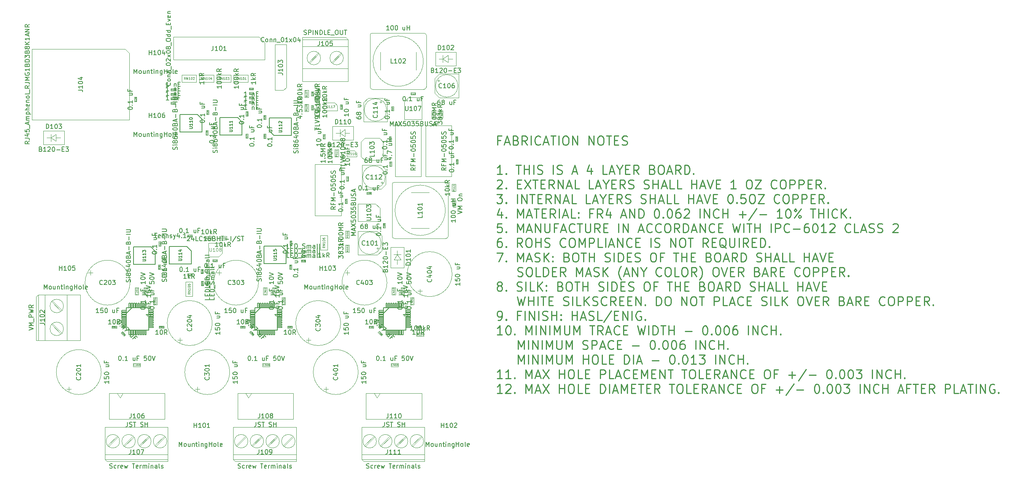
<source format=gbr>
G04 #@! TF.GenerationSoftware,KiCad,Pcbnew,5.1.9*
G04 #@! TF.CreationDate,2021-04-11T20:07:04-04:00*
G04 #@! TF.ProjectId,cnc-controller,636e632d-636f-46e7-9472-6f6c6c65722e,rev?*
G04 #@! TF.SameCoordinates,Original*
G04 #@! TF.FileFunction,Other,Fab,Top*
%FSLAX46Y46*%
G04 Gerber Fmt 4.6, Leading zero omitted, Abs format (unit mm)*
G04 Created by KiCad (PCBNEW 5.1.9) date 2021-04-11 20:07:04*
%MOMM*%
%LPD*%
G01*
G04 APERTURE LIST*
%ADD10C,0.250000*%
%ADD11C,0.100000*%
%ADD12C,0.152400*%
%ADD13C,0.150000*%
%ADD14C,0.120000*%
%ADD15C,0.075000*%
%ADD16C,0.110000*%
%ADD17C,0.040000*%
%ADD18C,0.060000*%
G04 APERTURE END LIST*
D10*
X114792557Y-65500942D02*
X114125890Y-65500942D01*
X114125890Y-66548561D02*
X114125890Y-64548561D01*
X115078271Y-64548561D01*
X115744938Y-65977133D02*
X116697319Y-65977133D01*
X115554461Y-66548561D02*
X116221128Y-64548561D01*
X116887795Y-66548561D01*
X118221128Y-65500942D02*
X118506842Y-65596180D01*
X118602080Y-65691419D01*
X118697319Y-65881895D01*
X118697319Y-66167609D01*
X118602080Y-66358085D01*
X118506842Y-66453323D01*
X118316366Y-66548561D01*
X117554461Y-66548561D01*
X117554461Y-64548561D01*
X118221128Y-64548561D01*
X118411604Y-64643800D01*
X118506842Y-64739038D01*
X118602080Y-64929514D01*
X118602080Y-65119990D01*
X118506842Y-65310466D01*
X118411604Y-65405704D01*
X118221128Y-65500942D01*
X117554461Y-65500942D01*
X120697319Y-66548561D02*
X120030652Y-65596180D01*
X119554461Y-66548561D02*
X119554461Y-64548561D01*
X120316366Y-64548561D01*
X120506842Y-64643800D01*
X120602080Y-64739038D01*
X120697319Y-64929514D01*
X120697319Y-65215228D01*
X120602080Y-65405704D01*
X120506842Y-65500942D01*
X120316366Y-65596180D01*
X119554461Y-65596180D01*
X121554461Y-66548561D02*
X121554461Y-64548561D01*
X123649700Y-66358085D02*
X123554461Y-66453323D01*
X123268747Y-66548561D01*
X123078271Y-66548561D01*
X122792557Y-66453323D01*
X122602080Y-66262847D01*
X122506842Y-66072371D01*
X122411604Y-65691419D01*
X122411604Y-65405704D01*
X122506842Y-65024752D01*
X122602080Y-64834276D01*
X122792557Y-64643800D01*
X123078271Y-64548561D01*
X123268747Y-64548561D01*
X123554461Y-64643800D01*
X123649700Y-64739038D01*
X124411604Y-65977133D02*
X125363985Y-65977133D01*
X124221128Y-66548561D02*
X124887795Y-64548561D01*
X125554461Y-66548561D01*
X125935414Y-64548561D02*
X127078271Y-64548561D01*
X126506842Y-66548561D02*
X126506842Y-64548561D01*
X127744938Y-66548561D02*
X127744938Y-64548561D01*
X129078271Y-64548561D02*
X129459223Y-64548561D01*
X129649700Y-64643800D01*
X129840176Y-64834276D01*
X129935414Y-65215228D01*
X129935414Y-65881895D01*
X129840176Y-66262847D01*
X129649700Y-66453323D01*
X129459223Y-66548561D01*
X129078271Y-66548561D01*
X128887795Y-66453323D01*
X128697319Y-66262847D01*
X128602080Y-65881895D01*
X128602080Y-65215228D01*
X128697319Y-64834276D01*
X128887795Y-64643800D01*
X129078271Y-64548561D01*
X130792557Y-66548561D02*
X130792557Y-64548561D01*
X131935414Y-66548561D01*
X131935414Y-64548561D01*
X134411604Y-66548561D02*
X134411604Y-64548561D01*
X135554461Y-66548561D01*
X135554461Y-64548561D01*
X136887795Y-64548561D02*
X137268747Y-64548561D01*
X137459223Y-64643800D01*
X137649700Y-64834276D01*
X137744938Y-65215228D01*
X137744938Y-65881895D01*
X137649700Y-66262847D01*
X137459223Y-66453323D01*
X137268747Y-66548561D01*
X136887795Y-66548561D01*
X136697319Y-66453323D01*
X136506842Y-66262847D01*
X136411604Y-65881895D01*
X136411604Y-65215228D01*
X136506842Y-64834276D01*
X136697319Y-64643800D01*
X136887795Y-64548561D01*
X138316366Y-64548561D02*
X139459223Y-64548561D01*
X138887795Y-66548561D02*
X138887795Y-64548561D01*
X140125890Y-65500942D02*
X140792557Y-65500942D01*
X141078271Y-66548561D02*
X140125890Y-66548561D01*
X140125890Y-64548561D01*
X141078271Y-64548561D01*
X141840176Y-66453323D02*
X142125890Y-66548561D01*
X142602080Y-66548561D01*
X142792557Y-66453323D01*
X142887795Y-66358085D01*
X142983033Y-66167609D01*
X142983033Y-65977133D01*
X142887795Y-65786657D01*
X142792557Y-65691419D01*
X142602080Y-65596180D01*
X142221128Y-65500942D01*
X142030652Y-65405704D01*
X141935414Y-65310466D01*
X141840176Y-65119990D01*
X141840176Y-64929514D01*
X141935414Y-64739038D01*
X142030652Y-64643800D01*
X142221128Y-64548561D01*
X142697319Y-64548561D01*
X142983033Y-64643800D01*
X115173509Y-73048561D02*
X114030652Y-73048561D01*
X114602080Y-73048561D02*
X114602080Y-71048561D01*
X114411604Y-71334276D01*
X114221128Y-71524752D01*
X114030652Y-71619990D01*
X116030652Y-72858085D02*
X116125890Y-72953323D01*
X116030652Y-73048561D01*
X115935414Y-72953323D01*
X116030652Y-72858085D01*
X116030652Y-73048561D01*
X118221128Y-71048561D02*
X119363985Y-71048561D01*
X118792557Y-73048561D02*
X118792557Y-71048561D01*
X120030652Y-73048561D02*
X120030652Y-71048561D01*
X120030652Y-72000942D02*
X121173509Y-72000942D01*
X121173509Y-73048561D02*
X121173509Y-71048561D01*
X122125890Y-73048561D02*
X122125890Y-71048561D01*
X122983033Y-72953323D02*
X123268747Y-73048561D01*
X123744938Y-73048561D01*
X123935414Y-72953323D01*
X124030652Y-72858085D01*
X124125890Y-72667609D01*
X124125890Y-72477133D01*
X124030652Y-72286657D01*
X123935414Y-72191419D01*
X123744938Y-72096180D01*
X123363985Y-72000942D01*
X123173509Y-71905704D01*
X123078271Y-71810466D01*
X122983033Y-71619990D01*
X122983033Y-71429514D01*
X123078271Y-71239038D01*
X123173509Y-71143800D01*
X123363985Y-71048561D01*
X123840176Y-71048561D01*
X124125890Y-71143800D01*
X126506842Y-73048561D02*
X126506842Y-71048561D01*
X127363985Y-72953323D02*
X127649700Y-73048561D01*
X128125890Y-73048561D01*
X128316366Y-72953323D01*
X128411604Y-72858085D01*
X128506842Y-72667609D01*
X128506842Y-72477133D01*
X128411604Y-72286657D01*
X128316366Y-72191419D01*
X128125890Y-72096180D01*
X127744938Y-72000942D01*
X127554461Y-71905704D01*
X127459223Y-71810466D01*
X127363985Y-71619990D01*
X127363985Y-71429514D01*
X127459223Y-71239038D01*
X127554461Y-71143800D01*
X127744938Y-71048561D01*
X128221128Y-71048561D01*
X128506842Y-71143800D01*
X130792557Y-72477133D02*
X131744938Y-72477133D01*
X130602080Y-73048561D02*
X131268747Y-71048561D01*
X131935414Y-73048561D01*
X134983033Y-71715228D02*
X134983033Y-73048561D01*
X134506842Y-70953323D02*
X134030652Y-72381895D01*
X135268747Y-72381895D01*
X138506842Y-73048561D02*
X137554461Y-73048561D01*
X137554461Y-71048561D01*
X139078271Y-72477133D02*
X140030652Y-72477133D01*
X138887795Y-73048561D02*
X139554461Y-71048561D01*
X140221128Y-73048561D01*
X141268747Y-72096180D02*
X141268747Y-73048561D01*
X140602080Y-71048561D02*
X141268747Y-72096180D01*
X141935414Y-71048561D01*
X142602080Y-72000942D02*
X143268747Y-72000942D01*
X143554461Y-73048561D02*
X142602080Y-73048561D01*
X142602080Y-71048561D01*
X143554461Y-71048561D01*
X145554461Y-73048561D02*
X144887795Y-72096180D01*
X144411604Y-73048561D02*
X144411604Y-71048561D01*
X145173509Y-71048561D01*
X145363985Y-71143800D01*
X145459223Y-71239038D01*
X145554461Y-71429514D01*
X145554461Y-71715228D01*
X145459223Y-71905704D01*
X145363985Y-72000942D01*
X145173509Y-72096180D01*
X144411604Y-72096180D01*
X148602080Y-72000942D02*
X148887795Y-72096180D01*
X148983033Y-72191419D01*
X149078271Y-72381895D01*
X149078271Y-72667609D01*
X148983033Y-72858085D01*
X148887795Y-72953323D01*
X148697319Y-73048561D01*
X147935414Y-73048561D01*
X147935414Y-71048561D01*
X148602080Y-71048561D01*
X148792557Y-71143800D01*
X148887795Y-71239038D01*
X148983033Y-71429514D01*
X148983033Y-71619990D01*
X148887795Y-71810466D01*
X148792557Y-71905704D01*
X148602080Y-72000942D01*
X147935414Y-72000942D01*
X150316366Y-71048561D02*
X150697319Y-71048561D01*
X150887795Y-71143800D01*
X151078271Y-71334276D01*
X151173509Y-71715228D01*
X151173509Y-72381895D01*
X151078271Y-72762847D01*
X150887795Y-72953323D01*
X150697319Y-73048561D01*
X150316366Y-73048561D01*
X150125890Y-72953323D01*
X149935414Y-72762847D01*
X149840176Y-72381895D01*
X149840176Y-71715228D01*
X149935414Y-71334276D01*
X150125890Y-71143800D01*
X150316366Y-71048561D01*
X151935414Y-72477133D02*
X152887795Y-72477133D01*
X151744938Y-73048561D02*
X152411604Y-71048561D01*
X153078271Y-73048561D01*
X154887795Y-73048561D02*
X154221128Y-72096180D01*
X153744938Y-73048561D02*
X153744938Y-71048561D01*
X154506842Y-71048561D01*
X154697319Y-71143800D01*
X154792557Y-71239038D01*
X154887795Y-71429514D01*
X154887795Y-71715228D01*
X154792557Y-71905704D01*
X154697319Y-72000942D01*
X154506842Y-72096180D01*
X153744938Y-72096180D01*
X155744938Y-73048561D02*
X155744938Y-71048561D01*
X156221128Y-71048561D01*
X156506842Y-71143800D01*
X156697319Y-71334276D01*
X156792557Y-71524752D01*
X156887795Y-71905704D01*
X156887795Y-72191419D01*
X156792557Y-72572371D01*
X156697319Y-72762847D01*
X156506842Y-72953323D01*
X156221128Y-73048561D01*
X155744938Y-73048561D01*
X157744938Y-72858085D02*
X157840176Y-72953323D01*
X157744938Y-73048561D01*
X157649700Y-72953323D01*
X157744938Y-72858085D01*
X157744938Y-73048561D01*
X114030652Y-74489038D02*
X114125890Y-74393800D01*
X114316366Y-74298561D01*
X114792557Y-74298561D01*
X114983033Y-74393800D01*
X115078271Y-74489038D01*
X115173509Y-74679514D01*
X115173509Y-74869990D01*
X115078271Y-75155704D01*
X113935414Y-76298561D01*
X115173509Y-76298561D01*
X116030652Y-76108085D02*
X116125890Y-76203323D01*
X116030652Y-76298561D01*
X115935414Y-76203323D01*
X116030652Y-76108085D01*
X116030652Y-76298561D01*
X118506842Y-75250942D02*
X119173509Y-75250942D01*
X119459223Y-76298561D02*
X118506842Y-76298561D01*
X118506842Y-74298561D01*
X119459223Y-74298561D01*
X120125890Y-74298561D02*
X121459223Y-76298561D01*
X121459223Y-74298561D02*
X120125890Y-76298561D01*
X121935414Y-74298561D02*
X123078271Y-74298561D01*
X122506842Y-76298561D02*
X122506842Y-74298561D01*
X123744938Y-75250942D02*
X124411604Y-75250942D01*
X124697319Y-76298561D02*
X123744938Y-76298561D01*
X123744938Y-74298561D01*
X124697319Y-74298561D01*
X126697319Y-76298561D02*
X126030652Y-75346180D01*
X125554461Y-76298561D02*
X125554461Y-74298561D01*
X126316366Y-74298561D01*
X126506842Y-74393800D01*
X126602080Y-74489038D01*
X126697319Y-74679514D01*
X126697319Y-74965228D01*
X126602080Y-75155704D01*
X126506842Y-75250942D01*
X126316366Y-75346180D01*
X125554461Y-75346180D01*
X127554461Y-76298561D02*
X127554461Y-74298561D01*
X128697319Y-76298561D01*
X128697319Y-74298561D01*
X129554461Y-75727133D02*
X130506842Y-75727133D01*
X129363985Y-76298561D02*
X130030652Y-74298561D01*
X130697319Y-76298561D01*
X132316366Y-76298561D02*
X131363985Y-76298561D01*
X131363985Y-74298561D01*
X135459223Y-76298561D02*
X134506842Y-76298561D01*
X134506842Y-74298561D01*
X136030652Y-75727133D02*
X136983033Y-75727133D01*
X135840176Y-76298561D02*
X136506842Y-74298561D01*
X137173509Y-76298561D01*
X138221128Y-75346180D02*
X138221128Y-76298561D01*
X137554461Y-74298561D02*
X138221128Y-75346180D01*
X138887795Y-74298561D01*
X139554461Y-75250942D02*
X140221128Y-75250942D01*
X140506842Y-76298561D02*
X139554461Y-76298561D01*
X139554461Y-74298561D01*
X140506842Y-74298561D01*
X142506842Y-76298561D02*
X141840176Y-75346180D01*
X141363985Y-76298561D02*
X141363985Y-74298561D01*
X142125890Y-74298561D01*
X142316366Y-74393800D01*
X142411604Y-74489038D01*
X142506842Y-74679514D01*
X142506842Y-74965228D01*
X142411604Y-75155704D01*
X142316366Y-75250942D01*
X142125890Y-75346180D01*
X141363985Y-75346180D01*
X143268747Y-76203323D02*
X143554461Y-76298561D01*
X144030652Y-76298561D01*
X144221128Y-76203323D01*
X144316366Y-76108085D01*
X144411604Y-75917609D01*
X144411604Y-75727133D01*
X144316366Y-75536657D01*
X144221128Y-75441419D01*
X144030652Y-75346180D01*
X143649700Y-75250942D01*
X143459223Y-75155704D01*
X143363985Y-75060466D01*
X143268747Y-74869990D01*
X143268747Y-74679514D01*
X143363985Y-74489038D01*
X143459223Y-74393800D01*
X143649700Y-74298561D01*
X144125890Y-74298561D01*
X144411604Y-74393800D01*
X146697319Y-76203323D02*
X146983033Y-76298561D01*
X147459223Y-76298561D01*
X147649700Y-76203323D01*
X147744938Y-76108085D01*
X147840176Y-75917609D01*
X147840176Y-75727133D01*
X147744938Y-75536657D01*
X147649700Y-75441419D01*
X147459223Y-75346180D01*
X147078271Y-75250942D01*
X146887795Y-75155704D01*
X146792557Y-75060466D01*
X146697319Y-74869990D01*
X146697319Y-74679514D01*
X146792557Y-74489038D01*
X146887795Y-74393800D01*
X147078271Y-74298561D01*
X147554461Y-74298561D01*
X147840176Y-74393800D01*
X148697319Y-76298561D02*
X148697319Y-74298561D01*
X148697319Y-75250942D02*
X149840176Y-75250942D01*
X149840176Y-76298561D02*
X149840176Y-74298561D01*
X150697319Y-75727133D02*
X151649700Y-75727133D01*
X150506842Y-76298561D02*
X151173509Y-74298561D01*
X151840176Y-76298561D01*
X153459223Y-76298561D02*
X152506842Y-76298561D01*
X152506842Y-74298561D01*
X155078271Y-76298561D02*
X154125890Y-76298561D01*
X154125890Y-74298561D01*
X157268747Y-76298561D02*
X157268747Y-74298561D01*
X157268747Y-75250942D02*
X158411604Y-75250942D01*
X158411604Y-76298561D02*
X158411604Y-74298561D01*
X159268747Y-75727133D02*
X160221128Y-75727133D01*
X159078271Y-76298561D02*
X159744938Y-74298561D01*
X160411604Y-76298561D01*
X160792557Y-74298561D02*
X161459223Y-76298561D01*
X162125890Y-74298561D01*
X162792557Y-75250942D02*
X163459223Y-75250942D01*
X163744938Y-76298561D02*
X162792557Y-76298561D01*
X162792557Y-74298561D01*
X163744938Y-74298561D01*
X167173509Y-76298561D02*
X166030652Y-76298561D01*
X166602080Y-76298561D02*
X166602080Y-74298561D01*
X166411604Y-74584276D01*
X166221128Y-74774752D01*
X166030652Y-74869990D01*
X169935414Y-74298561D02*
X170316366Y-74298561D01*
X170506842Y-74393800D01*
X170697319Y-74584276D01*
X170792557Y-74965228D01*
X170792557Y-75631895D01*
X170697319Y-76012847D01*
X170506842Y-76203323D01*
X170316366Y-76298561D01*
X169935414Y-76298561D01*
X169744938Y-76203323D01*
X169554461Y-76012847D01*
X169459223Y-75631895D01*
X169459223Y-74965228D01*
X169554461Y-74584276D01*
X169744938Y-74393800D01*
X169935414Y-74298561D01*
X171459223Y-74298561D02*
X172792557Y-74298561D01*
X171459223Y-76298561D01*
X172792557Y-76298561D01*
X176221128Y-76108085D02*
X176125890Y-76203323D01*
X175840176Y-76298561D01*
X175649700Y-76298561D01*
X175363985Y-76203323D01*
X175173509Y-76012847D01*
X175078271Y-75822371D01*
X174983033Y-75441419D01*
X174983033Y-75155704D01*
X175078271Y-74774752D01*
X175173509Y-74584276D01*
X175363985Y-74393800D01*
X175649700Y-74298561D01*
X175840176Y-74298561D01*
X176125890Y-74393800D01*
X176221128Y-74489038D01*
X177459223Y-74298561D02*
X177840176Y-74298561D01*
X178030652Y-74393800D01*
X178221128Y-74584276D01*
X178316366Y-74965228D01*
X178316366Y-75631895D01*
X178221128Y-76012847D01*
X178030652Y-76203323D01*
X177840176Y-76298561D01*
X177459223Y-76298561D01*
X177268747Y-76203323D01*
X177078271Y-76012847D01*
X176983033Y-75631895D01*
X176983033Y-74965228D01*
X177078271Y-74584276D01*
X177268747Y-74393800D01*
X177459223Y-74298561D01*
X179173509Y-76298561D02*
X179173509Y-74298561D01*
X179935414Y-74298561D01*
X180125890Y-74393800D01*
X180221128Y-74489038D01*
X180316366Y-74679514D01*
X180316366Y-74965228D01*
X180221128Y-75155704D01*
X180125890Y-75250942D01*
X179935414Y-75346180D01*
X179173509Y-75346180D01*
X181173509Y-76298561D02*
X181173509Y-74298561D01*
X181935414Y-74298561D01*
X182125890Y-74393800D01*
X182221128Y-74489038D01*
X182316366Y-74679514D01*
X182316366Y-74965228D01*
X182221128Y-75155704D01*
X182125890Y-75250942D01*
X181935414Y-75346180D01*
X181173509Y-75346180D01*
X183173509Y-75250942D02*
X183840176Y-75250942D01*
X184125890Y-76298561D02*
X183173509Y-76298561D01*
X183173509Y-74298561D01*
X184125890Y-74298561D01*
X186125890Y-76298561D02*
X185459223Y-75346180D01*
X184983033Y-76298561D02*
X184983033Y-74298561D01*
X185744938Y-74298561D01*
X185935414Y-74393800D01*
X186030652Y-74489038D01*
X186125890Y-74679514D01*
X186125890Y-74965228D01*
X186030652Y-75155704D01*
X185935414Y-75250942D01*
X185744938Y-75346180D01*
X184983033Y-75346180D01*
X186983033Y-76108085D02*
X187078271Y-76203323D01*
X186983033Y-76298561D01*
X186887795Y-76203323D01*
X186983033Y-76108085D01*
X186983033Y-76298561D01*
X113935414Y-77548561D02*
X115173509Y-77548561D01*
X114506842Y-78310466D01*
X114792557Y-78310466D01*
X114983033Y-78405704D01*
X115078271Y-78500942D01*
X115173509Y-78691419D01*
X115173509Y-79167609D01*
X115078271Y-79358085D01*
X114983033Y-79453323D01*
X114792557Y-79548561D01*
X114221128Y-79548561D01*
X114030652Y-79453323D01*
X113935414Y-79358085D01*
X116030652Y-79358085D02*
X116125890Y-79453323D01*
X116030652Y-79548561D01*
X115935414Y-79453323D01*
X116030652Y-79358085D01*
X116030652Y-79548561D01*
X118506842Y-79548561D02*
X118506842Y-77548561D01*
X119459223Y-79548561D02*
X119459223Y-77548561D01*
X120602080Y-79548561D01*
X120602080Y-77548561D01*
X121268747Y-77548561D02*
X122411604Y-77548561D01*
X121840176Y-79548561D02*
X121840176Y-77548561D01*
X123078271Y-78500942D02*
X123744938Y-78500942D01*
X124030652Y-79548561D02*
X123078271Y-79548561D01*
X123078271Y-77548561D01*
X124030652Y-77548561D01*
X126030652Y-79548561D02*
X125363985Y-78596180D01*
X124887795Y-79548561D02*
X124887795Y-77548561D01*
X125649700Y-77548561D01*
X125840176Y-77643800D01*
X125935414Y-77739038D01*
X126030652Y-77929514D01*
X126030652Y-78215228D01*
X125935414Y-78405704D01*
X125840176Y-78500942D01*
X125649700Y-78596180D01*
X124887795Y-78596180D01*
X126887795Y-79548561D02*
X126887795Y-77548561D01*
X128030652Y-79548561D01*
X128030652Y-77548561D01*
X128887795Y-78977133D02*
X129840176Y-78977133D01*
X128697319Y-79548561D02*
X129363985Y-77548561D01*
X130030652Y-79548561D01*
X131649700Y-79548561D02*
X130697319Y-79548561D01*
X130697319Y-77548561D01*
X134792557Y-79548561D02*
X133840176Y-79548561D01*
X133840176Y-77548561D01*
X135363985Y-78977133D02*
X136316366Y-78977133D01*
X135173509Y-79548561D02*
X135840176Y-77548561D01*
X136506842Y-79548561D01*
X137554461Y-78596180D02*
X137554461Y-79548561D01*
X136887795Y-77548561D02*
X137554461Y-78596180D01*
X138221128Y-77548561D01*
X138887795Y-78500942D02*
X139554461Y-78500942D01*
X139840176Y-79548561D02*
X138887795Y-79548561D01*
X138887795Y-77548561D01*
X139840176Y-77548561D01*
X141840176Y-79548561D02*
X141173509Y-78596180D01*
X140697319Y-79548561D02*
X140697319Y-77548561D01*
X141459223Y-77548561D01*
X141649700Y-77643800D01*
X141744938Y-77739038D01*
X141840176Y-77929514D01*
X141840176Y-78215228D01*
X141744938Y-78405704D01*
X141649700Y-78500942D01*
X141459223Y-78596180D01*
X140697319Y-78596180D01*
X142602080Y-79453323D02*
X142887795Y-79548561D01*
X143363985Y-79548561D01*
X143554461Y-79453323D01*
X143649700Y-79358085D01*
X143744938Y-79167609D01*
X143744938Y-78977133D01*
X143649700Y-78786657D01*
X143554461Y-78691419D01*
X143363985Y-78596180D01*
X142983033Y-78500942D01*
X142792557Y-78405704D01*
X142697319Y-78310466D01*
X142602080Y-78119990D01*
X142602080Y-77929514D01*
X142697319Y-77739038D01*
X142792557Y-77643800D01*
X142983033Y-77548561D01*
X143459223Y-77548561D01*
X143744938Y-77643800D01*
X146030652Y-79453323D02*
X146316366Y-79548561D01*
X146792557Y-79548561D01*
X146983033Y-79453323D01*
X147078271Y-79358085D01*
X147173509Y-79167609D01*
X147173509Y-78977133D01*
X147078271Y-78786657D01*
X146983033Y-78691419D01*
X146792557Y-78596180D01*
X146411604Y-78500942D01*
X146221128Y-78405704D01*
X146125890Y-78310466D01*
X146030652Y-78119990D01*
X146030652Y-77929514D01*
X146125890Y-77739038D01*
X146221128Y-77643800D01*
X146411604Y-77548561D01*
X146887795Y-77548561D01*
X147173509Y-77643800D01*
X148030652Y-79548561D02*
X148030652Y-77548561D01*
X148030652Y-78500942D02*
X149173509Y-78500942D01*
X149173509Y-79548561D02*
X149173509Y-77548561D01*
X150030652Y-78977133D02*
X150983033Y-78977133D01*
X149840176Y-79548561D02*
X150506842Y-77548561D01*
X151173509Y-79548561D01*
X152792557Y-79548561D02*
X151840176Y-79548561D01*
X151840176Y-77548561D01*
X154411604Y-79548561D02*
X153459223Y-79548561D01*
X153459223Y-77548561D01*
X156602080Y-79548561D02*
X156602080Y-77548561D01*
X156602080Y-78500942D02*
X157744938Y-78500942D01*
X157744938Y-79548561D02*
X157744938Y-77548561D01*
X158602080Y-78977133D02*
X159554461Y-78977133D01*
X158411604Y-79548561D02*
X159078271Y-77548561D01*
X159744938Y-79548561D01*
X160125890Y-77548561D02*
X160792557Y-79548561D01*
X161459223Y-77548561D01*
X162125890Y-78500942D02*
X162792557Y-78500942D01*
X163078271Y-79548561D02*
X162125890Y-79548561D01*
X162125890Y-77548561D01*
X163078271Y-77548561D01*
X165840176Y-77548561D02*
X166030652Y-77548561D01*
X166221128Y-77643800D01*
X166316366Y-77739038D01*
X166411604Y-77929514D01*
X166506842Y-78310466D01*
X166506842Y-78786657D01*
X166411604Y-79167609D01*
X166316366Y-79358085D01*
X166221128Y-79453323D01*
X166030652Y-79548561D01*
X165840176Y-79548561D01*
X165649700Y-79453323D01*
X165554461Y-79358085D01*
X165459223Y-79167609D01*
X165363985Y-78786657D01*
X165363985Y-78310466D01*
X165459223Y-77929514D01*
X165554461Y-77739038D01*
X165649700Y-77643800D01*
X165840176Y-77548561D01*
X167363985Y-79358085D02*
X167459223Y-79453323D01*
X167363985Y-79548561D01*
X167268747Y-79453323D01*
X167363985Y-79358085D01*
X167363985Y-79548561D01*
X169268747Y-77548561D02*
X168316366Y-77548561D01*
X168221128Y-78500942D01*
X168316366Y-78405704D01*
X168506842Y-78310466D01*
X168983033Y-78310466D01*
X169173509Y-78405704D01*
X169268747Y-78500942D01*
X169363985Y-78691419D01*
X169363985Y-79167609D01*
X169268747Y-79358085D01*
X169173509Y-79453323D01*
X168983033Y-79548561D01*
X168506842Y-79548561D01*
X168316366Y-79453323D01*
X168221128Y-79358085D01*
X170602080Y-77548561D02*
X170983033Y-77548561D01*
X171173509Y-77643800D01*
X171363985Y-77834276D01*
X171459223Y-78215228D01*
X171459223Y-78881895D01*
X171363985Y-79262847D01*
X171173509Y-79453323D01*
X170983033Y-79548561D01*
X170602080Y-79548561D01*
X170411604Y-79453323D01*
X170221128Y-79262847D01*
X170125890Y-78881895D01*
X170125890Y-78215228D01*
X170221128Y-77834276D01*
X170411604Y-77643800D01*
X170602080Y-77548561D01*
X172125890Y-77548561D02*
X173459223Y-77548561D01*
X172125890Y-79548561D01*
X173459223Y-79548561D01*
X176887795Y-79358085D02*
X176792557Y-79453323D01*
X176506842Y-79548561D01*
X176316366Y-79548561D01*
X176030652Y-79453323D01*
X175840176Y-79262847D01*
X175744938Y-79072371D01*
X175649700Y-78691419D01*
X175649700Y-78405704D01*
X175744938Y-78024752D01*
X175840176Y-77834276D01*
X176030652Y-77643800D01*
X176316366Y-77548561D01*
X176506842Y-77548561D01*
X176792557Y-77643800D01*
X176887795Y-77739038D01*
X178125890Y-77548561D02*
X178506842Y-77548561D01*
X178697319Y-77643800D01*
X178887795Y-77834276D01*
X178983033Y-78215228D01*
X178983033Y-78881895D01*
X178887795Y-79262847D01*
X178697319Y-79453323D01*
X178506842Y-79548561D01*
X178125890Y-79548561D01*
X177935414Y-79453323D01*
X177744938Y-79262847D01*
X177649700Y-78881895D01*
X177649700Y-78215228D01*
X177744938Y-77834276D01*
X177935414Y-77643800D01*
X178125890Y-77548561D01*
X179840176Y-79548561D02*
X179840176Y-77548561D01*
X180602080Y-77548561D01*
X180792557Y-77643800D01*
X180887795Y-77739038D01*
X180983033Y-77929514D01*
X180983033Y-78215228D01*
X180887795Y-78405704D01*
X180792557Y-78500942D01*
X180602080Y-78596180D01*
X179840176Y-78596180D01*
X181840176Y-79548561D02*
X181840176Y-77548561D01*
X182602080Y-77548561D01*
X182792557Y-77643800D01*
X182887795Y-77739038D01*
X182983033Y-77929514D01*
X182983033Y-78215228D01*
X182887795Y-78405704D01*
X182792557Y-78500942D01*
X182602080Y-78596180D01*
X181840176Y-78596180D01*
X183840176Y-78500942D02*
X184506842Y-78500942D01*
X184792557Y-79548561D02*
X183840176Y-79548561D01*
X183840176Y-77548561D01*
X184792557Y-77548561D01*
X186792557Y-79548561D02*
X186125890Y-78596180D01*
X185649700Y-79548561D02*
X185649700Y-77548561D01*
X186411604Y-77548561D01*
X186602080Y-77643800D01*
X186697319Y-77739038D01*
X186792557Y-77929514D01*
X186792557Y-78215228D01*
X186697319Y-78405704D01*
X186602080Y-78500942D01*
X186411604Y-78596180D01*
X185649700Y-78596180D01*
X187649700Y-79358085D02*
X187744938Y-79453323D01*
X187649700Y-79548561D01*
X187554461Y-79453323D01*
X187649700Y-79358085D01*
X187649700Y-79548561D01*
X114983033Y-81465228D02*
X114983033Y-82798561D01*
X114506842Y-80703323D02*
X114030652Y-82131895D01*
X115268747Y-82131895D01*
X116030652Y-82608085D02*
X116125890Y-82703323D01*
X116030652Y-82798561D01*
X115935414Y-82703323D01*
X116030652Y-82608085D01*
X116030652Y-82798561D01*
X118506842Y-82798561D02*
X118506842Y-80798561D01*
X119173509Y-82227133D01*
X119840176Y-80798561D01*
X119840176Y-82798561D01*
X120697319Y-82227133D02*
X121649700Y-82227133D01*
X120506842Y-82798561D02*
X121173509Y-80798561D01*
X121840176Y-82798561D01*
X122221128Y-80798561D02*
X123363985Y-80798561D01*
X122792557Y-82798561D02*
X122792557Y-80798561D01*
X124030652Y-81750942D02*
X124697319Y-81750942D01*
X124983033Y-82798561D02*
X124030652Y-82798561D01*
X124030652Y-80798561D01*
X124983033Y-80798561D01*
X126983033Y-82798561D02*
X126316366Y-81846180D01*
X125840176Y-82798561D02*
X125840176Y-80798561D01*
X126602080Y-80798561D01*
X126792557Y-80893800D01*
X126887795Y-80989038D01*
X126983033Y-81179514D01*
X126983033Y-81465228D01*
X126887795Y-81655704D01*
X126792557Y-81750942D01*
X126602080Y-81846180D01*
X125840176Y-81846180D01*
X127840176Y-82798561D02*
X127840176Y-80798561D01*
X128697319Y-82227133D02*
X129649700Y-82227133D01*
X128506842Y-82798561D02*
X129173509Y-80798561D01*
X129840176Y-82798561D01*
X131459223Y-82798561D02*
X130506842Y-82798561D01*
X130506842Y-80798561D01*
X132125890Y-82608085D02*
X132221128Y-82703323D01*
X132125890Y-82798561D01*
X132030652Y-82703323D01*
X132125890Y-82608085D01*
X132125890Y-82798561D01*
X132125890Y-81560466D02*
X132221128Y-81655704D01*
X132125890Y-81750942D01*
X132030652Y-81655704D01*
X132125890Y-81560466D01*
X132125890Y-81750942D01*
X135268747Y-81750942D02*
X134602080Y-81750942D01*
X134602080Y-82798561D02*
X134602080Y-80798561D01*
X135554461Y-80798561D01*
X137459223Y-82798561D02*
X136792557Y-81846180D01*
X136316366Y-82798561D02*
X136316366Y-80798561D01*
X137078271Y-80798561D01*
X137268747Y-80893800D01*
X137363985Y-80989038D01*
X137459223Y-81179514D01*
X137459223Y-81465228D01*
X137363985Y-81655704D01*
X137268747Y-81750942D01*
X137078271Y-81846180D01*
X136316366Y-81846180D01*
X139173509Y-81465228D02*
X139173509Y-82798561D01*
X138697319Y-80703323D02*
X138221128Y-82131895D01*
X139459223Y-82131895D01*
X141649700Y-82227133D02*
X142602080Y-82227133D01*
X141459223Y-82798561D02*
X142125890Y-80798561D01*
X142792557Y-82798561D01*
X143459223Y-82798561D02*
X143459223Y-80798561D01*
X144602080Y-82798561D01*
X144602080Y-80798561D01*
X145554461Y-82798561D02*
X145554461Y-80798561D01*
X146030652Y-80798561D01*
X146316366Y-80893800D01*
X146506842Y-81084276D01*
X146602080Y-81274752D01*
X146697319Y-81655704D01*
X146697319Y-81941419D01*
X146602080Y-82322371D01*
X146506842Y-82512847D01*
X146316366Y-82703323D01*
X146030652Y-82798561D01*
X145554461Y-82798561D01*
X149459223Y-80798561D02*
X149649700Y-80798561D01*
X149840176Y-80893800D01*
X149935414Y-80989038D01*
X150030652Y-81179514D01*
X150125890Y-81560466D01*
X150125890Y-82036657D01*
X150030652Y-82417609D01*
X149935414Y-82608085D01*
X149840176Y-82703323D01*
X149649700Y-82798561D01*
X149459223Y-82798561D01*
X149268747Y-82703323D01*
X149173509Y-82608085D01*
X149078271Y-82417609D01*
X148983033Y-82036657D01*
X148983033Y-81560466D01*
X149078271Y-81179514D01*
X149173509Y-80989038D01*
X149268747Y-80893800D01*
X149459223Y-80798561D01*
X150983033Y-82608085D02*
X151078271Y-82703323D01*
X150983033Y-82798561D01*
X150887795Y-82703323D01*
X150983033Y-82608085D01*
X150983033Y-82798561D01*
X152316366Y-80798561D02*
X152506842Y-80798561D01*
X152697319Y-80893800D01*
X152792557Y-80989038D01*
X152887795Y-81179514D01*
X152983033Y-81560466D01*
X152983033Y-82036657D01*
X152887795Y-82417609D01*
X152792557Y-82608085D01*
X152697319Y-82703323D01*
X152506842Y-82798561D01*
X152316366Y-82798561D01*
X152125890Y-82703323D01*
X152030652Y-82608085D01*
X151935414Y-82417609D01*
X151840176Y-82036657D01*
X151840176Y-81560466D01*
X151935414Y-81179514D01*
X152030652Y-80989038D01*
X152125890Y-80893800D01*
X152316366Y-80798561D01*
X154697319Y-80798561D02*
X154316366Y-80798561D01*
X154125890Y-80893800D01*
X154030652Y-80989038D01*
X153840176Y-81274752D01*
X153744938Y-81655704D01*
X153744938Y-82417609D01*
X153840176Y-82608085D01*
X153935414Y-82703323D01*
X154125890Y-82798561D01*
X154506842Y-82798561D01*
X154697319Y-82703323D01*
X154792557Y-82608085D01*
X154887795Y-82417609D01*
X154887795Y-81941419D01*
X154792557Y-81750942D01*
X154697319Y-81655704D01*
X154506842Y-81560466D01*
X154125890Y-81560466D01*
X153935414Y-81655704D01*
X153840176Y-81750942D01*
X153744938Y-81941419D01*
X155649700Y-80989038D02*
X155744938Y-80893800D01*
X155935414Y-80798561D01*
X156411604Y-80798561D01*
X156602080Y-80893800D01*
X156697319Y-80989038D01*
X156792557Y-81179514D01*
X156792557Y-81369990D01*
X156697319Y-81655704D01*
X155554461Y-82798561D01*
X156792557Y-82798561D01*
X159173509Y-82798561D02*
X159173509Y-80798561D01*
X160125890Y-82798561D02*
X160125890Y-80798561D01*
X161268747Y-82798561D01*
X161268747Y-80798561D01*
X163363985Y-82608085D02*
X163268747Y-82703323D01*
X162983033Y-82798561D01*
X162792557Y-82798561D01*
X162506842Y-82703323D01*
X162316366Y-82512847D01*
X162221128Y-82322371D01*
X162125890Y-81941419D01*
X162125890Y-81655704D01*
X162221128Y-81274752D01*
X162316366Y-81084276D01*
X162506842Y-80893800D01*
X162792557Y-80798561D01*
X162983033Y-80798561D01*
X163268747Y-80893800D01*
X163363985Y-80989038D01*
X164221128Y-82798561D02*
X164221128Y-80798561D01*
X164221128Y-81750942D02*
X165363985Y-81750942D01*
X165363985Y-82798561D02*
X165363985Y-80798561D01*
X167840176Y-82036657D02*
X169363985Y-82036657D01*
X168602080Y-82798561D02*
X168602080Y-81274752D01*
X171744938Y-80703323D02*
X170030652Y-83274752D01*
X172411604Y-82036657D02*
X173935414Y-82036657D01*
X177459223Y-82798561D02*
X176316366Y-82798561D01*
X176887795Y-82798561D02*
X176887795Y-80798561D01*
X176697319Y-81084276D01*
X176506842Y-81274752D01*
X176316366Y-81369990D01*
X178697319Y-80798561D02*
X178887795Y-80798561D01*
X179078271Y-80893800D01*
X179173509Y-80989038D01*
X179268747Y-81179514D01*
X179363985Y-81560466D01*
X179363985Y-82036657D01*
X179268747Y-82417609D01*
X179173509Y-82608085D01*
X179078271Y-82703323D01*
X178887795Y-82798561D01*
X178697319Y-82798561D01*
X178506842Y-82703323D01*
X178411604Y-82608085D01*
X178316366Y-82417609D01*
X178221128Y-82036657D01*
X178221128Y-81560466D01*
X178316366Y-81179514D01*
X178411604Y-80989038D01*
X178506842Y-80893800D01*
X178697319Y-80798561D01*
X180125890Y-82798561D02*
X181649700Y-80798561D01*
X180411604Y-80798561D02*
X180602080Y-80893800D01*
X180697319Y-81084276D01*
X180602080Y-81274752D01*
X180411604Y-81369990D01*
X180221128Y-81274752D01*
X180125890Y-81084276D01*
X180221128Y-80893800D01*
X180411604Y-80798561D01*
X181554461Y-82703323D02*
X181649700Y-82512847D01*
X181554461Y-82322371D01*
X181363985Y-82227133D01*
X181173509Y-82322371D01*
X181078271Y-82512847D01*
X181173509Y-82703323D01*
X181363985Y-82798561D01*
X181554461Y-82703323D01*
X183744938Y-80798561D02*
X184887795Y-80798561D01*
X184316366Y-82798561D02*
X184316366Y-80798561D01*
X185554461Y-82798561D02*
X185554461Y-80798561D01*
X185554461Y-81750942D02*
X186697319Y-81750942D01*
X186697319Y-82798561D02*
X186697319Y-80798561D01*
X187649700Y-82798561D02*
X187649700Y-80798561D01*
X189744938Y-82608085D02*
X189649700Y-82703323D01*
X189363985Y-82798561D01*
X189173509Y-82798561D01*
X188887795Y-82703323D01*
X188697319Y-82512847D01*
X188602080Y-82322371D01*
X188506842Y-81941419D01*
X188506842Y-81655704D01*
X188602080Y-81274752D01*
X188697319Y-81084276D01*
X188887795Y-80893800D01*
X189173509Y-80798561D01*
X189363985Y-80798561D01*
X189649700Y-80893800D01*
X189744938Y-80989038D01*
X190602080Y-82798561D02*
X190602080Y-80798561D01*
X191744938Y-82798561D02*
X190887795Y-81655704D01*
X191744938Y-80798561D02*
X190602080Y-81941419D01*
X192602080Y-82608085D02*
X192697319Y-82703323D01*
X192602080Y-82798561D01*
X192506842Y-82703323D01*
X192602080Y-82608085D01*
X192602080Y-82798561D01*
X115078271Y-84048561D02*
X114125890Y-84048561D01*
X114030652Y-85000942D01*
X114125890Y-84905704D01*
X114316366Y-84810466D01*
X114792557Y-84810466D01*
X114983033Y-84905704D01*
X115078271Y-85000942D01*
X115173509Y-85191419D01*
X115173509Y-85667609D01*
X115078271Y-85858085D01*
X114983033Y-85953323D01*
X114792557Y-86048561D01*
X114316366Y-86048561D01*
X114125890Y-85953323D01*
X114030652Y-85858085D01*
X116030652Y-85858085D02*
X116125890Y-85953323D01*
X116030652Y-86048561D01*
X115935414Y-85953323D01*
X116030652Y-85858085D01*
X116030652Y-86048561D01*
X118506842Y-86048561D02*
X118506842Y-84048561D01*
X119173509Y-85477133D01*
X119840176Y-84048561D01*
X119840176Y-86048561D01*
X120697319Y-85477133D02*
X121649700Y-85477133D01*
X120506842Y-86048561D02*
X121173509Y-84048561D01*
X121840176Y-86048561D01*
X122506842Y-86048561D02*
X122506842Y-84048561D01*
X123649700Y-86048561D01*
X123649700Y-84048561D01*
X124602080Y-84048561D02*
X124602080Y-85667609D01*
X124697319Y-85858085D01*
X124792557Y-85953323D01*
X124983033Y-86048561D01*
X125363985Y-86048561D01*
X125554461Y-85953323D01*
X125649700Y-85858085D01*
X125744938Y-85667609D01*
X125744938Y-84048561D01*
X127363985Y-85000942D02*
X126697319Y-85000942D01*
X126697319Y-86048561D02*
X126697319Y-84048561D01*
X127649700Y-84048561D01*
X128316366Y-85477133D02*
X129268747Y-85477133D01*
X128125890Y-86048561D02*
X128792557Y-84048561D01*
X129459223Y-86048561D01*
X131268747Y-85858085D02*
X131173509Y-85953323D01*
X130887795Y-86048561D01*
X130697319Y-86048561D01*
X130411604Y-85953323D01*
X130221128Y-85762847D01*
X130125890Y-85572371D01*
X130030652Y-85191419D01*
X130030652Y-84905704D01*
X130125890Y-84524752D01*
X130221128Y-84334276D01*
X130411604Y-84143800D01*
X130697319Y-84048561D01*
X130887795Y-84048561D01*
X131173509Y-84143800D01*
X131268747Y-84239038D01*
X131840176Y-84048561D02*
X132983033Y-84048561D01*
X132411604Y-86048561D02*
X132411604Y-84048561D01*
X133649700Y-84048561D02*
X133649700Y-85667609D01*
X133744938Y-85858085D01*
X133840176Y-85953323D01*
X134030652Y-86048561D01*
X134411604Y-86048561D01*
X134602080Y-85953323D01*
X134697319Y-85858085D01*
X134792557Y-85667609D01*
X134792557Y-84048561D01*
X136887795Y-86048561D02*
X136221128Y-85096180D01*
X135744938Y-86048561D02*
X135744938Y-84048561D01*
X136506842Y-84048561D01*
X136697319Y-84143800D01*
X136792557Y-84239038D01*
X136887795Y-84429514D01*
X136887795Y-84715228D01*
X136792557Y-84905704D01*
X136697319Y-85000942D01*
X136506842Y-85096180D01*
X135744938Y-85096180D01*
X137744938Y-85000942D02*
X138411604Y-85000942D01*
X138697319Y-86048561D02*
X137744938Y-86048561D01*
X137744938Y-84048561D01*
X138697319Y-84048561D01*
X141078271Y-86048561D02*
X141078271Y-84048561D01*
X142030652Y-86048561D02*
X142030652Y-84048561D01*
X143173509Y-86048561D01*
X143173509Y-84048561D01*
X145554461Y-85477133D02*
X146506842Y-85477133D01*
X145363985Y-86048561D02*
X146030652Y-84048561D01*
X146697319Y-86048561D01*
X148506842Y-85858085D02*
X148411604Y-85953323D01*
X148125890Y-86048561D01*
X147935414Y-86048561D01*
X147649700Y-85953323D01*
X147459223Y-85762847D01*
X147363985Y-85572371D01*
X147268747Y-85191419D01*
X147268747Y-84905704D01*
X147363985Y-84524752D01*
X147459223Y-84334276D01*
X147649700Y-84143800D01*
X147935414Y-84048561D01*
X148125890Y-84048561D01*
X148411604Y-84143800D01*
X148506842Y-84239038D01*
X150506842Y-85858085D02*
X150411604Y-85953323D01*
X150125890Y-86048561D01*
X149935414Y-86048561D01*
X149649700Y-85953323D01*
X149459223Y-85762847D01*
X149363985Y-85572371D01*
X149268747Y-85191419D01*
X149268747Y-84905704D01*
X149363985Y-84524752D01*
X149459223Y-84334276D01*
X149649700Y-84143800D01*
X149935414Y-84048561D01*
X150125890Y-84048561D01*
X150411604Y-84143800D01*
X150506842Y-84239038D01*
X151744938Y-84048561D02*
X152125890Y-84048561D01*
X152316366Y-84143800D01*
X152506842Y-84334276D01*
X152602080Y-84715228D01*
X152602080Y-85381895D01*
X152506842Y-85762847D01*
X152316366Y-85953323D01*
X152125890Y-86048561D01*
X151744938Y-86048561D01*
X151554461Y-85953323D01*
X151363985Y-85762847D01*
X151268747Y-85381895D01*
X151268747Y-84715228D01*
X151363985Y-84334276D01*
X151554461Y-84143800D01*
X151744938Y-84048561D01*
X154602080Y-86048561D02*
X153935414Y-85096180D01*
X153459223Y-86048561D02*
X153459223Y-84048561D01*
X154221128Y-84048561D01*
X154411604Y-84143800D01*
X154506842Y-84239038D01*
X154602080Y-84429514D01*
X154602080Y-84715228D01*
X154506842Y-84905704D01*
X154411604Y-85000942D01*
X154221128Y-85096180D01*
X153459223Y-85096180D01*
X155459223Y-86048561D02*
X155459223Y-84048561D01*
X155935414Y-84048561D01*
X156221128Y-84143800D01*
X156411604Y-84334276D01*
X156506842Y-84524752D01*
X156602080Y-84905704D01*
X156602080Y-85191419D01*
X156506842Y-85572371D01*
X156411604Y-85762847D01*
X156221128Y-85953323D01*
X155935414Y-86048561D01*
X155459223Y-86048561D01*
X157363985Y-85477133D02*
X158316366Y-85477133D01*
X157173509Y-86048561D02*
X157840176Y-84048561D01*
X158506842Y-86048561D01*
X159173509Y-86048561D02*
X159173509Y-84048561D01*
X160316366Y-86048561D01*
X160316366Y-84048561D01*
X162411604Y-85858085D02*
X162316366Y-85953323D01*
X162030652Y-86048561D01*
X161840176Y-86048561D01*
X161554461Y-85953323D01*
X161363985Y-85762847D01*
X161268747Y-85572371D01*
X161173509Y-85191419D01*
X161173509Y-84905704D01*
X161268747Y-84524752D01*
X161363985Y-84334276D01*
X161554461Y-84143800D01*
X161840176Y-84048561D01*
X162030652Y-84048561D01*
X162316366Y-84143800D01*
X162411604Y-84239038D01*
X163268747Y-85000942D02*
X163935414Y-85000942D01*
X164221128Y-86048561D02*
X163268747Y-86048561D01*
X163268747Y-84048561D01*
X164221128Y-84048561D01*
X166411604Y-84048561D02*
X166887795Y-86048561D01*
X167268747Y-84619990D01*
X167649700Y-86048561D01*
X168125890Y-84048561D01*
X168887795Y-86048561D02*
X168887795Y-84048561D01*
X169554461Y-84048561D02*
X170697319Y-84048561D01*
X170125890Y-86048561D02*
X170125890Y-84048561D01*
X171363985Y-86048561D02*
X171363985Y-84048561D01*
X171363985Y-85000942D02*
X172506842Y-85000942D01*
X172506842Y-86048561D02*
X172506842Y-84048561D01*
X174983033Y-86048561D02*
X174983033Y-84048561D01*
X175935414Y-86048561D02*
X175935414Y-84048561D01*
X176697319Y-84048561D01*
X176887795Y-84143800D01*
X176983033Y-84239038D01*
X177078271Y-84429514D01*
X177078271Y-84715228D01*
X176983033Y-84905704D01*
X176887795Y-85000942D01*
X176697319Y-85096180D01*
X175935414Y-85096180D01*
X179078271Y-85858085D02*
X178983033Y-85953323D01*
X178697319Y-86048561D01*
X178506842Y-86048561D01*
X178221128Y-85953323D01*
X178030652Y-85762847D01*
X177935414Y-85572371D01*
X177840176Y-85191419D01*
X177840176Y-84905704D01*
X177935414Y-84524752D01*
X178030652Y-84334276D01*
X178221128Y-84143800D01*
X178506842Y-84048561D01*
X178697319Y-84048561D01*
X178983033Y-84143800D01*
X179078271Y-84239038D01*
X179935414Y-85286657D02*
X181459223Y-85286657D01*
X183268747Y-84048561D02*
X182887795Y-84048561D01*
X182697319Y-84143800D01*
X182602080Y-84239038D01*
X182411604Y-84524752D01*
X182316366Y-84905704D01*
X182316366Y-85667609D01*
X182411604Y-85858085D01*
X182506842Y-85953323D01*
X182697319Y-86048561D01*
X183078271Y-86048561D01*
X183268747Y-85953323D01*
X183363985Y-85858085D01*
X183459223Y-85667609D01*
X183459223Y-85191419D01*
X183363985Y-85000942D01*
X183268747Y-84905704D01*
X183078271Y-84810466D01*
X182697319Y-84810466D01*
X182506842Y-84905704D01*
X182411604Y-85000942D01*
X182316366Y-85191419D01*
X184697319Y-84048561D02*
X184887795Y-84048561D01*
X185078271Y-84143800D01*
X185173509Y-84239038D01*
X185268747Y-84429514D01*
X185363985Y-84810466D01*
X185363985Y-85286657D01*
X185268747Y-85667609D01*
X185173509Y-85858085D01*
X185078271Y-85953323D01*
X184887795Y-86048561D01*
X184697319Y-86048561D01*
X184506842Y-85953323D01*
X184411604Y-85858085D01*
X184316366Y-85667609D01*
X184221128Y-85286657D01*
X184221128Y-84810466D01*
X184316366Y-84429514D01*
X184411604Y-84239038D01*
X184506842Y-84143800D01*
X184697319Y-84048561D01*
X187268747Y-86048561D02*
X186125890Y-86048561D01*
X186697319Y-86048561D02*
X186697319Y-84048561D01*
X186506842Y-84334276D01*
X186316366Y-84524752D01*
X186125890Y-84619990D01*
X188030652Y-84239038D02*
X188125890Y-84143800D01*
X188316366Y-84048561D01*
X188792557Y-84048561D01*
X188983033Y-84143800D01*
X189078271Y-84239038D01*
X189173509Y-84429514D01*
X189173509Y-84619990D01*
X189078271Y-84905704D01*
X187935414Y-86048561D01*
X189173509Y-86048561D01*
X192697319Y-85858085D02*
X192602080Y-85953323D01*
X192316366Y-86048561D01*
X192125890Y-86048561D01*
X191840176Y-85953323D01*
X191649700Y-85762847D01*
X191554461Y-85572371D01*
X191459223Y-85191419D01*
X191459223Y-84905704D01*
X191554461Y-84524752D01*
X191649700Y-84334276D01*
X191840176Y-84143800D01*
X192125890Y-84048561D01*
X192316366Y-84048561D01*
X192602080Y-84143800D01*
X192697319Y-84239038D01*
X194506842Y-86048561D02*
X193554461Y-86048561D01*
X193554461Y-84048561D01*
X195078271Y-85477133D02*
X196030652Y-85477133D01*
X194887795Y-86048561D02*
X195554461Y-84048561D01*
X196221128Y-86048561D01*
X196792557Y-85953323D02*
X197078271Y-86048561D01*
X197554461Y-86048561D01*
X197744938Y-85953323D01*
X197840176Y-85858085D01*
X197935414Y-85667609D01*
X197935414Y-85477133D01*
X197840176Y-85286657D01*
X197744938Y-85191419D01*
X197554461Y-85096180D01*
X197173509Y-85000942D01*
X196983033Y-84905704D01*
X196887795Y-84810466D01*
X196792557Y-84619990D01*
X196792557Y-84429514D01*
X196887795Y-84239038D01*
X196983033Y-84143800D01*
X197173509Y-84048561D01*
X197649700Y-84048561D01*
X197935414Y-84143800D01*
X198697319Y-85953323D02*
X198983033Y-86048561D01*
X199459223Y-86048561D01*
X199649700Y-85953323D01*
X199744938Y-85858085D01*
X199840176Y-85667609D01*
X199840176Y-85477133D01*
X199744938Y-85286657D01*
X199649700Y-85191419D01*
X199459223Y-85096180D01*
X199078271Y-85000942D01*
X198887795Y-84905704D01*
X198792557Y-84810466D01*
X198697319Y-84619990D01*
X198697319Y-84429514D01*
X198792557Y-84239038D01*
X198887795Y-84143800D01*
X199078271Y-84048561D01*
X199554461Y-84048561D01*
X199840176Y-84143800D01*
X202125890Y-84239038D02*
X202221128Y-84143800D01*
X202411604Y-84048561D01*
X202887795Y-84048561D01*
X203078271Y-84143800D01*
X203173509Y-84239038D01*
X203268747Y-84429514D01*
X203268747Y-84619990D01*
X203173509Y-84905704D01*
X202030652Y-86048561D01*
X203268747Y-86048561D01*
X114983033Y-87298561D02*
X114602080Y-87298561D01*
X114411604Y-87393800D01*
X114316366Y-87489038D01*
X114125890Y-87774752D01*
X114030652Y-88155704D01*
X114030652Y-88917609D01*
X114125890Y-89108085D01*
X114221128Y-89203323D01*
X114411604Y-89298561D01*
X114792557Y-89298561D01*
X114983033Y-89203323D01*
X115078271Y-89108085D01*
X115173509Y-88917609D01*
X115173509Y-88441419D01*
X115078271Y-88250942D01*
X114983033Y-88155704D01*
X114792557Y-88060466D01*
X114411604Y-88060466D01*
X114221128Y-88155704D01*
X114125890Y-88250942D01*
X114030652Y-88441419D01*
X116030652Y-89108085D02*
X116125890Y-89203323D01*
X116030652Y-89298561D01*
X115935414Y-89203323D01*
X116030652Y-89108085D01*
X116030652Y-89298561D01*
X119649700Y-89298561D02*
X118983033Y-88346180D01*
X118506842Y-89298561D02*
X118506842Y-87298561D01*
X119268747Y-87298561D01*
X119459223Y-87393800D01*
X119554461Y-87489038D01*
X119649700Y-87679514D01*
X119649700Y-87965228D01*
X119554461Y-88155704D01*
X119459223Y-88250942D01*
X119268747Y-88346180D01*
X118506842Y-88346180D01*
X120887795Y-87298561D02*
X121268747Y-87298561D01*
X121459223Y-87393800D01*
X121649700Y-87584276D01*
X121744938Y-87965228D01*
X121744938Y-88631895D01*
X121649700Y-89012847D01*
X121459223Y-89203323D01*
X121268747Y-89298561D01*
X120887795Y-89298561D01*
X120697319Y-89203323D01*
X120506842Y-89012847D01*
X120411604Y-88631895D01*
X120411604Y-87965228D01*
X120506842Y-87584276D01*
X120697319Y-87393800D01*
X120887795Y-87298561D01*
X122602080Y-89298561D02*
X122602080Y-87298561D01*
X122602080Y-88250942D02*
X123744938Y-88250942D01*
X123744938Y-89298561D02*
X123744938Y-87298561D01*
X124602080Y-89203323D02*
X124887795Y-89298561D01*
X125363985Y-89298561D01*
X125554461Y-89203323D01*
X125649700Y-89108085D01*
X125744938Y-88917609D01*
X125744938Y-88727133D01*
X125649700Y-88536657D01*
X125554461Y-88441419D01*
X125363985Y-88346180D01*
X124983033Y-88250942D01*
X124792557Y-88155704D01*
X124697319Y-88060466D01*
X124602080Y-87869990D01*
X124602080Y-87679514D01*
X124697319Y-87489038D01*
X124792557Y-87393800D01*
X124983033Y-87298561D01*
X125459223Y-87298561D01*
X125744938Y-87393800D01*
X129268747Y-89108085D02*
X129173509Y-89203323D01*
X128887795Y-89298561D01*
X128697319Y-89298561D01*
X128411604Y-89203323D01*
X128221128Y-89012847D01*
X128125890Y-88822371D01*
X128030652Y-88441419D01*
X128030652Y-88155704D01*
X128125890Y-87774752D01*
X128221128Y-87584276D01*
X128411604Y-87393800D01*
X128697319Y-87298561D01*
X128887795Y-87298561D01*
X129173509Y-87393800D01*
X129268747Y-87489038D01*
X130506842Y-87298561D02*
X130887795Y-87298561D01*
X131078271Y-87393800D01*
X131268747Y-87584276D01*
X131363985Y-87965228D01*
X131363985Y-88631895D01*
X131268747Y-89012847D01*
X131078271Y-89203323D01*
X130887795Y-89298561D01*
X130506842Y-89298561D01*
X130316366Y-89203323D01*
X130125890Y-89012847D01*
X130030652Y-88631895D01*
X130030652Y-87965228D01*
X130125890Y-87584276D01*
X130316366Y-87393800D01*
X130506842Y-87298561D01*
X132221128Y-89298561D02*
X132221128Y-87298561D01*
X132887795Y-88727133D01*
X133554461Y-87298561D01*
X133554461Y-89298561D01*
X134506842Y-89298561D02*
X134506842Y-87298561D01*
X135268747Y-87298561D01*
X135459223Y-87393800D01*
X135554461Y-87489038D01*
X135649700Y-87679514D01*
X135649700Y-87965228D01*
X135554461Y-88155704D01*
X135459223Y-88250942D01*
X135268747Y-88346180D01*
X134506842Y-88346180D01*
X137459223Y-89298561D02*
X136506842Y-89298561D01*
X136506842Y-87298561D01*
X138125890Y-89298561D02*
X138125890Y-87298561D01*
X138983033Y-88727133D02*
X139935414Y-88727133D01*
X138792557Y-89298561D02*
X139459223Y-87298561D01*
X140125890Y-89298561D01*
X140792557Y-89298561D02*
X140792557Y-87298561D01*
X141935414Y-89298561D01*
X141935414Y-87298561D01*
X144030652Y-89108085D02*
X143935414Y-89203323D01*
X143649700Y-89298561D01*
X143459223Y-89298561D01*
X143173509Y-89203323D01*
X142983033Y-89012847D01*
X142887795Y-88822371D01*
X142792557Y-88441419D01*
X142792557Y-88155704D01*
X142887795Y-87774752D01*
X142983033Y-87584276D01*
X143173509Y-87393800D01*
X143459223Y-87298561D01*
X143649700Y-87298561D01*
X143935414Y-87393800D01*
X144030652Y-87489038D01*
X144887795Y-88250942D02*
X145554461Y-88250942D01*
X145840176Y-89298561D02*
X144887795Y-89298561D01*
X144887795Y-87298561D01*
X145840176Y-87298561D01*
X148221128Y-89298561D02*
X148221128Y-87298561D01*
X149078271Y-89203323D02*
X149363985Y-89298561D01*
X149840176Y-89298561D01*
X150030652Y-89203323D01*
X150125890Y-89108085D01*
X150221128Y-88917609D01*
X150221128Y-88727133D01*
X150125890Y-88536657D01*
X150030652Y-88441419D01*
X149840176Y-88346180D01*
X149459223Y-88250942D01*
X149268747Y-88155704D01*
X149173509Y-88060466D01*
X149078271Y-87869990D01*
X149078271Y-87679514D01*
X149173509Y-87489038D01*
X149268747Y-87393800D01*
X149459223Y-87298561D01*
X149935414Y-87298561D01*
X150221128Y-87393800D01*
X152602080Y-89298561D02*
X152602080Y-87298561D01*
X153744938Y-89298561D01*
X153744938Y-87298561D01*
X155078271Y-87298561D02*
X155459223Y-87298561D01*
X155649700Y-87393800D01*
X155840176Y-87584276D01*
X155935414Y-87965228D01*
X155935414Y-88631895D01*
X155840176Y-89012847D01*
X155649700Y-89203323D01*
X155459223Y-89298561D01*
X155078271Y-89298561D01*
X154887795Y-89203323D01*
X154697319Y-89012847D01*
X154602080Y-88631895D01*
X154602080Y-87965228D01*
X154697319Y-87584276D01*
X154887795Y-87393800D01*
X155078271Y-87298561D01*
X156506842Y-87298561D02*
X157649700Y-87298561D01*
X157078271Y-89298561D02*
X157078271Y-87298561D01*
X160983033Y-89298561D02*
X160316366Y-88346180D01*
X159840176Y-89298561D02*
X159840176Y-87298561D01*
X160602080Y-87298561D01*
X160792557Y-87393800D01*
X160887795Y-87489038D01*
X160983033Y-87679514D01*
X160983033Y-87965228D01*
X160887795Y-88155704D01*
X160792557Y-88250942D01*
X160602080Y-88346180D01*
X159840176Y-88346180D01*
X161840176Y-88250942D02*
X162506842Y-88250942D01*
X162792557Y-89298561D02*
X161840176Y-89298561D01*
X161840176Y-87298561D01*
X162792557Y-87298561D01*
X164983033Y-89489038D02*
X164792557Y-89393800D01*
X164602080Y-89203323D01*
X164316366Y-88917609D01*
X164125890Y-88822371D01*
X163935414Y-88822371D01*
X164030652Y-89298561D02*
X163840176Y-89203323D01*
X163649700Y-89012847D01*
X163554461Y-88631895D01*
X163554461Y-87965228D01*
X163649700Y-87584276D01*
X163840176Y-87393800D01*
X164030652Y-87298561D01*
X164411604Y-87298561D01*
X164602080Y-87393800D01*
X164792557Y-87584276D01*
X164887795Y-87965228D01*
X164887795Y-88631895D01*
X164792557Y-89012847D01*
X164602080Y-89203323D01*
X164411604Y-89298561D01*
X164030652Y-89298561D01*
X165744938Y-87298561D02*
X165744938Y-88917609D01*
X165840176Y-89108085D01*
X165935414Y-89203323D01*
X166125890Y-89298561D01*
X166506842Y-89298561D01*
X166697319Y-89203323D01*
X166792557Y-89108085D01*
X166887795Y-88917609D01*
X166887795Y-87298561D01*
X167840176Y-89298561D02*
X167840176Y-87298561D01*
X169935414Y-89298561D02*
X169268747Y-88346180D01*
X168792557Y-89298561D02*
X168792557Y-87298561D01*
X169554461Y-87298561D01*
X169744938Y-87393800D01*
X169840176Y-87489038D01*
X169935414Y-87679514D01*
X169935414Y-87965228D01*
X169840176Y-88155704D01*
X169744938Y-88250942D01*
X169554461Y-88346180D01*
X168792557Y-88346180D01*
X170792557Y-88250942D02*
X171459223Y-88250942D01*
X171744938Y-89298561D02*
X170792557Y-89298561D01*
X170792557Y-87298561D01*
X171744938Y-87298561D01*
X172602080Y-89298561D02*
X172602080Y-87298561D01*
X173078271Y-87298561D01*
X173363985Y-87393800D01*
X173554461Y-87584276D01*
X173649700Y-87774752D01*
X173744938Y-88155704D01*
X173744938Y-88441419D01*
X173649700Y-88822371D01*
X173554461Y-89012847D01*
X173363985Y-89203323D01*
X173078271Y-89298561D01*
X172602080Y-89298561D01*
X174602080Y-89108085D02*
X174697319Y-89203323D01*
X174602080Y-89298561D01*
X174506842Y-89203323D01*
X174602080Y-89108085D01*
X174602080Y-89298561D01*
X113935414Y-90548561D02*
X115268747Y-90548561D01*
X114411604Y-92548561D01*
X116030652Y-92358085D02*
X116125890Y-92453323D01*
X116030652Y-92548561D01*
X115935414Y-92453323D01*
X116030652Y-92358085D01*
X116030652Y-92548561D01*
X118506842Y-92548561D02*
X118506842Y-90548561D01*
X119173509Y-91977133D01*
X119840176Y-90548561D01*
X119840176Y-92548561D01*
X120697319Y-91977133D02*
X121649700Y-91977133D01*
X120506842Y-92548561D02*
X121173509Y-90548561D01*
X121840176Y-92548561D01*
X122411604Y-92453323D02*
X122697319Y-92548561D01*
X123173509Y-92548561D01*
X123363985Y-92453323D01*
X123459223Y-92358085D01*
X123554461Y-92167609D01*
X123554461Y-91977133D01*
X123459223Y-91786657D01*
X123363985Y-91691419D01*
X123173509Y-91596180D01*
X122792557Y-91500942D01*
X122602080Y-91405704D01*
X122506842Y-91310466D01*
X122411604Y-91119990D01*
X122411604Y-90929514D01*
X122506842Y-90739038D01*
X122602080Y-90643800D01*
X122792557Y-90548561D01*
X123268747Y-90548561D01*
X123554461Y-90643800D01*
X124411604Y-92548561D02*
X124411604Y-90548561D01*
X125554461Y-92548561D02*
X124697319Y-91405704D01*
X125554461Y-90548561D02*
X124411604Y-91691419D01*
X126411604Y-92358085D02*
X126506842Y-92453323D01*
X126411604Y-92548561D01*
X126316366Y-92453323D01*
X126411604Y-92358085D01*
X126411604Y-92548561D01*
X126411604Y-91310466D02*
X126506842Y-91405704D01*
X126411604Y-91500942D01*
X126316366Y-91405704D01*
X126411604Y-91310466D01*
X126411604Y-91500942D01*
X129554461Y-91500942D02*
X129840176Y-91596180D01*
X129935414Y-91691419D01*
X130030652Y-91881895D01*
X130030652Y-92167609D01*
X129935414Y-92358085D01*
X129840176Y-92453323D01*
X129649700Y-92548561D01*
X128887795Y-92548561D01*
X128887795Y-90548561D01*
X129554461Y-90548561D01*
X129744938Y-90643800D01*
X129840176Y-90739038D01*
X129935414Y-90929514D01*
X129935414Y-91119990D01*
X129840176Y-91310466D01*
X129744938Y-91405704D01*
X129554461Y-91500942D01*
X128887795Y-91500942D01*
X131268747Y-90548561D02*
X131649700Y-90548561D01*
X131840176Y-90643800D01*
X132030652Y-90834276D01*
X132125890Y-91215228D01*
X132125890Y-91881895D01*
X132030652Y-92262847D01*
X131840176Y-92453323D01*
X131649700Y-92548561D01*
X131268747Y-92548561D01*
X131078271Y-92453323D01*
X130887795Y-92262847D01*
X130792557Y-91881895D01*
X130792557Y-91215228D01*
X130887795Y-90834276D01*
X131078271Y-90643800D01*
X131268747Y-90548561D01*
X132697319Y-90548561D02*
X133840176Y-90548561D01*
X133268747Y-92548561D02*
X133268747Y-90548561D01*
X134506842Y-92548561D02*
X134506842Y-90548561D01*
X134506842Y-91500942D02*
X135649700Y-91500942D01*
X135649700Y-92548561D02*
X135649700Y-90548561D01*
X138030652Y-92453323D02*
X138316366Y-92548561D01*
X138792557Y-92548561D01*
X138983033Y-92453323D01*
X139078271Y-92358085D01*
X139173509Y-92167609D01*
X139173509Y-91977133D01*
X139078271Y-91786657D01*
X138983033Y-91691419D01*
X138792557Y-91596180D01*
X138411604Y-91500942D01*
X138221128Y-91405704D01*
X138125890Y-91310466D01*
X138030652Y-91119990D01*
X138030652Y-90929514D01*
X138125890Y-90739038D01*
X138221128Y-90643800D01*
X138411604Y-90548561D01*
X138887795Y-90548561D01*
X139173509Y-90643800D01*
X140030652Y-92548561D02*
X140030652Y-90548561D01*
X140983033Y-92548561D02*
X140983033Y-90548561D01*
X141459223Y-90548561D01*
X141744938Y-90643800D01*
X141935414Y-90834276D01*
X142030652Y-91024752D01*
X142125890Y-91405704D01*
X142125890Y-91691419D01*
X142030652Y-92072371D01*
X141935414Y-92262847D01*
X141744938Y-92453323D01*
X141459223Y-92548561D01*
X140983033Y-92548561D01*
X142983033Y-91500942D02*
X143649700Y-91500942D01*
X143935414Y-92548561D02*
X142983033Y-92548561D01*
X142983033Y-90548561D01*
X143935414Y-90548561D01*
X144697319Y-92453323D02*
X144983033Y-92548561D01*
X145459223Y-92548561D01*
X145649700Y-92453323D01*
X145744938Y-92358085D01*
X145840176Y-92167609D01*
X145840176Y-91977133D01*
X145744938Y-91786657D01*
X145649700Y-91691419D01*
X145459223Y-91596180D01*
X145078271Y-91500942D01*
X144887795Y-91405704D01*
X144792557Y-91310466D01*
X144697319Y-91119990D01*
X144697319Y-90929514D01*
X144792557Y-90739038D01*
X144887795Y-90643800D01*
X145078271Y-90548561D01*
X145554461Y-90548561D01*
X145840176Y-90643800D01*
X148602080Y-90548561D02*
X148983033Y-90548561D01*
X149173509Y-90643800D01*
X149363985Y-90834276D01*
X149459223Y-91215228D01*
X149459223Y-91881895D01*
X149363985Y-92262847D01*
X149173509Y-92453323D01*
X148983033Y-92548561D01*
X148602080Y-92548561D01*
X148411604Y-92453323D01*
X148221128Y-92262847D01*
X148125890Y-91881895D01*
X148125890Y-91215228D01*
X148221128Y-90834276D01*
X148411604Y-90643800D01*
X148602080Y-90548561D01*
X150983033Y-91500942D02*
X150316366Y-91500942D01*
X150316366Y-92548561D02*
X150316366Y-90548561D01*
X151268747Y-90548561D01*
X153268747Y-90548561D02*
X154411604Y-90548561D01*
X153840176Y-92548561D02*
X153840176Y-90548561D01*
X155078271Y-92548561D02*
X155078271Y-90548561D01*
X155078271Y-91500942D02*
X156221128Y-91500942D01*
X156221128Y-92548561D02*
X156221128Y-90548561D01*
X157173509Y-91500942D02*
X157840176Y-91500942D01*
X158125890Y-92548561D02*
X157173509Y-92548561D01*
X157173509Y-90548561D01*
X158125890Y-90548561D01*
X161173509Y-91500942D02*
X161459223Y-91596180D01*
X161554461Y-91691419D01*
X161649700Y-91881895D01*
X161649700Y-92167609D01*
X161554461Y-92358085D01*
X161459223Y-92453323D01*
X161268747Y-92548561D01*
X160506842Y-92548561D01*
X160506842Y-90548561D01*
X161173509Y-90548561D01*
X161363985Y-90643800D01*
X161459223Y-90739038D01*
X161554461Y-90929514D01*
X161554461Y-91119990D01*
X161459223Y-91310466D01*
X161363985Y-91405704D01*
X161173509Y-91500942D01*
X160506842Y-91500942D01*
X162887795Y-90548561D02*
X163268747Y-90548561D01*
X163459223Y-90643800D01*
X163649700Y-90834276D01*
X163744938Y-91215228D01*
X163744938Y-91881895D01*
X163649700Y-92262847D01*
X163459223Y-92453323D01*
X163268747Y-92548561D01*
X162887795Y-92548561D01*
X162697319Y-92453323D01*
X162506842Y-92262847D01*
X162411604Y-91881895D01*
X162411604Y-91215228D01*
X162506842Y-90834276D01*
X162697319Y-90643800D01*
X162887795Y-90548561D01*
X164506842Y-91977133D02*
X165459223Y-91977133D01*
X164316366Y-92548561D02*
X164983033Y-90548561D01*
X165649700Y-92548561D01*
X167459223Y-92548561D02*
X166792557Y-91596180D01*
X166316366Y-92548561D02*
X166316366Y-90548561D01*
X167078271Y-90548561D01*
X167268747Y-90643800D01*
X167363985Y-90739038D01*
X167459223Y-90929514D01*
X167459223Y-91215228D01*
X167363985Y-91405704D01*
X167268747Y-91500942D01*
X167078271Y-91596180D01*
X166316366Y-91596180D01*
X168316366Y-92548561D02*
X168316366Y-90548561D01*
X168792557Y-90548561D01*
X169078271Y-90643800D01*
X169268747Y-90834276D01*
X169363985Y-91024752D01*
X169459223Y-91405704D01*
X169459223Y-91691419D01*
X169363985Y-92072371D01*
X169268747Y-92262847D01*
X169078271Y-92453323D01*
X168792557Y-92548561D01*
X168316366Y-92548561D01*
X171744938Y-92453323D02*
X172030652Y-92548561D01*
X172506842Y-92548561D01*
X172697319Y-92453323D01*
X172792557Y-92358085D01*
X172887795Y-92167609D01*
X172887795Y-91977133D01*
X172792557Y-91786657D01*
X172697319Y-91691419D01*
X172506842Y-91596180D01*
X172125890Y-91500942D01*
X171935414Y-91405704D01*
X171840176Y-91310466D01*
X171744938Y-91119990D01*
X171744938Y-90929514D01*
X171840176Y-90739038D01*
X171935414Y-90643800D01*
X172125890Y-90548561D01*
X172602080Y-90548561D01*
X172887795Y-90643800D01*
X173744938Y-92548561D02*
X173744938Y-90548561D01*
X173744938Y-91500942D02*
X174887795Y-91500942D01*
X174887795Y-92548561D02*
X174887795Y-90548561D01*
X175744938Y-91977133D02*
X176697319Y-91977133D01*
X175554461Y-92548561D02*
X176221128Y-90548561D01*
X176887795Y-92548561D01*
X178506842Y-92548561D02*
X177554461Y-92548561D01*
X177554461Y-90548561D01*
X180125890Y-92548561D02*
X179173509Y-92548561D01*
X179173509Y-90548561D01*
X182316366Y-92548561D02*
X182316366Y-90548561D01*
X182316366Y-91500942D02*
X183459223Y-91500942D01*
X183459223Y-92548561D02*
X183459223Y-90548561D01*
X184316366Y-91977133D02*
X185268747Y-91977133D01*
X184125890Y-92548561D02*
X184792557Y-90548561D01*
X185459223Y-92548561D01*
X185840176Y-90548561D02*
X186506842Y-92548561D01*
X187173509Y-90548561D01*
X187840176Y-91500942D02*
X188506842Y-91500942D01*
X188792557Y-92548561D02*
X187840176Y-92548561D01*
X187840176Y-90548561D01*
X188792557Y-90548561D01*
X118602080Y-95703323D02*
X118887795Y-95798561D01*
X119363985Y-95798561D01*
X119554461Y-95703323D01*
X119649700Y-95608085D01*
X119744938Y-95417609D01*
X119744938Y-95227133D01*
X119649700Y-95036657D01*
X119554461Y-94941419D01*
X119363985Y-94846180D01*
X118983033Y-94750942D01*
X118792557Y-94655704D01*
X118697319Y-94560466D01*
X118602080Y-94369990D01*
X118602080Y-94179514D01*
X118697319Y-93989038D01*
X118792557Y-93893800D01*
X118983033Y-93798561D01*
X119459223Y-93798561D01*
X119744938Y-93893800D01*
X120983033Y-93798561D02*
X121363985Y-93798561D01*
X121554461Y-93893800D01*
X121744938Y-94084276D01*
X121840176Y-94465228D01*
X121840176Y-95131895D01*
X121744938Y-95512847D01*
X121554461Y-95703323D01*
X121363985Y-95798561D01*
X120983033Y-95798561D01*
X120792557Y-95703323D01*
X120602080Y-95512847D01*
X120506842Y-95131895D01*
X120506842Y-94465228D01*
X120602080Y-94084276D01*
X120792557Y-93893800D01*
X120983033Y-93798561D01*
X123649700Y-95798561D02*
X122697319Y-95798561D01*
X122697319Y-93798561D01*
X124316366Y-95798561D02*
X124316366Y-93798561D01*
X124792557Y-93798561D01*
X125078271Y-93893800D01*
X125268747Y-94084276D01*
X125363985Y-94274752D01*
X125459223Y-94655704D01*
X125459223Y-94941419D01*
X125363985Y-95322371D01*
X125268747Y-95512847D01*
X125078271Y-95703323D01*
X124792557Y-95798561D01*
X124316366Y-95798561D01*
X126316366Y-94750942D02*
X126983033Y-94750942D01*
X127268747Y-95798561D02*
X126316366Y-95798561D01*
X126316366Y-93798561D01*
X127268747Y-93798561D01*
X129268747Y-95798561D02*
X128602080Y-94846180D01*
X128125890Y-95798561D02*
X128125890Y-93798561D01*
X128887795Y-93798561D01*
X129078271Y-93893800D01*
X129173509Y-93989038D01*
X129268747Y-94179514D01*
X129268747Y-94465228D01*
X129173509Y-94655704D01*
X129078271Y-94750942D01*
X128887795Y-94846180D01*
X128125890Y-94846180D01*
X131649700Y-95798561D02*
X131649700Y-93798561D01*
X132316366Y-95227133D01*
X132983033Y-93798561D01*
X132983033Y-95798561D01*
X133840176Y-95227133D02*
X134792557Y-95227133D01*
X133649700Y-95798561D02*
X134316366Y-93798561D01*
X134983033Y-95798561D01*
X135554461Y-95703323D02*
X135840176Y-95798561D01*
X136316366Y-95798561D01*
X136506842Y-95703323D01*
X136602080Y-95608085D01*
X136697319Y-95417609D01*
X136697319Y-95227133D01*
X136602080Y-95036657D01*
X136506842Y-94941419D01*
X136316366Y-94846180D01*
X135935414Y-94750942D01*
X135744938Y-94655704D01*
X135649700Y-94560466D01*
X135554461Y-94369990D01*
X135554461Y-94179514D01*
X135649700Y-93989038D01*
X135744938Y-93893800D01*
X135935414Y-93798561D01*
X136411604Y-93798561D01*
X136697319Y-93893800D01*
X137554461Y-95798561D02*
X137554461Y-93798561D01*
X138697319Y-95798561D02*
X137840176Y-94655704D01*
X138697319Y-93798561D02*
X137554461Y-94941419D01*
X141649700Y-96560466D02*
X141554461Y-96465228D01*
X141363985Y-96179514D01*
X141268747Y-95989038D01*
X141173509Y-95703323D01*
X141078271Y-95227133D01*
X141078271Y-94846180D01*
X141173509Y-94369990D01*
X141268747Y-94084276D01*
X141363985Y-93893800D01*
X141554461Y-93608085D01*
X141649700Y-93512847D01*
X142316366Y-95227133D02*
X143268747Y-95227133D01*
X142125890Y-95798561D02*
X142792557Y-93798561D01*
X143459223Y-95798561D01*
X144125890Y-95798561D02*
X144125890Y-93798561D01*
X145268747Y-95798561D01*
X145268747Y-93798561D01*
X146602080Y-94846180D02*
X146602080Y-95798561D01*
X145935414Y-93798561D02*
X146602080Y-94846180D01*
X147268747Y-93798561D01*
X150602080Y-95608085D02*
X150506842Y-95703323D01*
X150221128Y-95798561D01*
X150030652Y-95798561D01*
X149744938Y-95703323D01*
X149554461Y-95512847D01*
X149459223Y-95322371D01*
X149363985Y-94941419D01*
X149363985Y-94655704D01*
X149459223Y-94274752D01*
X149554461Y-94084276D01*
X149744938Y-93893800D01*
X150030652Y-93798561D01*
X150221128Y-93798561D01*
X150506842Y-93893800D01*
X150602080Y-93989038D01*
X151840176Y-93798561D02*
X152221128Y-93798561D01*
X152411604Y-93893800D01*
X152602080Y-94084276D01*
X152697319Y-94465228D01*
X152697319Y-95131895D01*
X152602080Y-95512847D01*
X152411604Y-95703323D01*
X152221128Y-95798561D01*
X151840176Y-95798561D01*
X151649700Y-95703323D01*
X151459223Y-95512847D01*
X151363985Y-95131895D01*
X151363985Y-94465228D01*
X151459223Y-94084276D01*
X151649700Y-93893800D01*
X151840176Y-93798561D01*
X154506842Y-95798561D02*
X153554461Y-95798561D01*
X153554461Y-93798561D01*
X155554461Y-93798561D02*
X155935414Y-93798561D01*
X156125890Y-93893800D01*
X156316366Y-94084276D01*
X156411604Y-94465228D01*
X156411604Y-95131895D01*
X156316366Y-95512847D01*
X156125890Y-95703323D01*
X155935414Y-95798561D01*
X155554461Y-95798561D01*
X155363985Y-95703323D01*
X155173509Y-95512847D01*
X155078271Y-95131895D01*
X155078271Y-94465228D01*
X155173509Y-94084276D01*
X155363985Y-93893800D01*
X155554461Y-93798561D01*
X158411604Y-95798561D02*
X157744938Y-94846180D01*
X157268747Y-95798561D02*
X157268747Y-93798561D01*
X158030652Y-93798561D01*
X158221128Y-93893800D01*
X158316366Y-93989038D01*
X158411604Y-94179514D01*
X158411604Y-94465228D01*
X158316366Y-94655704D01*
X158221128Y-94750942D01*
X158030652Y-94846180D01*
X157268747Y-94846180D01*
X159078271Y-96560466D02*
X159173509Y-96465228D01*
X159363985Y-96179514D01*
X159459223Y-95989038D01*
X159554461Y-95703323D01*
X159649700Y-95227133D01*
X159649700Y-94846180D01*
X159554461Y-94369990D01*
X159459223Y-94084276D01*
X159363985Y-93893800D01*
X159173509Y-93608085D01*
X159078271Y-93512847D01*
X162506842Y-93798561D02*
X162887795Y-93798561D01*
X163078271Y-93893800D01*
X163268747Y-94084276D01*
X163363985Y-94465228D01*
X163363985Y-95131895D01*
X163268747Y-95512847D01*
X163078271Y-95703323D01*
X162887795Y-95798561D01*
X162506842Y-95798561D01*
X162316366Y-95703323D01*
X162125890Y-95512847D01*
X162030652Y-95131895D01*
X162030652Y-94465228D01*
X162125890Y-94084276D01*
X162316366Y-93893800D01*
X162506842Y-93798561D01*
X163935414Y-93798561D02*
X164602080Y-95798561D01*
X165268747Y-93798561D01*
X165935414Y-94750942D02*
X166602080Y-94750942D01*
X166887795Y-95798561D02*
X165935414Y-95798561D01*
X165935414Y-93798561D01*
X166887795Y-93798561D01*
X168887795Y-95798561D02*
X168221128Y-94846180D01*
X167744938Y-95798561D02*
X167744938Y-93798561D01*
X168506842Y-93798561D01*
X168697319Y-93893800D01*
X168792557Y-93989038D01*
X168887795Y-94179514D01*
X168887795Y-94465228D01*
X168792557Y-94655704D01*
X168697319Y-94750942D01*
X168506842Y-94846180D01*
X167744938Y-94846180D01*
X171935414Y-94750942D02*
X172221128Y-94846180D01*
X172316366Y-94941419D01*
X172411604Y-95131895D01*
X172411604Y-95417609D01*
X172316366Y-95608085D01*
X172221128Y-95703323D01*
X172030652Y-95798561D01*
X171268747Y-95798561D01*
X171268747Y-93798561D01*
X171935414Y-93798561D01*
X172125890Y-93893800D01*
X172221128Y-93989038D01*
X172316366Y-94179514D01*
X172316366Y-94369990D01*
X172221128Y-94560466D01*
X172125890Y-94655704D01*
X171935414Y-94750942D01*
X171268747Y-94750942D01*
X173173509Y-95227133D02*
X174125890Y-95227133D01*
X172983033Y-95798561D02*
X173649700Y-93798561D01*
X174316366Y-95798561D01*
X176125890Y-95798561D02*
X175459223Y-94846180D01*
X174983033Y-95798561D02*
X174983033Y-93798561D01*
X175744938Y-93798561D01*
X175935414Y-93893800D01*
X176030652Y-93989038D01*
X176125890Y-94179514D01*
X176125890Y-94465228D01*
X176030652Y-94655704D01*
X175935414Y-94750942D01*
X175744938Y-94846180D01*
X174983033Y-94846180D01*
X176983033Y-94750942D02*
X177649700Y-94750942D01*
X177935414Y-95798561D02*
X176983033Y-95798561D01*
X176983033Y-93798561D01*
X177935414Y-93798561D01*
X181459223Y-95608085D02*
X181363985Y-95703323D01*
X181078271Y-95798561D01*
X180887795Y-95798561D01*
X180602080Y-95703323D01*
X180411604Y-95512847D01*
X180316366Y-95322371D01*
X180221128Y-94941419D01*
X180221128Y-94655704D01*
X180316366Y-94274752D01*
X180411604Y-94084276D01*
X180602080Y-93893800D01*
X180887795Y-93798561D01*
X181078271Y-93798561D01*
X181363985Y-93893800D01*
X181459223Y-93989038D01*
X182697319Y-93798561D02*
X183078271Y-93798561D01*
X183268747Y-93893800D01*
X183459223Y-94084276D01*
X183554461Y-94465228D01*
X183554461Y-95131895D01*
X183459223Y-95512847D01*
X183268747Y-95703323D01*
X183078271Y-95798561D01*
X182697319Y-95798561D01*
X182506842Y-95703323D01*
X182316366Y-95512847D01*
X182221128Y-95131895D01*
X182221128Y-94465228D01*
X182316366Y-94084276D01*
X182506842Y-93893800D01*
X182697319Y-93798561D01*
X184411604Y-95798561D02*
X184411604Y-93798561D01*
X185173509Y-93798561D01*
X185363985Y-93893800D01*
X185459223Y-93989038D01*
X185554461Y-94179514D01*
X185554461Y-94465228D01*
X185459223Y-94655704D01*
X185363985Y-94750942D01*
X185173509Y-94846180D01*
X184411604Y-94846180D01*
X186411604Y-95798561D02*
X186411604Y-93798561D01*
X187173509Y-93798561D01*
X187363985Y-93893800D01*
X187459223Y-93989038D01*
X187554461Y-94179514D01*
X187554461Y-94465228D01*
X187459223Y-94655704D01*
X187363985Y-94750942D01*
X187173509Y-94846180D01*
X186411604Y-94846180D01*
X188411604Y-94750942D02*
X189078271Y-94750942D01*
X189363985Y-95798561D02*
X188411604Y-95798561D01*
X188411604Y-93798561D01*
X189363985Y-93798561D01*
X191363985Y-95798561D02*
X190697319Y-94846180D01*
X190221128Y-95798561D02*
X190221128Y-93798561D01*
X190983033Y-93798561D01*
X191173509Y-93893800D01*
X191268747Y-93989038D01*
X191363985Y-94179514D01*
X191363985Y-94465228D01*
X191268747Y-94655704D01*
X191173509Y-94750942D01*
X190983033Y-94846180D01*
X190221128Y-94846180D01*
X192221128Y-95608085D02*
X192316366Y-95703323D01*
X192221128Y-95798561D01*
X192125890Y-95703323D01*
X192221128Y-95608085D01*
X192221128Y-95798561D01*
X114411604Y-97905704D02*
X114221128Y-97810466D01*
X114125890Y-97715228D01*
X114030652Y-97524752D01*
X114030652Y-97429514D01*
X114125890Y-97239038D01*
X114221128Y-97143800D01*
X114411604Y-97048561D01*
X114792557Y-97048561D01*
X114983033Y-97143800D01*
X115078271Y-97239038D01*
X115173509Y-97429514D01*
X115173509Y-97524752D01*
X115078271Y-97715228D01*
X114983033Y-97810466D01*
X114792557Y-97905704D01*
X114411604Y-97905704D01*
X114221128Y-98000942D01*
X114125890Y-98096180D01*
X114030652Y-98286657D01*
X114030652Y-98667609D01*
X114125890Y-98858085D01*
X114221128Y-98953323D01*
X114411604Y-99048561D01*
X114792557Y-99048561D01*
X114983033Y-98953323D01*
X115078271Y-98858085D01*
X115173509Y-98667609D01*
X115173509Y-98286657D01*
X115078271Y-98096180D01*
X114983033Y-98000942D01*
X114792557Y-97905704D01*
X116030652Y-98858085D02*
X116125890Y-98953323D01*
X116030652Y-99048561D01*
X115935414Y-98953323D01*
X116030652Y-98858085D01*
X116030652Y-99048561D01*
X118411604Y-98953323D02*
X118697319Y-99048561D01*
X119173509Y-99048561D01*
X119363985Y-98953323D01*
X119459223Y-98858085D01*
X119554461Y-98667609D01*
X119554461Y-98477133D01*
X119459223Y-98286657D01*
X119363985Y-98191419D01*
X119173509Y-98096180D01*
X118792557Y-98000942D01*
X118602080Y-97905704D01*
X118506842Y-97810466D01*
X118411604Y-97619990D01*
X118411604Y-97429514D01*
X118506842Y-97239038D01*
X118602080Y-97143800D01*
X118792557Y-97048561D01*
X119268747Y-97048561D01*
X119554461Y-97143800D01*
X120411604Y-99048561D02*
X120411604Y-97048561D01*
X122316366Y-99048561D02*
X121363985Y-99048561D01*
X121363985Y-97048561D01*
X122983033Y-99048561D02*
X122983033Y-97048561D01*
X124125890Y-99048561D02*
X123268747Y-97905704D01*
X124125890Y-97048561D02*
X122983033Y-98191419D01*
X124983033Y-98858085D02*
X125078271Y-98953323D01*
X124983033Y-99048561D01*
X124887795Y-98953323D01*
X124983033Y-98858085D01*
X124983033Y-99048561D01*
X124983033Y-97810466D02*
X125078271Y-97905704D01*
X124983033Y-98000942D01*
X124887795Y-97905704D01*
X124983033Y-97810466D01*
X124983033Y-98000942D01*
X128125890Y-98000942D02*
X128411604Y-98096180D01*
X128506842Y-98191419D01*
X128602080Y-98381895D01*
X128602080Y-98667609D01*
X128506842Y-98858085D01*
X128411604Y-98953323D01*
X128221128Y-99048561D01*
X127459223Y-99048561D01*
X127459223Y-97048561D01*
X128125890Y-97048561D01*
X128316366Y-97143800D01*
X128411604Y-97239038D01*
X128506842Y-97429514D01*
X128506842Y-97619990D01*
X128411604Y-97810466D01*
X128316366Y-97905704D01*
X128125890Y-98000942D01*
X127459223Y-98000942D01*
X129840176Y-97048561D02*
X130221128Y-97048561D01*
X130411604Y-97143800D01*
X130602080Y-97334276D01*
X130697319Y-97715228D01*
X130697319Y-98381895D01*
X130602080Y-98762847D01*
X130411604Y-98953323D01*
X130221128Y-99048561D01*
X129840176Y-99048561D01*
X129649700Y-98953323D01*
X129459223Y-98762847D01*
X129363985Y-98381895D01*
X129363985Y-97715228D01*
X129459223Y-97334276D01*
X129649700Y-97143800D01*
X129840176Y-97048561D01*
X131268747Y-97048561D02*
X132411604Y-97048561D01*
X131840176Y-99048561D02*
X131840176Y-97048561D01*
X133078271Y-99048561D02*
X133078271Y-97048561D01*
X133078271Y-98000942D02*
X134221128Y-98000942D01*
X134221128Y-99048561D02*
X134221128Y-97048561D01*
X136602080Y-98953323D02*
X136887795Y-99048561D01*
X137363985Y-99048561D01*
X137554461Y-98953323D01*
X137649700Y-98858085D01*
X137744938Y-98667609D01*
X137744938Y-98477133D01*
X137649700Y-98286657D01*
X137554461Y-98191419D01*
X137363985Y-98096180D01*
X136983033Y-98000942D01*
X136792557Y-97905704D01*
X136697319Y-97810466D01*
X136602080Y-97619990D01*
X136602080Y-97429514D01*
X136697319Y-97239038D01*
X136792557Y-97143800D01*
X136983033Y-97048561D01*
X137459223Y-97048561D01*
X137744938Y-97143800D01*
X138602080Y-99048561D02*
X138602080Y-97048561D01*
X139554461Y-99048561D02*
X139554461Y-97048561D01*
X140030652Y-97048561D01*
X140316366Y-97143800D01*
X140506842Y-97334276D01*
X140602080Y-97524752D01*
X140697319Y-97905704D01*
X140697319Y-98191419D01*
X140602080Y-98572371D01*
X140506842Y-98762847D01*
X140316366Y-98953323D01*
X140030652Y-99048561D01*
X139554461Y-99048561D01*
X141554461Y-98000942D02*
X142221128Y-98000942D01*
X142506842Y-99048561D02*
X141554461Y-99048561D01*
X141554461Y-97048561D01*
X142506842Y-97048561D01*
X143268747Y-98953323D02*
X143554461Y-99048561D01*
X144030652Y-99048561D01*
X144221128Y-98953323D01*
X144316366Y-98858085D01*
X144411604Y-98667609D01*
X144411604Y-98477133D01*
X144316366Y-98286657D01*
X144221128Y-98191419D01*
X144030652Y-98096180D01*
X143649700Y-98000942D01*
X143459223Y-97905704D01*
X143363985Y-97810466D01*
X143268747Y-97619990D01*
X143268747Y-97429514D01*
X143363985Y-97239038D01*
X143459223Y-97143800D01*
X143649700Y-97048561D01*
X144125890Y-97048561D01*
X144411604Y-97143800D01*
X147173509Y-97048561D02*
X147554461Y-97048561D01*
X147744938Y-97143800D01*
X147935414Y-97334276D01*
X148030652Y-97715228D01*
X148030652Y-98381895D01*
X147935414Y-98762847D01*
X147744938Y-98953323D01*
X147554461Y-99048561D01*
X147173509Y-99048561D01*
X146983033Y-98953323D01*
X146792557Y-98762847D01*
X146697319Y-98381895D01*
X146697319Y-97715228D01*
X146792557Y-97334276D01*
X146983033Y-97143800D01*
X147173509Y-97048561D01*
X149554461Y-98000942D02*
X148887795Y-98000942D01*
X148887795Y-99048561D02*
X148887795Y-97048561D01*
X149840176Y-97048561D01*
X151840176Y-97048561D02*
X152983033Y-97048561D01*
X152411604Y-99048561D02*
X152411604Y-97048561D01*
X153649700Y-99048561D02*
X153649700Y-97048561D01*
X153649700Y-98000942D02*
X154792557Y-98000942D01*
X154792557Y-99048561D02*
X154792557Y-97048561D01*
X155744938Y-98000942D02*
X156411604Y-98000942D01*
X156697319Y-99048561D02*
X155744938Y-99048561D01*
X155744938Y-97048561D01*
X156697319Y-97048561D01*
X159744938Y-98000942D02*
X160030652Y-98096180D01*
X160125890Y-98191419D01*
X160221128Y-98381895D01*
X160221128Y-98667609D01*
X160125890Y-98858085D01*
X160030652Y-98953323D01*
X159840176Y-99048561D01*
X159078271Y-99048561D01*
X159078271Y-97048561D01*
X159744938Y-97048561D01*
X159935414Y-97143800D01*
X160030652Y-97239038D01*
X160125890Y-97429514D01*
X160125890Y-97619990D01*
X160030652Y-97810466D01*
X159935414Y-97905704D01*
X159744938Y-98000942D01*
X159078271Y-98000942D01*
X161459223Y-97048561D02*
X161840176Y-97048561D01*
X162030652Y-97143800D01*
X162221128Y-97334276D01*
X162316366Y-97715228D01*
X162316366Y-98381895D01*
X162221128Y-98762847D01*
X162030652Y-98953323D01*
X161840176Y-99048561D01*
X161459223Y-99048561D01*
X161268747Y-98953323D01*
X161078271Y-98762847D01*
X160983033Y-98381895D01*
X160983033Y-97715228D01*
X161078271Y-97334276D01*
X161268747Y-97143800D01*
X161459223Y-97048561D01*
X163078271Y-98477133D02*
X164030652Y-98477133D01*
X162887795Y-99048561D02*
X163554461Y-97048561D01*
X164221128Y-99048561D01*
X166030652Y-99048561D02*
X165363985Y-98096180D01*
X164887795Y-99048561D02*
X164887795Y-97048561D01*
X165649700Y-97048561D01*
X165840176Y-97143800D01*
X165935414Y-97239038D01*
X166030652Y-97429514D01*
X166030652Y-97715228D01*
X165935414Y-97905704D01*
X165840176Y-98000942D01*
X165649700Y-98096180D01*
X164887795Y-98096180D01*
X166887795Y-99048561D02*
X166887795Y-97048561D01*
X167363985Y-97048561D01*
X167649700Y-97143800D01*
X167840176Y-97334276D01*
X167935414Y-97524752D01*
X168030652Y-97905704D01*
X168030652Y-98191419D01*
X167935414Y-98572371D01*
X167840176Y-98762847D01*
X167649700Y-98953323D01*
X167363985Y-99048561D01*
X166887795Y-99048561D01*
X170316366Y-98953323D02*
X170602080Y-99048561D01*
X171078271Y-99048561D01*
X171268747Y-98953323D01*
X171363985Y-98858085D01*
X171459223Y-98667609D01*
X171459223Y-98477133D01*
X171363985Y-98286657D01*
X171268747Y-98191419D01*
X171078271Y-98096180D01*
X170697319Y-98000942D01*
X170506842Y-97905704D01*
X170411604Y-97810466D01*
X170316366Y-97619990D01*
X170316366Y-97429514D01*
X170411604Y-97239038D01*
X170506842Y-97143800D01*
X170697319Y-97048561D01*
X171173509Y-97048561D01*
X171459223Y-97143800D01*
X172316366Y-99048561D02*
X172316366Y-97048561D01*
X172316366Y-98000942D02*
X173459223Y-98000942D01*
X173459223Y-99048561D02*
X173459223Y-97048561D01*
X174316366Y-98477133D02*
X175268747Y-98477133D01*
X174125890Y-99048561D02*
X174792557Y-97048561D01*
X175459223Y-99048561D01*
X177078271Y-99048561D02*
X176125890Y-99048561D01*
X176125890Y-97048561D01*
X178697319Y-99048561D02*
X177744938Y-99048561D01*
X177744938Y-97048561D01*
X180887795Y-99048561D02*
X180887795Y-97048561D01*
X180887795Y-98000942D02*
X182030652Y-98000942D01*
X182030652Y-99048561D02*
X182030652Y-97048561D01*
X182887795Y-98477133D02*
X183840176Y-98477133D01*
X182697319Y-99048561D02*
X183363985Y-97048561D01*
X184030652Y-99048561D01*
X184411604Y-97048561D02*
X185078271Y-99048561D01*
X185744938Y-97048561D01*
X186411604Y-98000942D02*
X187078271Y-98000942D01*
X187363985Y-99048561D02*
X186411604Y-99048561D01*
X186411604Y-97048561D01*
X187363985Y-97048561D01*
X118506842Y-100298561D02*
X118983033Y-102298561D01*
X119363985Y-100869990D01*
X119744938Y-102298561D01*
X120221128Y-100298561D01*
X120983033Y-102298561D02*
X120983033Y-100298561D01*
X120983033Y-101250942D02*
X122125890Y-101250942D01*
X122125890Y-102298561D02*
X122125890Y-100298561D01*
X123078271Y-102298561D02*
X123078271Y-100298561D01*
X123744938Y-100298561D02*
X124887795Y-100298561D01*
X124316366Y-102298561D02*
X124316366Y-100298561D01*
X125554461Y-101250942D02*
X126221128Y-101250942D01*
X126506842Y-102298561D02*
X125554461Y-102298561D01*
X125554461Y-100298561D01*
X126506842Y-100298561D01*
X128792557Y-102203323D02*
X129078271Y-102298561D01*
X129554461Y-102298561D01*
X129744938Y-102203323D01*
X129840176Y-102108085D01*
X129935414Y-101917609D01*
X129935414Y-101727133D01*
X129840176Y-101536657D01*
X129744938Y-101441419D01*
X129554461Y-101346180D01*
X129173509Y-101250942D01*
X128983033Y-101155704D01*
X128887795Y-101060466D01*
X128792557Y-100869990D01*
X128792557Y-100679514D01*
X128887795Y-100489038D01*
X128983033Y-100393800D01*
X129173509Y-100298561D01*
X129649700Y-100298561D01*
X129935414Y-100393800D01*
X130792557Y-102298561D02*
X130792557Y-100298561D01*
X132697319Y-102298561D02*
X131744938Y-102298561D01*
X131744938Y-100298561D01*
X133363985Y-102298561D02*
X133363985Y-100298561D01*
X134506842Y-102298561D02*
X133649700Y-101155704D01*
X134506842Y-100298561D02*
X133363985Y-101441419D01*
X135268747Y-102203323D02*
X135554461Y-102298561D01*
X136030652Y-102298561D01*
X136221128Y-102203323D01*
X136316366Y-102108085D01*
X136411604Y-101917609D01*
X136411604Y-101727133D01*
X136316366Y-101536657D01*
X136221128Y-101441419D01*
X136030652Y-101346180D01*
X135649700Y-101250942D01*
X135459223Y-101155704D01*
X135363985Y-101060466D01*
X135268747Y-100869990D01*
X135268747Y-100679514D01*
X135363985Y-100489038D01*
X135459223Y-100393800D01*
X135649700Y-100298561D01*
X136125890Y-100298561D01*
X136411604Y-100393800D01*
X138411604Y-102108085D02*
X138316366Y-102203323D01*
X138030652Y-102298561D01*
X137840176Y-102298561D01*
X137554461Y-102203323D01*
X137363985Y-102012847D01*
X137268747Y-101822371D01*
X137173509Y-101441419D01*
X137173509Y-101155704D01*
X137268747Y-100774752D01*
X137363985Y-100584276D01*
X137554461Y-100393800D01*
X137840176Y-100298561D01*
X138030652Y-100298561D01*
X138316366Y-100393800D01*
X138411604Y-100489038D01*
X140411604Y-102298561D02*
X139744938Y-101346180D01*
X139268747Y-102298561D02*
X139268747Y-100298561D01*
X140030652Y-100298561D01*
X140221128Y-100393800D01*
X140316366Y-100489038D01*
X140411604Y-100679514D01*
X140411604Y-100965228D01*
X140316366Y-101155704D01*
X140221128Y-101250942D01*
X140030652Y-101346180D01*
X139268747Y-101346180D01*
X141268747Y-101250942D02*
X141935414Y-101250942D01*
X142221128Y-102298561D02*
X141268747Y-102298561D01*
X141268747Y-100298561D01*
X142221128Y-100298561D01*
X143078271Y-101250942D02*
X143744938Y-101250942D01*
X144030652Y-102298561D02*
X143078271Y-102298561D01*
X143078271Y-100298561D01*
X144030652Y-100298561D01*
X144887795Y-102298561D02*
X144887795Y-100298561D01*
X146030652Y-102298561D01*
X146030652Y-100298561D01*
X146983033Y-102108085D02*
X147078271Y-102203323D01*
X146983033Y-102298561D01*
X146887795Y-102203323D01*
X146983033Y-102108085D01*
X146983033Y-102298561D01*
X149459223Y-102298561D02*
X149459223Y-100298561D01*
X149935414Y-100298561D01*
X150221128Y-100393800D01*
X150411604Y-100584276D01*
X150506842Y-100774752D01*
X150602080Y-101155704D01*
X150602080Y-101441419D01*
X150506842Y-101822371D01*
X150411604Y-102012847D01*
X150221128Y-102203323D01*
X149935414Y-102298561D01*
X149459223Y-102298561D01*
X151840176Y-100298561D02*
X152221128Y-100298561D01*
X152411604Y-100393800D01*
X152602080Y-100584276D01*
X152697319Y-100965228D01*
X152697319Y-101631895D01*
X152602080Y-102012847D01*
X152411604Y-102203323D01*
X152221128Y-102298561D01*
X151840176Y-102298561D01*
X151649700Y-102203323D01*
X151459223Y-102012847D01*
X151363985Y-101631895D01*
X151363985Y-100965228D01*
X151459223Y-100584276D01*
X151649700Y-100393800D01*
X151840176Y-100298561D01*
X155078271Y-102298561D02*
X155078271Y-100298561D01*
X156221128Y-102298561D01*
X156221128Y-100298561D01*
X157554461Y-100298561D02*
X157935414Y-100298561D01*
X158125890Y-100393800D01*
X158316366Y-100584276D01*
X158411604Y-100965228D01*
X158411604Y-101631895D01*
X158316366Y-102012847D01*
X158125890Y-102203323D01*
X157935414Y-102298561D01*
X157554461Y-102298561D01*
X157363985Y-102203323D01*
X157173509Y-102012847D01*
X157078271Y-101631895D01*
X157078271Y-100965228D01*
X157173509Y-100584276D01*
X157363985Y-100393800D01*
X157554461Y-100298561D01*
X158983033Y-100298561D02*
X160125890Y-100298561D01*
X159554461Y-102298561D02*
X159554461Y-100298561D01*
X162316366Y-102298561D02*
X162316366Y-100298561D01*
X163078271Y-100298561D01*
X163268747Y-100393800D01*
X163363985Y-100489038D01*
X163459223Y-100679514D01*
X163459223Y-100965228D01*
X163363985Y-101155704D01*
X163268747Y-101250942D01*
X163078271Y-101346180D01*
X162316366Y-101346180D01*
X165268747Y-102298561D02*
X164316366Y-102298561D01*
X164316366Y-100298561D01*
X165840176Y-101727133D02*
X166792557Y-101727133D01*
X165649700Y-102298561D02*
X166316366Y-100298561D01*
X166983033Y-102298561D01*
X168792557Y-102108085D02*
X168697319Y-102203323D01*
X168411604Y-102298561D01*
X168221128Y-102298561D01*
X167935414Y-102203323D01*
X167744938Y-102012847D01*
X167649700Y-101822371D01*
X167554461Y-101441419D01*
X167554461Y-101155704D01*
X167649700Y-100774752D01*
X167744938Y-100584276D01*
X167935414Y-100393800D01*
X168221128Y-100298561D01*
X168411604Y-100298561D01*
X168697319Y-100393800D01*
X168792557Y-100489038D01*
X169649700Y-101250942D02*
X170316366Y-101250942D01*
X170602080Y-102298561D02*
X169649700Y-102298561D01*
X169649700Y-100298561D01*
X170602080Y-100298561D01*
X172887795Y-102203323D02*
X173173509Y-102298561D01*
X173649700Y-102298561D01*
X173840176Y-102203323D01*
X173935414Y-102108085D01*
X174030652Y-101917609D01*
X174030652Y-101727133D01*
X173935414Y-101536657D01*
X173840176Y-101441419D01*
X173649700Y-101346180D01*
X173268747Y-101250942D01*
X173078271Y-101155704D01*
X172983033Y-101060466D01*
X172887795Y-100869990D01*
X172887795Y-100679514D01*
X172983033Y-100489038D01*
X173078271Y-100393800D01*
X173268747Y-100298561D01*
X173744938Y-100298561D01*
X174030652Y-100393800D01*
X174887795Y-102298561D02*
X174887795Y-100298561D01*
X176792557Y-102298561D02*
X175840176Y-102298561D01*
X175840176Y-100298561D01*
X177459223Y-102298561D02*
X177459223Y-100298561D01*
X178602080Y-102298561D02*
X177744938Y-101155704D01*
X178602080Y-100298561D02*
X177459223Y-101441419D01*
X181363985Y-100298561D02*
X181744938Y-100298561D01*
X181935414Y-100393800D01*
X182125890Y-100584276D01*
X182221128Y-100965228D01*
X182221128Y-101631895D01*
X182125890Y-102012847D01*
X181935414Y-102203323D01*
X181744938Y-102298561D01*
X181363985Y-102298561D01*
X181173509Y-102203323D01*
X180983033Y-102012847D01*
X180887795Y-101631895D01*
X180887795Y-100965228D01*
X180983033Y-100584276D01*
X181173509Y-100393800D01*
X181363985Y-100298561D01*
X182792557Y-100298561D02*
X183459223Y-102298561D01*
X184125890Y-100298561D01*
X184792557Y-101250942D02*
X185459223Y-101250942D01*
X185744938Y-102298561D02*
X184792557Y-102298561D01*
X184792557Y-100298561D01*
X185744938Y-100298561D01*
X187744938Y-102298561D02*
X187078271Y-101346180D01*
X186602080Y-102298561D02*
X186602080Y-100298561D01*
X187363985Y-100298561D01*
X187554461Y-100393800D01*
X187649700Y-100489038D01*
X187744938Y-100679514D01*
X187744938Y-100965228D01*
X187649700Y-101155704D01*
X187554461Y-101250942D01*
X187363985Y-101346180D01*
X186602080Y-101346180D01*
X190792557Y-101250942D02*
X191078271Y-101346180D01*
X191173509Y-101441419D01*
X191268747Y-101631895D01*
X191268747Y-101917609D01*
X191173509Y-102108085D01*
X191078271Y-102203323D01*
X190887795Y-102298561D01*
X190125890Y-102298561D01*
X190125890Y-100298561D01*
X190792557Y-100298561D01*
X190983033Y-100393800D01*
X191078271Y-100489038D01*
X191173509Y-100679514D01*
X191173509Y-100869990D01*
X191078271Y-101060466D01*
X190983033Y-101155704D01*
X190792557Y-101250942D01*
X190125890Y-101250942D01*
X192030652Y-101727133D02*
X192983033Y-101727133D01*
X191840176Y-102298561D02*
X192506842Y-100298561D01*
X193173509Y-102298561D01*
X194983033Y-102298561D02*
X194316366Y-101346180D01*
X193840176Y-102298561D02*
X193840176Y-100298561D01*
X194602080Y-100298561D01*
X194792557Y-100393800D01*
X194887795Y-100489038D01*
X194983033Y-100679514D01*
X194983033Y-100965228D01*
X194887795Y-101155704D01*
X194792557Y-101250942D01*
X194602080Y-101346180D01*
X193840176Y-101346180D01*
X195840176Y-101250942D02*
X196506842Y-101250942D01*
X196792557Y-102298561D02*
X195840176Y-102298561D01*
X195840176Y-100298561D01*
X196792557Y-100298561D01*
X200316366Y-102108085D02*
X200221128Y-102203323D01*
X199935414Y-102298561D01*
X199744938Y-102298561D01*
X199459223Y-102203323D01*
X199268747Y-102012847D01*
X199173509Y-101822371D01*
X199078271Y-101441419D01*
X199078271Y-101155704D01*
X199173509Y-100774752D01*
X199268747Y-100584276D01*
X199459223Y-100393800D01*
X199744938Y-100298561D01*
X199935414Y-100298561D01*
X200221128Y-100393800D01*
X200316366Y-100489038D01*
X201554461Y-100298561D02*
X201935414Y-100298561D01*
X202125890Y-100393800D01*
X202316366Y-100584276D01*
X202411604Y-100965228D01*
X202411604Y-101631895D01*
X202316366Y-102012847D01*
X202125890Y-102203323D01*
X201935414Y-102298561D01*
X201554461Y-102298561D01*
X201363985Y-102203323D01*
X201173509Y-102012847D01*
X201078271Y-101631895D01*
X201078271Y-100965228D01*
X201173509Y-100584276D01*
X201363985Y-100393800D01*
X201554461Y-100298561D01*
X203268747Y-102298561D02*
X203268747Y-100298561D01*
X204030652Y-100298561D01*
X204221128Y-100393800D01*
X204316366Y-100489038D01*
X204411604Y-100679514D01*
X204411604Y-100965228D01*
X204316366Y-101155704D01*
X204221128Y-101250942D01*
X204030652Y-101346180D01*
X203268747Y-101346180D01*
X205268747Y-102298561D02*
X205268747Y-100298561D01*
X206030652Y-100298561D01*
X206221128Y-100393800D01*
X206316366Y-100489038D01*
X206411604Y-100679514D01*
X206411604Y-100965228D01*
X206316366Y-101155704D01*
X206221128Y-101250942D01*
X206030652Y-101346180D01*
X205268747Y-101346180D01*
X207268747Y-101250942D02*
X207935414Y-101250942D01*
X208221128Y-102298561D02*
X207268747Y-102298561D01*
X207268747Y-100298561D01*
X208221128Y-100298561D01*
X210221128Y-102298561D02*
X209554461Y-101346180D01*
X209078271Y-102298561D02*
X209078271Y-100298561D01*
X209840176Y-100298561D01*
X210030652Y-100393800D01*
X210125890Y-100489038D01*
X210221128Y-100679514D01*
X210221128Y-100965228D01*
X210125890Y-101155704D01*
X210030652Y-101250942D01*
X209840176Y-101346180D01*
X209078271Y-101346180D01*
X211078271Y-102108085D02*
X211173509Y-102203323D01*
X211078271Y-102298561D01*
X210983033Y-102203323D01*
X211078271Y-102108085D01*
X211078271Y-102298561D01*
X114221128Y-105548561D02*
X114602080Y-105548561D01*
X114792557Y-105453323D01*
X114887795Y-105358085D01*
X115078271Y-105072371D01*
X115173509Y-104691419D01*
X115173509Y-103929514D01*
X115078271Y-103739038D01*
X114983033Y-103643800D01*
X114792557Y-103548561D01*
X114411604Y-103548561D01*
X114221128Y-103643800D01*
X114125890Y-103739038D01*
X114030652Y-103929514D01*
X114030652Y-104405704D01*
X114125890Y-104596180D01*
X114221128Y-104691419D01*
X114411604Y-104786657D01*
X114792557Y-104786657D01*
X114983033Y-104691419D01*
X115078271Y-104596180D01*
X115173509Y-104405704D01*
X116030652Y-105358085D02*
X116125890Y-105453323D01*
X116030652Y-105548561D01*
X115935414Y-105453323D01*
X116030652Y-105358085D01*
X116030652Y-105548561D01*
X119173509Y-104500942D02*
X118506842Y-104500942D01*
X118506842Y-105548561D02*
X118506842Y-103548561D01*
X119459223Y-103548561D01*
X120221128Y-105548561D02*
X120221128Y-103548561D01*
X121173509Y-105548561D02*
X121173509Y-103548561D01*
X122316366Y-105548561D01*
X122316366Y-103548561D01*
X123268747Y-105548561D02*
X123268747Y-103548561D01*
X124125890Y-105453323D02*
X124411604Y-105548561D01*
X124887795Y-105548561D01*
X125078271Y-105453323D01*
X125173509Y-105358085D01*
X125268747Y-105167609D01*
X125268747Y-104977133D01*
X125173509Y-104786657D01*
X125078271Y-104691419D01*
X124887795Y-104596180D01*
X124506842Y-104500942D01*
X124316366Y-104405704D01*
X124221128Y-104310466D01*
X124125890Y-104119990D01*
X124125890Y-103929514D01*
X124221128Y-103739038D01*
X124316366Y-103643800D01*
X124506842Y-103548561D01*
X124983033Y-103548561D01*
X125268747Y-103643800D01*
X126125890Y-105548561D02*
X126125890Y-103548561D01*
X126125890Y-104500942D02*
X127268747Y-104500942D01*
X127268747Y-105548561D02*
X127268747Y-103548561D01*
X128221128Y-105358085D02*
X128316366Y-105453323D01*
X128221128Y-105548561D01*
X128125890Y-105453323D01*
X128221128Y-105358085D01*
X128221128Y-105548561D01*
X128221128Y-104310466D02*
X128316366Y-104405704D01*
X128221128Y-104500942D01*
X128125890Y-104405704D01*
X128221128Y-104310466D01*
X128221128Y-104500942D01*
X130697319Y-105548561D02*
X130697319Y-103548561D01*
X130697319Y-104500942D02*
X131840176Y-104500942D01*
X131840176Y-105548561D02*
X131840176Y-103548561D01*
X132697319Y-104977133D02*
X133649700Y-104977133D01*
X132506842Y-105548561D02*
X133173509Y-103548561D01*
X133840176Y-105548561D01*
X134411604Y-105453323D02*
X134697319Y-105548561D01*
X135173509Y-105548561D01*
X135363985Y-105453323D01*
X135459223Y-105358085D01*
X135554461Y-105167609D01*
X135554461Y-104977133D01*
X135459223Y-104786657D01*
X135363985Y-104691419D01*
X135173509Y-104596180D01*
X134792557Y-104500942D01*
X134602080Y-104405704D01*
X134506842Y-104310466D01*
X134411604Y-104119990D01*
X134411604Y-103929514D01*
X134506842Y-103739038D01*
X134602080Y-103643800D01*
X134792557Y-103548561D01*
X135268747Y-103548561D01*
X135554461Y-103643800D01*
X137363985Y-105548561D02*
X136411604Y-105548561D01*
X136411604Y-103548561D01*
X139459223Y-103453323D02*
X137744938Y-106024752D01*
X140125890Y-104500942D02*
X140792557Y-104500942D01*
X141078271Y-105548561D02*
X140125890Y-105548561D01*
X140125890Y-103548561D01*
X141078271Y-103548561D01*
X141935414Y-105548561D02*
X141935414Y-103548561D01*
X143078271Y-105548561D01*
X143078271Y-103548561D01*
X144030652Y-105548561D02*
X144030652Y-103548561D01*
X146030652Y-103643800D02*
X145840176Y-103548561D01*
X145554461Y-103548561D01*
X145268747Y-103643800D01*
X145078271Y-103834276D01*
X144983033Y-104024752D01*
X144887795Y-104405704D01*
X144887795Y-104691419D01*
X144983033Y-105072371D01*
X145078271Y-105262847D01*
X145268747Y-105453323D01*
X145554461Y-105548561D01*
X145744938Y-105548561D01*
X146030652Y-105453323D01*
X146125890Y-105358085D01*
X146125890Y-104691419D01*
X145744938Y-104691419D01*
X146983033Y-105358085D02*
X147078271Y-105453323D01*
X146983033Y-105548561D01*
X146887795Y-105453323D01*
X146983033Y-105358085D01*
X146983033Y-105548561D01*
X115173509Y-108798561D02*
X114030652Y-108798561D01*
X114602080Y-108798561D02*
X114602080Y-106798561D01*
X114411604Y-107084276D01*
X114221128Y-107274752D01*
X114030652Y-107369990D01*
X116411604Y-106798561D02*
X116602080Y-106798561D01*
X116792557Y-106893800D01*
X116887795Y-106989038D01*
X116983033Y-107179514D01*
X117078271Y-107560466D01*
X117078271Y-108036657D01*
X116983033Y-108417609D01*
X116887795Y-108608085D01*
X116792557Y-108703323D01*
X116602080Y-108798561D01*
X116411604Y-108798561D01*
X116221128Y-108703323D01*
X116125890Y-108608085D01*
X116030652Y-108417609D01*
X115935414Y-108036657D01*
X115935414Y-107560466D01*
X116030652Y-107179514D01*
X116125890Y-106989038D01*
X116221128Y-106893800D01*
X116411604Y-106798561D01*
X117935414Y-108608085D02*
X118030652Y-108703323D01*
X117935414Y-108798561D01*
X117840176Y-108703323D01*
X117935414Y-108608085D01*
X117935414Y-108798561D01*
X120411604Y-108798561D02*
X120411604Y-106798561D01*
X121078271Y-108227133D01*
X121744938Y-106798561D01*
X121744938Y-108798561D01*
X122697319Y-108798561D02*
X122697319Y-106798561D01*
X123649700Y-108798561D02*
X123649700Y-106798561D01*
X124792557Y-108798561D01*
X124792557Y-106798561D01*
X125744938Y-108798561D02*
X125744938Y-106798561D01*
X126697319Y-108798561D02*
X126697319Y-106798561D01*
X127363985Y-108227133D01*
X128030652Y-106798561D01*
X128030652Y-108798561D01*
X128983033Y-106798561D02*
X128983033Y-108417609D01*
X129078271Y-108608085D01*
X129173509Y-108703323D01*
X129363985Y-108798561D01*
X129744938Y-108798561D01*
X129935414Y-108703323D01*
X130030652Y-108608085D01*
X130125890Y-108417609D01*
X130125890Y-106798561D01*
X131078271Y-108798561D02*
X131078271Y-106798561D01*
X131744938Y-108227133D01*
X132411604Y-106798561D01*
X132411604Y-108798561D01*
X134602080Y-106798561D02*
X135744938Y-106798561D01*
X135173509Y-108798561D02*
X135173509Y-106798561D01*
X137554461Y-108798561D02*
X136887795Y-107846180D01*
X136411604Y-108798561D02*
X136411604Y-106798561D01*
X137173509Y-106798561D01*
X137363985Y-106893800D01*
X137459223Y-106989038D01*
X137554461Y-107179514D01*
X137554461Y-107465228D01*
X137459223Y-107655704D01*
X137363985Y-107750942D01*
X137173509Y-107846180D01*
X136411604Y-107846180D01*
X138316366Y-108227133D02*
X139268747Y-108227133D01*
X138125890Y-108798561D02*
X138792557Y-106798561D01*
X139459223Y-108798561D01*
X141268747Y-108608085D02*
X141173509Y-108703323D01*
X140887795Y-108798561D01*
X140697319Y-108798561D01*
X140411604Y-108703323D01*
X140221128Y-108512847D01*
X140125890Y-108322371D01*
X140030652Y-107941419D01*
X140030652Y-107655704D01*
X140125890Y-107274752D01*
X140221128Y-107084276D01*
X140411604Y-106893800D01*
X140697319Y-106798561D01*
X140887795Y-106798561D01*
X141173509Y-106893800D01*
X141268747Y-106989038D01*
X142125890Y-107750942D02*
X142792557Y-107750942D01*
X143078271Y-108798561D02*
X142125890Y-108798561D01*
X142125890Y-106798561D01*
X143078271Y-106798561D01*
X145268747Y-106798561D02*
X145744938Y-108798561D01*
X146125890Y-107369990D01*
X146506842Y-108798561D01*
X146983033Y-106798561D01*
X147744938Y-108798561D02*
X147744938Y-106798561D01*
X148697319Y-108798561D02*
X148697319Y-106798561D01*
X149173509Y-106798561D01*
X149459223Y-106893800D01*
X149649700Y-107084276D01*
X149744938Y-107274752D01*
X149840176Y-107655704D01*
X149840176Y-107941419D01*
X149744938Y-108322371D01*
X149649700Y-108512847D01*
X149459223Y-108703323D01*
X149173509Y-108798561D01*
X148697319Y-108798561D01*
X150411604Y-106798561D02*
X151554461Y-106798561D01*
X150983033Y-108798561D02*
X150983033Y-106798561D01*
X152221128Y-108798561D02*
X152221128Y-106798561D01*
X152221128Y-107750942D02*
X153363985Y-107750942D01*
X153363985Y-108798561D02*
X153363985Y-106798561D01*
X155840176Y-108036657D02*
X157363985Y-108036657D01*
X160221128Y-106798561D02*
X160411604Y-106798561D01*
X160602080Y-106893800D01*
X160697319Y-106989038D01*
X160792557Y-107179514D01*
X160887795Y-107560466D01*
X160887795Y-108036657D01*
X160792557Y-108417609D01*
X160697319Y-108608085D01*
X160602080Y-108703323D01*
X160411604Y-108798561D01*
X160221128Y-108798561D01*
X160030652Y-108703323D01*
X159935414Y-108608085D01*
X159840176Y-108417609D01*
X159744938Y-108036657D01*
X159744938Y-107560466D01*
X159840176Y-107179514D01*
X159935414Y-106989038D01*
X160030652Y-106893800D01*
X160221128Y-106798561D01*
X161744938Y-108608085D02*
X161840176Y-108703323D01*
X161744938Y-108798561D01*
X161649700Y-108703323D01*
X161744938Y-108608085D01*
X161744938Y-108798561D01*
X163078271Y-106798561D02*
X163268747Y-106798561D01*
X163459223Y-106893800D01*
X163554461Y-106989038D01*
X163649700Y-107179514D01*
X163744938Y-107560466D01*
X163744938Y-108036657D01*
X163649700Y-108417609D01*
X163554461Y-108608085D01*
X163459223Y-108703323D01*
X163268747Y-108798561D01*
X163078271Y-108798561D01*
X162887795Y-108703323D01*
X162792557Y-108608085D01*
X162697319Y-108417609D01*
X162602080Y-108036657D01*
X162602080Y-107560466D01*
X162697319Y-107179514D01*
X162792557Y-106989038D01*
X162887795Y-106893800D01*
X163078271Y-106798561D01*
X164983033Y-106798561D02*
X165173509Y-106798561D01*
X165363985Y-106893800D01*
X165459223Y-106989038D01*
X165554461Y-107179514D01*
X165649700Y-107560466D01*
X165649700Y-108036657D01*
X165554461Y-108417609D01*
X165459223Y-108608085D01*
X165363985Y-108703323D01*
X165173509Y-108798561D01*
X164983033Y-108798561D01*
X164792557Y-108703323D01*
X164697319Y-108608085D01*
X164602080Y-108417609D01*
X164506842Y-108036657D01*
X164506842Y-107560466D01*
X164602080Y-107179514D01*
X164697319Y-106989038D01*
X164792557Y-106893800D01*
X164983033Y-106798561D01*
X167363985Y-106798561D02*
X166983033Y-106798561D01*
X166792557Y-106893800D01*
X166697319Y-106989038D01*
X166506842Y-107274752D01*
X166411604Y-107655704D01*
X166411604Y-108417609D01*
X166506842Y-108608085D01*
X166602080Y-108703323D01*
X166792557Y-108798561D01*
X167173509Y-108798561D01*
X167363985Y-108703323D01*
X167459223Y-108608085D01*
X167554461Y-108417609D01*
X167554461Y-107941419D01*
X167459223Y-107750942D01*
X167363985Y-107655704D01*
X167173509Y-107560466D01*
X166792557Y-107560466D01*
X166602080Y-107655704D01*
X166506842Y-107750942D01*
X166411604Y-107941419D01*
X169935414Y-108798561D02*
X169935414Y-106798561D01*
X170887795Y-108798561D02*
X170887795Y-106798561D01*
X172030652Y-108798561D01*
X172030652Y-106798561D01*
X174125890Y-108608085D02*
X174030652Y-108703323D01*
X173744938Y-108798561D01*
X173554461Y-108798561D01*
X173268747Y-108703323D01*
X173078271Y-108512847D01*
X172983033Y-108322371D01*
X172887795Y-107941419D01*
X172887795Y-107655704D01*
X172983033Y-107274752D01*
X173078271Y-107084276D01*
X173268747Y-106893800D01*
X173554461Y-106798561D01*
X173744938Y-106798561D01*
X174030652Y-106893800D01*
X174125890Y-106989038D01*
X174983033Y-108798561D02*
X174983033Y-106798561D01*
X174983033Y-107750942D02*
X176125890Y-107750942D01*
X176125890Y-108798561D02*
X176125890Y-106798561D01*
X177078271Y-108608085D02*
X177173509Y-108703323D01*
X177078271Y-108798561D01*
X176983033Y-108703323D01*
X177078271Y-108608085D01*
X177078271Y-108798561D01*
X118697319Y-112048561D02*
X118697319Y-110048561D01*
X119363985Y-111477133D01*
X120030652Y-110048561D01*
X120030652Y-112048561D01*
X120983033Y-112048561D02*
X120983033Y-110048561D01*
X121935414Y-112048561D02*
X121935414Y-110048561D01*
X123078271Y-112048561D01*
X123078271Y-110048561D01*
X124030652Y-112048561D02*
X124030652Y-110048561D01*
X124983033Y-112048561D02*
X124983033Y-110048561D01*
X125649700Y-111477133D01*
X126316366Y-110048561D01*
X126316366Y-112048561D01*
X127268747Y-110048561D02*
X127268747Y-111667609D01*
X127363985Y-111858085D01*
X127459223Y-111953323D01*
X127649700Y-112048561D01*
X128030652Y-112048561D01*
X128221128Y-111953323D01*
X128316366Y-111858085D01*
X128411604Y-111667609D01*
X128411604Y-110048561D01*
X129363985Y-112048561D02*
X129363985Y-110048561D01*
X130030652Y-111477133D01*
X130697319Y-110048561D01*
X130697319Y-112048561D01*
X133078271Y-111953323D02*
X133363985Y-112048561D01*
X133840176Y-112048561D01*
X134030652Y-111953323D01*
X134125890Y-111858085D01*
X134221128Y-111667609D01*
X134221128Y-111477133D01*
X134125890Y-111286657D01*
X134030652Y-111191419D01*
X133840176Y-111096180D01*
X133459223Y-111000942D01*
X133268747Y-110905704D01*
X133173509Y-110810466D01*
X133078271Y-110619990D01*
X133078271Y-110429514D01*
X133173509Y-110239038D01*
X133268747Y-110143800D01*
X133459223Y-110048561D01*
X133935414Y-110048561D01*
X134221128Y-110143800D01*
X135078271Y-112048561D02*
X135078271Y-110048561D01*
X135840176Y-110048561D01*
X136030652Y-110143800D01*
X136125890Y-110239038D01*
X136221128Y-110429514D01*
X136221128Y-110715228D01*
X136125890Y-110905704D01*
X136030652Y-111000942D01*
X135840176Y-111096180D01*
X135078271Y-111096180D01*
X136983033Y-111477133D02*
X137935414Y-111477133D01*
X136792557Y-112048561D02*
X137459223Y-110048561D01*
X138125890Y-112048561D01*
X139935414Y-111858085D02*
X139840176Y-111953323D01*
X139554461Y-112048561D01*
X139363985Y-112048561D01*
X139078271Y-111953323D01*
X138887795Y-111762847D01*
X138792557Y-111572371D01*
X138697319Y-111191419D01*
X138697319Y-110905704D01*
X138792557Y-110524752D01*
X138887795Y-110334276D01*
X139078271Y-110143800D01*
X139363985Y-110048561D01*
X139554461Y-110048561D01*
X139840176Y-110143800D01*
X139935414Y-110239038D01*
X140792557Y-111000942D02*
X141459223Y-111000942D01*
X141744938Y-112048561D02*
X140792557Y-112048561D01*
X140792557Y-110048561D01*
X141744938Y-110048561D01*
X144125890Y-111286657D02*
X145649700Y-111286657D01*
X148506842Y-110048561D02*
X148697319Y-110048561D01*
X148887795Y-110143800D01*
X148983033Y-110239038D01*
X149078271Y-110429514D01*
X149173509Y-110810466D01*
X149173509Y-111286657D01*
X149078271Y-111667609D01*
X148983033Y-111858085D01*
X148887795Y-111953323D01*
X148697319Y-112048561D01*
X148506842Y-112048561D01*
X148316366Y-111953323D01*
X148221128Y-111858085D01*
X148125890Y-111667609D01*
X148030652Y-111286657D01*
X148030652Y-110810466D01*
X148125890Y-110429514D01*
X148221128Y-110239038D01*
X148316366Y-110143800D01*
X148506842Y-110048561D01*
X150030652Y-111858085D02*
X150125890Y-111953323D01*
X150030652Y-112048561D01*
X149935414Y-111953323D01*
X150030652Y-111858085D01*
X150030652Y-112048561D01*
X151363985Y-110048561D02*
X151554461Y-110048561D01*
X151744938Y-110143800D01*
X151840176Y-110239038D01*
X151935414Y-110429514D01*
X152030652Y-110810466D01*
X152030652Y-111286657D01*
X151935414Y-111667609D01*
X151840176Y-111858085D01*
X151744938Y-111953323D01*
X151554461Y-112048561D01*
X151363985Y-112048561D01*
X151173509Y-111953323D01*
X151078271Y-111858085D01*
X150983033Y-111667609D01*
X150887795Y-111286657D01*
X150887795Y-110810466D01*
X150983033Y-110429514D01*
X151078271Y-110239038D01*
X151173509Y-110143800D01*
X151363985Y-110048561D01*
X153268747Y-110048561D02*
X153459223Y-110048561D01*
X153649700Y-110143800D01*
X153744938Y-110239038D01*
X153840176Y-110429514D01*
X153935414Y-110810466D01*
X153935414Y-111286657D01*
X153840176Y-111667609D01*
X153744938Y-111858085D01*
X153649700Y-111953323D01*
X153459223Y-112048561D01*
X153268747Y-112048561D01*
X153078271Y-111953323D01*
X152983033Y-111858085D01*
X152887795Y-111667609D01*
X152792557Y-111286657D01*
X152792557Y-110810466D01*
X152887795Y-110429514D01*
X152983033Y-110239038D01*
X153078271Y-110143800D01*
X153268747Y-110048561D01*
X155649700Y-110048561D02*
X155268747Y-110048561D01*
X155078271Y-110143800D01*
X154983033Y-110239038D01*
X154792557Y-110524752D01*
X154697319Y-110905704D01*
X154697319Y-111667609D01*
X154792557Y-111858085D01*
X154887795Y-111953323D01*
X155078271Y-112048561D01*
X155459223Y-112048561D01*
X155649700Y-111953323D01*
X155744938Y-111858085D01*
X155840176Y-111667609D01*
X155840176Y-111191419D01*
X155744938Y-111000942D01*
X155649700Y-110905704D01*
X155459223Y-110810466D01*
X155078271Y-110810466D01*
X154887795Y-110905704D01*
X154792557Y-111000942D01*
X154697319Y-111191419D01*
X158221128Y-112048561D02*
X158221128Y-110048561D01*
X159173509Y-112048561D02*
X159173509Y-110048561D01*
X160316366Y-112048561D01*
X160316366Y-110048561D01*
X162411604Y-111858085D02*
X162316366Y-111953323D01*
X162030652Y-112048561D01*
X161840176Y-112048561D01*
X161554461Y-111953323D01*
X161363985Y-111762847D01*
X161268747Y-111572371D01*
X161173509Y-111191419D01*
X161173509Y-110905704D01*
X161268747Y-110524752D01*
X161363985Y-110334276D01*
X161554461Y-110143800D01*
X161840176Y-110048561D01*
X162030652Y-110048561D01*
X162316366Y-110143800D01*
X162411604Y-110239038D01*
X163268747Y-112048561D02*
X163268747Y-110048561D01*
X163268747Y-111000942D02*
X164411604Y-111000942D01*
X164411604Y-112048561D02*
X164411604Y-110048561D01*
X165363985Y-111858085D02*
X165459223Y-111953323D01*
X165363985Y-112048561D01*
X165268747Y-111953323D01*
X165363985Y-111858085D01*
X165363985Y-112048561D01*
X118697319Y-115298561D02*
X118697319Y-113298561D01*
X119363985Y-114727133D01*
X120030652Y-113298561D01*
X120030652Y-115298561D01*
X120983033Y-115298561D02*
X120983033Y-113298561D01*
X121935414Y-115298561D02*
X121935414Y-113298561D01*
X123078271Y-115298561D01*
X123078271Y-113298561D01*
X124030652Y-115298561D02*
X124030652Y-113298561D01*
X124983033Y-115298561D02*
X124983033Y-113298561D01*
X125649700Y-114727133D01*
X126316366Y-113298561D01*
X126316366Y-115298561D01*
X127268747Y-113298561D02*
X127268747Y-114917609D01*
X127363985Y-115108085D01*
X127459223Y-115203323D01*
X127649700Y-115298561D01*
X128030652Y-115298561D01*
X128221128Y-115203323D01*
X128316366Y-115108085D01*
X128411604Y-114917609D01*
X128411604Y-113298561D01*
X129363985Y-115298561D02*
X129363985Y-113298561D01*
X130030652Y-114727133D01*
X130697319Y-113298561D01*
X130697319Y-115298561D01*
X133173509Y-115298561D02*
X133173509Y-113298561D01*
X133173509Y-114250942D02*
X134316366Y-114250942D01*
X134316366Y-115298561D02*
X134316366Y-113298561D01*
X135649700Y-113298561D02*
X136030652Y-113298561D01*
X136221128Y-113393800D01*
X136411604Y-113584276D01*
X136506842Y-113965228D01*
X136506842Y-114631895D01*
X136411604Y-115012847D01*
X136221128Y-115203323D01*
X136030652Y-115298561D01*
X135649700Y-115298561D01*
X135459223Y-115203323D01*
X135268747Y-115012847D01*
X135173509Y-114631895D01*
X135173509Y-113965228D01*
X135268747Y-113584276D01*
X135459223Y-113393800D01*
X135649700Y-113298561D01*
X138316366Y-115298561D02*
X137363985Y-115298561D01*
X137363985Y-113298561D01*
X138983033Y-114250942D02*
X139649700Y-114250942D01*
X139935414Y-115298561D02*
X138983033Y-115298561D01*
X138983033Y-113298561D01*
X139935414Y-113298561D01*
X142316366Y-115298561D02*
X142316366Y-113298561D01*
X142792557Y-113298561D01*
X143078271Y-113393800D01*
X143268747Y-113584276D01*
X143363985Y-113774752D01*
X143459223Y-114155704D01*
X143459223Y-114441419D01*
X143363985Y-114822371D01*
X143268747Y-115012847D01*
X143078271Y-115203323D01*
X142792557Y-115298561D01*
X142316366Y-115298561D01*
X144316366Y-115298561D02*
X144316366Y-113298561D01*
X145173509Y-114727133D02*
X146125890Y-114727133D01*
X144983033Y-115298561D02*
X145649700Y-113298561D01*
X146316366Y-115298561D01*
X148506842Y-114536657D02*
X150030652Y-114536657D01*
X152887795Y-113298561D02*
X153078271Y-113298561D01*
X153268747Y-113393800D01*
X153363985Y-113489038D01*
X153459223Y-113679514D01*
X153554461Y-114060466D01*
X153554461Y-114536657D01*
X153459223Y-114917609D01*
X153363985Y-115108085D01*
X153268747Y-115203323D01*
X153078271Y-115298561D01*
X152887795Y-115298561D01*
X152697319Y-115203323D01*
X152602080Y-115108085D01*
X152506842Y-114917609D01*
X152411604Y-114536657D01*
X152411604Y-114060466D01*
X152506842Y-113679514D01*
X152602080Y-113489038D01*
X152697319Y-113393800D01*
X152887795Y-113298561D01*
X154411604Y-115108085D02*
X154506842Y-115203323D01*
X154411604Y-115298561D01*
X154316366Y-115203323D01*
X154411604Y-115108085D01*
X154411604Y-115298561D01*
X155744938Y-113298561D02*
X155935414Y-113298561D01*
X156125890Y-113393800D01*
X156221128Y-113489038D01*
X156316366Y-113679514D01*
X156411604Y-114060466D01*
X156411604Y-114536657D01*
X156316366Y-114917609D01*
X156221128Y-115108085D01*
X156125890Y-115203323D01*
X155935414Y-115298561D01*
X155744938Y-115298561D01*
X155554461Y-115203323D01*
X155459223Y-115108085D01*
X155363985Y-114917609D01*
X155268747Y-114536657D01*
X155268747Y-114060466D01*
X155363985Y-113679514D01*
X155459223Y-113489038D01*
X155554461Y-113393800D01*
X155744938Y-113298561D01*
X158316366Y-115298561D02*
X157173509Y-115298561D01*
X157744938Y-115298561D02*
X157744938Y-113298561D01*
X157554461Y-113584276D01*
X157363985Y-113774752D01*
X157173509Y-113869990D01*
X158983033Y-113298561D02*
X160221128Y-113298561D01*
X159554461Y-114060466D01*
X159840176Y-114060466D01*
X160030652Y-114155704D01*
X160125890Y-114250942D01*
X160221128Y-114441419D01*
X160221128Y-114917609D01*
X160125890Y-115108085D01*
X160030652Y-115203323D01*
X159840176Y-115298561D01*
X159268747Y-115298561D01*
X159078271Y-115203323D01*
X158983033Y-115108085D01*
X162602080Y-115298561D02*
X162602080Y-113298561D01*
X163554461Y-115298561D02*
X163554461Y-113298561D01*
X164697319Y-115298561D01*
X164697319Y-113298561D01*
X166792557Y-115108085D02*
X166697319Y-115203323D01*
X166411604Y-115298561D01*
X166221128Y-115298561D01*
X165935414Y-115203323D01*
X165744938Y-115012847D01*
X165649700Y-114822371D01*
X165554461Y-114441419D01*
X165554461Y-114155704D01*
X165649700Y-113774752D01*
X165744938Y-113584276D01*
X165935414Y-113393800D01*
X166221128Y-113298561D01*
X166411604Y-113298561D01*
X166697319Y-113393800D01*
X166792557Y-113489038D01*
X167649700Y-115298561D02*
X167649700Y-113298561D01*
X167649700Y-114250942D02*
X168792557Y-114250942D01*
X168792557Y-115298561D02*
X168792557Y-113298561D01*
X169744938Y-115108085D02*
X169840176Y-115203323D01*
X169744938Y-115298561D01*
X169649700Y-115203323D01*
X169744938Y-115108085D01*
X169744938Y-115298561D01*
X115173509Y-118548561D02*
X114030652Y-118548561D01*
X114602080Y-118548561D02*
X114602080Y-116548561D01*
X114411604Y-116834276D01*
X114221128Y-117024752D01*
X114030652Y-117119990D01*
X117078271Y-118548561D02*
X115935414Y-118548561D01*
X116506842Y-118548561D02*
X116506842Y-116548561D01*
X116316366Y-116834276D01*
X116125890Y-117024752D01*
X115935414Y-117119990D01*
X117935414Y-118358085D02*
X118030652Y-118453323D01*
X117935414Y-118548561D01*
X117840176Y-118453323D01*
X117935414Y-118358085D01*
X117935414Y-118548561D01*
X120411604Y-118548561D02*
X120411604Y-116548561D01*
X121078271Y-117977133D01*
X121744938Y-116548561D01*
X121744938Y-118548561D01*
X122602080Y-117977133D02*
X123554461Y-117977133D01*
X122411604Y-118548561D02*
X123078271Y-116548561D01*
X123744938Y-118548561D01*
X124221128Y-116548561D02*
X125554461Y-118548561D01*
X125554461Y-116548561D02*
X124221128Y-118548561D01*
X127840176Y-118548561D02*
X127840176Y-116548561D01*
X127840176Y-117500942D02*
X128983033Y-117500942D01*
X128983033Y-118548561D02*
X128983033Y-116548561D01*
X130316366Y-116548561D02*
X130697319Y-116548561D01*
X130887795Y-116643800D01*
X131078271Y-116834276D01*
X131173509Y-117215228D01*
X131173509Y-117881895D01*
X131078271Y-118262847D01*
X130887795Y-118453323D01*
X130697319Y-118548561D01*
X130316366Y-118548561D01*
X130125890Y-118453323D01*
X129935414Y-118262847D01*
X129840176Y-117881895D01*
X129840176Y-117215228D01*
X129935414Y-116834276D01*
X130125890Y-116643800D01*
X130316366Y-116548561D01*
X132983033Y-118548561D02*
X132030652Y-118548561D01*
X132030652Y-116548561D01*
X133649700Y-117500942D02*
X134316366Y-117500942D01*
X134602080Y-118548561D02*
X133649700Y-118548561D01*
X133649700Y-116548561D01*
X134602080Y-116548561D01*
X136983033Y-118548561D02*
X136983033Y-116548561D01*
X137744938Y-116548561D01*
X137935414Y-116643800D01*
X138030652Y-116739038D01*
X138125890Y-116929514D01*
X138125890Y-117215228D01*
X138030652Y-117405704D01*
X137935414Y-117500942D01*
X137744938Y-117596180D01*
X136983033Y-117596180D01*
X139935414Y-118548561D02*
X138983033Y-118548561D01*
X138983033Y-116548561D01*
X140506842Y-117977133D02*
X141459223Y-117977133D01*
X140316366Y-118548561D02*
X140983033Y-116548561D01*
X141649700Y-118548561D01*
X143459223Y-118358085D02*
X143363985Y-118453323D01*
X143078271Y-118548561D01*
X142887795Y-118548561D01*
X142602080Y-118453323D01*
X142411604Y-118262847D01*
X142316366Y-118072371D01*
X142221128Y-117691419D01*
X142221128Y-117405704D01*
X142316366Y-117024752D01*
X142411604Y-116834276D01*
X142602080Y-116643800D01*
X142887795Y-116548561D01*
X143078271Y-116548561D01*
X143363985Y-116643800D01*
X143459223Y-116739038D01*
X144316366Y-117500942D02*
X144983033Y-117500942D01*
X145268747Y-118548561D02*
X144316366Y-118548561D01*
X144316366Y-116548561D01*
X145268747Y-116548561D01*
X146125890Y-118548561D02*
X146125890Y-116548561D01*
X146792557Y-117977133D01*
X147459223Y-116548561D01*
X147459223Y-118548561D01*
X148411604Y-117500942D02*
X149078271Y-117500942D01*
X149363985Y-118548561D02*
X148411604Y-118548561D01*
X148411604Y-116548561D01*
X149363985Y-116548561D01*
X150221128Y-118548561D02*
X150221128Y-116548561D01*
X151363985Y-118548561D01*
X151363985Y-116548561D01*
X152030652Y-116548561D02*
X153173509Y-116548561D01*
X152602080Y-118548561D02*
X152602080Y-116548561D01*
X155078271Y-116548561D02*
X156221128Y-116548561D01*
X155649700Y-118548561D02*
X155649700Y-116548561D01*
X157268747Y-116548561D02*
X157649700Y-116548561D01*
X157840176Y-116643800D01*
X158030652Y-116834276D01*
X158125890Y-117215228D01*
X158125890Y-117881895D01*
X158030652Y-118262847D01*
X157840176Y-118453323D01*
X157649700Y-118548561D01*
X157268747Y-118548561D01*
X157078271Y-118453323D01*
X156887795Y-118262847D01*
X156792557Y-117881895D01*
X156792557Y-117215228D01*
X156887795Y-116834276D01*
X157078271Y-116643800D01*
X157268747Y-116548561D01*
X159935414Y-118548561D02*
X158983033Y-118548561D01*
X158983033Y-116548561D01*
X160602080Y-117500942D02*
X161268747Y-117500942D01*
X161554461Y-118548561D02*
X160602080Y-118548561D01*
X160602080Y-116548561D01*
X161554461Y-116548561D01*
X163554461Y-118548561D02*
X162887795Y-117596180D01*
X162411604Y-118548561D02*
X162411604Y-116548561D01*
X163173509Y-116548561D01*
X163363985Y-116643800D01*
X163459223Y-116739038D01*
X163554461Y-116929514D01*
X163554461Y-117215228D01*
X163459223Y-117405704D01*
X163363985Y-117500942D01*
X163173509Y-117596180D01*
X162411604Y-117596180D01*
X164316366Y-117977133D02*
X165268747Y-117977133D01*
X164125890Y-118548561D02*
X164792557Y-116548561D01*
X165459223Y-118548561D01*
X166125890Y-118548561D02*
X166125890Y-116548561D01*
X167268747Y-118548561D01*
X167268747Y-116548561D01*
X169363985Y-118358085D02*
X169268747Y-118453323D01*
X168983033Y-118548561D01*
X168792557Y-118548561D01*
X168506842Y-118453323D01*
X168316366Y-118262847D01*
X168221128Y-118072371D01*
X168125890Y-117691419D01*
X168125890Y-117405704D01*
X168221128Y-117024752D01*
X168316366Y-116834276D01*
X168506842Y-116643800D01*
X168792557Y-116548561D01*
X168983033Y-116548561D01*
X169268747Y-116643800D01*
X169363985Y-116739038D01*
X170221128Y-117500942D02*
X170887795Y-117500942D01*
X171173509Y-118548561D02*
X170221128Y-118548561D01*
X170221128Y-116548561D01*
X171173509Y-116548561D01*
X173935414Y-116548561D02*
X174316366Y-116548561D01*
X174506842Y-116643800D01*
X174697319Y-116834276D01*
X174792557Y-117215228D01*
X174792557Y-117881895D01*
X174697319Y-118262847D01*
X174506842Y-118453323D01*
X174316366Y-118548561D01*
X173935414Y-118548561D01*
X173744938Y-118453323D01*
X173554461Y-118262847D01*
X173459223Y-117881895D01*
X173459223Y-117215228D01*
X173554461Y-116834276D01*
X173744938Y-116643800D01*
X173935414Y-116548561D01*
X176316366Y-117500942D02*
X175649700Y-117500942D01*
X175649700Y-118548561D02*
X175649700Y-116548561D01*
X176602080Y-116548561D01*
X178887795Y-117786657D02*
X180411604Y-117786657D01*
X179649700Y-118548561D02*
X179649700Y-117024752D01*
X182792557Y-116453323D02*
X181078271Y-119024752D01*
X183459223Y-117786657D02*
X184983033Y-117786657D01*
X187840176Y-116548561D02*
X188030652Y-116548561D01*
X188221128Y-116643800D01*
X188316366Y-116739038D01*
X188411604Y-116929514D01*
X188506842Y-117310466D01*
X188506842Y-117786657D01*
X188411604Y-118167609D01*
X188316366Y-118358085D01*
X188221128Y-118453323D01*
X188030652Y-118548561D01*
X187840176Y-118548561D01*
X187649700Y-118453323D01*
X187554461Y-118358085D01*
X187459223Y-118167609D01*
X187363985Y-117786657D01*
X187363985Y-117310466D01*
X187459223Y-116929514D01*
X187554461Y-116739038D01*
X187649700Y-116643800D01*
X187840176Y-116548561D01*
X189363985Y-118358085D02*
X189459223Y-118453323D01*
X189363985Y-118548561D01*
X189268747Y-118453323D01*
X189363985Y-118358085D01*
X189363985Y-118548561D01*
X190697319Y-116548561D02*
X190887795Y-116548561D01*
X191078271Y-116643800D01*
X191173509Y-116739038D01*
X191268747Y-116929514D01*
X191363985Y-117310466D01*
X191363985Y-117786657D01*
X191268747Y-118167609D01*
X191173509Y-118358085D01*
X191078271Y-118453323D01*
X190887795Y-118548561D01*
X190697319Y-118548561D01*
X190506842Y-118453323D01*
X190411604Y-118358085D01*
X190316366Y-118167609D01*
X190221128Y-117786657D01*
X190221128Y-117310466D01*
X190316366Y-116929514D01*
X190411604Y-116739038D01*
X190506842Y-116643800D01*
X190697319Y-116548561D01*
X192602080Y-116548561D02*
X192792557Y-116548561D01*
X192983033Y-116643800D01*
X193078271Y-116739038D01*
X193173509Y-116929514D01*
X193268747Y-117310466D01*
X193268747Y-117786657D01*
X193173509Y-118167609D01*
X193078271Y-118358085D01*
X192983033Y-118453323D01*
X192792557Y-118548561D01*
X192602080Y-118548561D01*
X192411604Y-118453323D01*
X192316366Y-118358085D01*
X192221128Y-118167609D01*
X192125890Y-117786657D01*
X192125890Y-117310466D01*
X192221128Y-116929514D01*
X192316366Y-116739038D01*
X192411604Y-116643800D01*
X192602080Y-116548561D01*
X193935414Y-116548561D02*
X195173509Y-116548561D01*
X194506842Y-117310466D01*
X194792557Y-117310466D01*
X194983033Y-117405704D01*
X195078271Y-117500942D01*
X195173509Y-117691419D01*
X195173509Y-118167609D01*
X195078271Y-118358085D01*
X194983033Y-118453323D01*
X194792557Y-118548561D01*
X194221128Y-118548561D01*
X194030652Y-118453323D01*
X193935414Y-118358085D01*
X197554461Y-118548561D02*
X197554461Y-116548561D01*
X198506842Y-118548561D02*
X198506842Y-116548561D01*
X199649700Y-118548561D01*
X199649700Y-116548561D01*
X201744938Y-118358085D02*
X201649700Y-118453323D01*
X201363985Y-118548561D01*
X201173509Y-118548561D01*
X200887795Y-118453323D01*
X200697319Y-118262847D01*
X200602080Y-118072371D01*
X200506842Y-117691419D01*
X200506842Y-117405704D01*
X200602080Y-117024752D01*
X200697319Y-116834276D01*
X200887795Y-116643800D01*
X201173509Y-116548561D01*
X201363985Y-116548561D01*
X201649700Y-116643800D01*
X201744938Y-116739038D01*
X202602080Y-118548561D02*
X202602080Y-116548561D01*
X202602080Y-117500942D02*
X203744938Y-117500942D01*
X203744938Y-118548561D02*
X203744938Y-116548561D01*
X204697319Y-118358085D02*
X204792557Y-118453323D01*
X204697319Y-118548561D01*
X204602080Y-118453323D01*
X204697319Y-118358085D01*
X204697319Y-118548561D01*
X115173509Y-121798561D02*
X114030652Y-121798561D01*
X114602080Y-121798561D02*
X114602080Y-119798561D01*
X114411604Y-120084276D01*
X114221128Y-120274752D01*
X114030652Y-120369990D01*
X115935414Y-119989038D02*
X116030652Y-119893800D01*
X116221128Y-119798561D01*
X116697319Y-119798561D01*
X116887795Y-119893800D01*
X116983033Y-119989038D01*
X117078271Y-120179514D01*
X117078271Y-120369990D01*
X116983033Y-120655704D01*
X115840176Y-121798561D01*
X117078271Y-121798561D01*
X117935414Y-121608085D02*
X118030652Y-121703323D01*
X117935414Y-121798561D01*
X117840176Y-121703323D01*
X117935414Y-121608085D01*
X117935414Y-121798561D01*
X120411604Y-121798561D02*
X120411604Y-119798561D01*
X121078271Y-121227133D01*
X121744938Y-119798561D01*
X121744938Y-121798561D01*
X122602080Y-121227133D02*
X123554461Y-121227133D01*
X122411604Y-121798561D02*
X123078271Y-119798561D01*
X123744938Y-121798561D01*
X124221128Y-119798561D02*
X125554461Y-121798561D01*
X125554461Y-119798561D02*
X124221128Y-121798561D01*
X127840176Y-121798561D02*
X127840176Y-119798561D01*
X127840176Y-120750942D02*
X128983033Y-120750942D01*
X128983033Y-121798561D02*
X128983033Y-119798561D01*
X130316366Y-119798561D02*
X130697319Y-119798561D01*
X130887795Y-119893800D01*
X131078271Y-120084276D01*
X131173509Y-120465228D01*
X131173509Y-121131895D01*
X131078271Y-121512847D01*
X130887795Y-121703323D01*
X130697319Y-121798561D01*
X130316366Y-121798561D01*
X130125890Y-121703323D01*
X129935414Y-121512847D01*
X129840176Y-121131895D01*
X129840176Y-120465228D01*
X129935414Y-120084276D01*
X130125890Y-119893800D01*
X130316366Y-119798561D01*
X132983033Y-121798561D02*
X132030652Y-121798561D01*
X132030652Y-119798561D01*
X133649700Y-120750942D02*
X134316366Y-120750942D01*
X134602080Y-121798561D02*
X133649700Y-121798561D01*
X133649700Y-119798561D01*
X134602080Y-119798561D01*
X136983033Y-121798561D02*
X136983033Y-119798561D01*
X137459223Y-119798561D01*
X137744938Y-119893800D01*
X137935414Y-120084276D01*
X138030652Y-120274752D01*
X138125890Y-120655704D01*
X138125890Y-120941419D01*
X138030652Y-121322371D01*
X137935414Y-121512847D01*
X137744938Y-121703323D01*
X137459223Y-121798561D01*
X136983033Y-121798561D01*
X138983033Y-121798561D02*
X138983033Y-119798561D01*
X139840176Y-121227133D02*
X140792557Y-121227133D01*
X139649700Y-121798561D02*
X140316366Y-119798561D01*
X140983033Y-121798561D01*
X141649700Y-121798561D02*
X141649700Y-119798561D01*
X142316366Y-121227133D01*
X142983033Y-119798561D01*
X142983033Y-121798561D01*
X143935414Y-120750942D02*
X144602080Y-120750942D01*
X144887795Y-121798561D02*
X143935414Y-121798561D01*
X143935414Y-119798561D01*
X144887795Y-119798561D01*
X145459223Y-119798561D02*
X146602080Y-119798561D01*
X146030652Y-121798561D02*
X146030652Y-119798561D01*
X147268747Y-120750942D02*
X147935414Y-120750942D01*
X148221128Y-121798561D02*
X147268747Y-121798561D01*
X147268747Y-119798561D01*
X148221128Y-119798561D01*
X150221128Y-121798561D02*
X149554461Y-120846180D01*
X149078271Y-121798561D02*
X149078271Y-119798561D01*
X149840176Y-119798561D01*
X150030652Y-119893800D01*
X150125890Y-119989038D01*
X150221128Y-120179514D01*
X150221128Y-120465228D01*
X150125890Y-120655704D01*
X150030652Y-120750942D01*
X149840176Y-120846180D01*
X149078271Y-120846180D01*
X152316366Y-119798561D02*
X153459223Y-119798561D01*
X152887795Y-121798561D02*
X152887795Y-119798561D01*
X154506842Y-119798561D02*
X154887795Y-119798561D01*
X155078271Y-119893800D01*
X155268747Y-120084276D01*
X155363985Y-120465228D01*
X155363985Y-121131895D01*
X155268747Y-121512847D01*
X155078271Y-121703323D01*
X154887795Y-121798561D01*
X154506842Y-121798561D01*
X154316366Y-121703323D01*
X154125890Y-121512847D01*
X154030652Y-121131895D01*
X154030652Y-120465228D01*
X154125890Y-120084276D01*
X154316366Y-119893800D01*
X154506842Y-119798561D01*
X157173509Y-121798561D02*
X156221128Y-121798561D01*
X156221128Y-119798561D01*
X157840176Y-120750942D02*
X158506842Y-120750942D01*
X158792557Y-121798561D02*
X157840176Y-121798561D01*
X157840176Y-119798561D01*
X158792557Y-119798561D01*
X160792557Y-121798561D02*
X160125890Y-120846180D01*
X159649700Y-121798561D02*
X159649700Y-119798561D01*
X160411604Y-119798561D01*
X160602080Y-119893800D01*
X160697319Y-119989038D01*
X160792557Y-120179514D01*
X160792557Y-120465228D01*
X160697319Y-120655704D01*
X160602080Y-120750942D01*
X160411604Y-120846180D01*
X159649700Y-120846180D01*
X161554461Y-121227133D02*
X162506842Y-121227133D01*
X161363985Y-121798561D02*
X162030652Y-119798561D01*
X162697319Y-121798561D01*
X163363985Y-121798561D02*
X163363985Y-119798561D01*
X164506842Y-121798561D01*
X164506842Y-119798561D01*
X166602080Y-121608085D02*
X166506842Y-121703323D01*
X166221128Y-121798561D01*
X166030652Y-121798561D01*
X165744938Y-121703323D01*
X165554461Y-121512847D01*
X165459223Y-121322371D01*
X165363985Y-120941419D01*
X165363985Y-120655704D01*
X165459223Y-120274752D01*
X165554461Y-120084276D01*
X165744938Y-119893800D01*
X166030652Y-119798561D01*
X166221128Y-119798561D01*
X166506842Y-119893800D01*
X166602080Y-119989038D01*
X167459223Y-120750942D02*
X168125890Y-120750942D01*
X168411604Y-121798561D02*
X167459223Y-121798561D01*
X167459223Y-119798561D01*
X168411604Y-119798561D01*
X171173509Y-119798561D02*
X171554461Y-119798561D01*
X171744938Y-119893800D01*
X171935414Y-120084276D01*
X172030652Y-120465228D01*
X172030652Y-121131895D01*
X171935414Y-121512847D01*
X171744938Y-121703323D01*
X171554461Y-121798561D01*
X171173509Y-121798561D01*
X170983033Y-121703323D01*
X170792557Y-121512847D01*
X170697319Y-121131895D01*
X170697319Y-120465228D01*
X170792557Y-120084276D01*
X170983033Y-119893800D01*
X171173509Y-119798561D01*
X173554461Y-120750942D02*
X172887795Y-120750942D01*
X172887795Y-121798561D02*
X172887795Y-119798561D01*
X173840176Y-119798561D01*
X176125890Y-121036657D02*
X177649700Y-121036657D01*
X176887795Y-121798561D02*
X176887795Y-120274752D01*
X180030652Y-119703323D02*
X178316366Y-122274752D01*
X180697319Y-121036657D02*
X182221128Y-121036657D01*
X185078271Y-119798561D02*
X185268747Y-119798561D01*
X185459223Y-119893800D01*
X185554461Y-119989038D01*
X185649700Y-120179514D01*
X185744938Y-120560466D01*
X185744938Y-121036657D01*
X185649700Y-121417609D01*
X185554461Y-121608085D01*
X185459223Y-121703323D01*
X185268747Y-121798561D01*
X185078271Y-121798561D01*
X184887795Y-121703323D01*
X184792557Y-121608085D01*
X184697319Y-121417609D01*
X184602080Y-121036657D01*
X184602080Y-120560466D01*
X184697319Y-120179514D01*
X184792557Y-119989038D01*
X184887795Y-119893800D01*
X185078271Y-119798561D01*
X186602080Y-121608085D02*
X186697319Y-121703323D01*
X186602080Y-121798561D01*
X186506842Y-121703323D01*
X186602080Y-121608085D01*
X186602080Y-121798561D01*
X187935414Y-119798561D02*
X188125890Y-119798561D01*
X188316366Y-119893800D01*
X188411604Y-119989038D01*
X188506842Y-120179514D01*
X188602080Y-120560466D01*
X188602080Y-121036657D01*
X188506842Y-121417609D01*
X188411604Y-121608085D01*
X188316366Y-121703323D01*
X188125890Y-121798561D01*
X187935414Y-121798561D01*
X187744938Y-121703323D01*
X187649700Y-121608085D01*
X187554461Y-121417609D01*
X187459223Y-121036657D01*
X187459223Y-120560466D01*
X187554461Y-120179514D01*
X187649700Y-119989038D01*
X187744938Y-119893800D01*
X187935414Y-119798561D01*
X189840176Y-119798561D02*
X190030652Y-119798561D01*
X190221128Y-119893800D01*
X190316366Y-119989038D01*
X190411604Y-120179514D01*
X190506842Y-120560466D01*
X190506842Y-121036657D01*
X190411604Y-121417609D01*
X190316366Y-121608085D01*
X190221128Y-121703323D01*
X190030652Y-121798561D01*
X189840176Y-121798561D01*
X189649700Y-121703323D01*
X189554461Y-121608085D01*
X189459223Y-121417609D01*
X189363985Y-121036657D01*
X189363985Y-120560466D01*
X189459223Y-120179514D01*
X189554461Y-119989038D01*
X189649700Y-119893800D01*
X189840176Y-119798561D01*
X191173509Y-119798561D02*
X192411604Y-119798561D01*
X191744938Y-120560466D01*
X192030652Y-120560466D01*
X192221128Y-120655704D01*
X192316366Y-120750942D01*
X192411604Y-120941419D01*
X192411604Y-121417609D01*
X192316366Y-121608085D01*
X192221128Y-121703323D01*
X192030652Y-121798561D01*
X191459223Y-121798561D01*
X191268747Y-121703323D01*
X191173509Y-121608085D01*
X194792557Y-121798561D02*
X194792557Y-119798561D01*
X195744938Y-121798561D02*
X195744938Y-119798561D01*
X196887795Y-121798561D01*
X196887795Y-119798561D01*
X198983033Y-121608085D02*
X198887795Y-121703323D01*
X198602080Y-121798561D01*
X198411604Y-121798561D01*
X198125890Y-121703323D01*
X197935414Y-121512847D01*
X197840176Y-121322371D01*
X197744938Y-120941419D01*
X197744938Y-120655704D01*
X197840176Y-120274752D01*
X197935414Y-120084276D01*
X198125890Y-119893800D01*
X198411604Y-119798561D01*
X198602080Y-119798561D01*
X198887795Y-119893800D01*
X198983033Y-119989038D01*
X199840176Y-121798561D02*
X199840176Y-119798561D01*
X199840176Y-120750942D02*
X200983033Y-120750942D01*
X200983033Y-121798561D02*
X200983033Y-119798561D01*
X203363985Y-121227133D02*
X204316366Y-121227133D01*
X203173509Y-121798561D02*
X203840176Y-119798561D01*
X204506842Y-121798561D01*
X205840176Y-120750942D02*
X205173509Y-120750942D01*
X205173509Y-121798561D02*
X205173509Y-119798561D01*
X206125890Y-119798561D01*
X206602080Y-119798561D02*
X207744938Y-119798561D01*
X207173509Y-121798561D02*
X207173509Y-119798561D01*
X208411604Y-120750942D02*
X209078271Y-120750942D01*
X209363985Y-121798561D02*
X208411604Y-121798561D01*
X208411604Y-119798561D01*
X209363985Y-119798561D01*
X211363985Y-121798561D02*
X210697319Y-120846180D01*
X210221128Y-121798561D02*
X210221128Y-119798561D01*
X210983033Y-119798561D01*
X211173509Y-119893800D01*
X211268747Y-119989038D01*
X211363985Y-120179514D01*
X211363985Y-120465228D01*
X211268747Y-120655704D01*
X211173509Y-120750942D01*
X210983033Y-120846180D01*
X210221128Y-120846180D01*
X213744938Y-121798561D02*
X213744938Y-119798561D01*
X214506842Y-119798561D01*
X214697319Y-119893800D01*
X214792557Y-119989038D01*
X214887795Y-120179514D01*
X214887795Y-120465228D01*
X214792557Y-120655704D01*
X214697319Y-120750942D01*
X214506842Y-120846180D01*
X213744938Y-120846180D01*
X216697319Y-121798561D02*
X215744938Y-121798561D01*
X215744938Y-119798561D01*
X217268747Y-121227133D02*
X218221128Y-121227133D01*
X217078271Y-121798561D02*
X217744938Y-119798561D01*
X218411604Y-121798561D01*
X218792557Y-119798561D02*
X219935414Y-119798561D01*
X219363985Y-121798561D02*
X219363985Y-119798561D01*
X220602080Y-121798561D02*
X220602080Y-119798561D01*
X221554461Y-121798561D02*
X221554461Y-119798561D01*
X222697319Y-121798561D01*
X222697319Y-119798561D01*
X224697319Y-119893800D02*
X224506842Y-119798561D01*
X224221128Y-119798561D01*
X223935414Y-119893800D01*
X223744938Y-120084276D01*
X223649700Y-120274752D01*
X223554461Y-120655704D01*
X223554461Y-120941419D01*
X223649700Y-121322371D01*
X223744938Y-121512847D01*
X223935414Y-121703323D01*
X224221128Y-121798561D01*
X224411604Y-121798561D01*
X224697319Y-121703323D01*
X224792557Y-121608085D01*
X224792557Y-120941419D01*
X224411604Y-120941419D01*
X225649700Y-121608085D02*
X225744938Y-121703323D01*
X225649700Y-121798561D01*
X225554461Y-121703323D01*
X225649700Y-121608085D01*
X225649700Y-121798561D01*
D11*
X47775000Y-52550000D02*
X47775000Y-50950000D01*
X47775000Y-50950000D02*
X50975000Y-50950000D01*
X50975000Y-50950000D02*
X50975000Y-52550000D01*
X50975000Y-52550000D02*
X47775000Y-52550000D01*
X51600000Y-52575000D02*
X51600000Y-50975000D01*
X51600000Y-50975000D02*
X54800000Y-50975000D01*
X54800000Y-50975000D02*
X54800000Y-52575000D01*
X54800000Y-52575000D02*
X51600000Y-52575000D01*
X72265000Y-48338000D02*
X74357000Y-46245000D01*
X72082000Y-48155000D02*
X74174000Y-46062000D01*
X77345000Y-48338000D02*
X79438000Y-46245000D01*
X77162000Y-48155000D02*
X79255000Y-46062000D01*
X80840000Y-49500000D02*
X70680000Y-49500000D01*
X80840000Y-44600000D02*
X70680000Y-44600000D01*
X80840000Y-43100000D02*
X70680000Y-43100000D01*
X80840000Y-43100000D02*
X80840000Y-52400000D01*
X80340000Y-42600000D02*
X80840000Y-43100000D01*
X70680000Y-42600000D02*
X80340000Y-42600000D01*
X70680000Y-52400000D02*
X70680000Y-42600000D01*
X80840000Y-52400000D02*
X70680000Y-52400000D01*
X74720000Y-47200000D02*
G75*
G03*
X74720000Y-47200000I-1500000J0D01*
G01*
X79800000Y-47200000D02*
G75*
G03*
X79800000Y-47200000I-1500000J0D01*
G01*
X74650000Y-86700000D02*
X76250000Y-86700000D01*
X76250000Y-86700000D02*
X76250000Y-89900000D01*
X76250000Y-89900000D02*
X74650000Y-89900000D01*
X74650000Y-89900000D02*
X74650000Y-86700000D01*
X46250000Y-100200000D02*
X44650000Y-100200000D01*
X44650000Y-100200000D02*
X44650000Y-97000000D01*
X44650000Y-97000000D02*
X46250000Y-97000000D01*
X46250000Y-97000000D02*
X46250000Y-100200000D01*
X47075000Y-52575000D02*
X43875000Y-52575000D01*
X47075000Y-50975000D02*
X47075000Y-52575000D01*
X43875000Y-50975000D02*
X47075000Y-50975000D01*
X43875000Y-52575000D02*
X43875000Y-50975000D01*
X58600000Y-52575000D02*
X55400000Y-52575000D01*
X58600000Y-50975000D02*
X58600000Y-52575000D01*
X55400000Y-50975000D02*
X58600000Y-50975000D01*
X55400000Y-52575000D02*
X55400000Y-50975000D01*
D12*
X92810300Y-102798100D02*
X93089700Y-102798100D01*
X93089700Y-102798100D02*
X93089700Y-101794800D01*
X93089700Y-101794800D02*
X92810300Y-101794800D01*
X92810300Y-101794800D02*
X92810300Y-102798100D01*
X92310300Y-102798100D02*
X92589700Y-102798100D01*
X92589700Y-102798100D02*
X92589700Y-101794800D01*
X92589700Y-101794800D02*
X92310300Y-101794800D01*
X92310300Y-101794800D02*
X92310300Y-102798100D01*
X91810300Y-102798100D02*
X92089700Y-102798100D01*
X92089700Y-102798100D02*
X92089700Y-101794800D01*
X92089700Y-101794800D02*
X91810300Y-101794800D01*
X91810300Y-101794800D02*
X91810300Y-102798100D01*
X91310300Y-102798100D02*
X91589700Y-102798100D01*
X91589700Y-102798100D02*
X91589700Y-101794800D01*
X91589700Y-101794800D02*
X91310300Y-101794800D01*
X91310300Y-101794800D02*
X91310300Y-102798100D01*
X90810300Y-102798100D02*
X91089700Y-102798100D01*
X91089700Y-102798100D02*
X91089700Y-101794800D01*
X91089700Y-101794800D02*
X90810300Y-101794800D01*
X90810300Y-101794800D02*
X90810300Y-102798100D01*
X90310300Y-102798100D02*
X90589700Y-102798100D01*
X90589700Y-102798100D02*
X90589700Y-101794800D01*
X90589700Y-101794800D02*
X90310300Y-101794800D01*
X90310300Y-101794800D02*
X90310300Y-102798100D01*
X89810300Y-102798100D02*
X90089700Y-102798100D01*
X90089700Y-102798100D02*
X90089700Y-101794800D01*
X90089700Y-101794800D02*
X89810300Y-101794800D01*
X89810300Y-101794800D02*
X89810300Y-102798100D01*
X89310300Y-102798100D02*
X89589700Y-102798100D01*
X89589700Y-102798100D02*
X89589700Y-101794800D01*
X89589700Y-101794800D02*
X89310300Y-101794800D01*
X89310300Y-101794800D02*
X89310300Y-102798100D01*
X88698100Y-103689700D02*
X88698100Y-103410300D01*
X88698100Y-103410300D02*
X87694800Y-103410300D01*
X87694800Y-103410300D02*
X87694800Y-103689700D01*
X87694800Y-103689700D02*
X88698100Y-103689700D01*
X88698100Y-104189700D02*
X88698100Y-103910300D01*
X88698100Y-103910300D02*
X87694800Y-103910300D01*
X87694800Y-103910300D02*
X87694800Y-104189700D01*
X87694800Y-104189700D02*
X88698100Y-104189700D01*
X88698100Y-104689700D02*
X88698100Y-104410300D01*
X88698100Y-104410300D02*
X87694800Y-104410300D01*
X87694800Y-104410300D02*
X87694800Y-104689700D01*
X87694800Y-104689700D02*
X88698100Y-104689700D01*
X88698100Y-105189700D02*
X88698100Y-104910300D01*
X88698100Y-104910300D02*
X87694800Y-104910300D01*
X87694800Y-104910300D02*
X87694800Y-105189700D01*
X87694800Y-105189700D02*
X88698100Y-105189700D01*
X88698100Y-105689700D02*
X88698100Y-105410300D01*
X88698100Y-105410300D02*
X87694800Y-105410300D01*
X87694800Y-105410300D02*
X87694800Y-105689700D01*
X87694800Y-105689700D02*
X88698100Y-105689700D01*
X88698100Y-106189700D02*
X88698100Y-105910300D01*
X88698100Y-105910300D02*
X87694800Y-105910300D01*
X87694800Y-105910300D02*
X87694800Y-106189700D01*
X87694800Y-106189700D02*
X88698100Y-106189700D01*
X88698100Y-106689700D02*
X88698100Y-106410300D01*
X88698100Y-106410300D02*
X87694800Y-106410300D01*
X87694800Y-106410300D02*
X87694800Y-106689700D01*
X87694800Y-106689700D02*
X88698100Y-106689700D01*
X88698100Y-107189700D02*
X88698100Y-106910300D01*
X88698100Y-106910300D02*
X87694800Y-106910300D01*
X87694800Y-106910300D02*
X87694800Y-107189700D01*
X87694800Y-107189700D02*
X88698100Y-107189700D01*
X89589700Y-107801900D02*
X89310300Y-107801900D01*
X89310300Y-107801900D02*
X89310300Y-108805200D01*
X89310300Y-108805200D02*
X89589700Y-108805200D01*
X89589700Y-108805200D02*
X89589700Y-107801900D01*
X90089700Y-107801900D02*
X89810300Y-107801900D01*
X89810300Y-107801900D02*
X89810300Y-108805200D01*
X89810300Y-108805200D02*
X90089700Y-108805200D01*
X90089700Y-108805200D02*
X90089700Y-107801900D01*
X90589700Y-107801900D02*
X90310300Y-107801900D01*
X90310300Y-107801900D02*
X90310300Y-108805200D01*
X90310300Y-108805200D02*
X90589700Y-108805200D01*
X90589700Y-108805200D02*
X90589700Y-107801900D01*
X91089700Y-107801900D02*
X90810300Y-107801900D01*
X90810300Y-107801900D02*
X90810300Y-108805200D01*
X90810300Y-108805200D02*
X91089700Y-108805200D01*
X91089700Y-108805200D02*
X91089700Y-107801900D01*
X91589700Y-107801900D02*
X91310300Y-107801900D01*
X91310300Y-107801900D02*
X91310300Y-108805200D01*
X91310300Y-108805200D02*
X91589700Y-108805200D01*
X91589700Y-108805200D02*
X91589700Y-107801900D01*
X92089700Y-107801900D02*
X91810300Y-107801900D01*
X91810300Y-107801900D02*
X91810300Y-108805200D01*
X91810300Y-108805200D02*
X92089700Y-108805200D01*
X92089700Y-108805200D02*
X92089700Y-107801900D01*
X92589700Y-107801900D02*
X92310300Y-107801900D01*
X92310300Y-107801900D02*
X92310300Y-108805200D01*
X92310300Y-108805200D02*
X92589700Y-108805200D01*
X92589700Y-108805200D02*
X92589700Y-107801900D01*
X93089700Y-107801900D02*
X92810300Y-107801900D01*
X92810300Y-107801900D02*
X92810300Y-108805200D01*
X92810300Y-108805200D02*
X93089700Y-108805200D01*
X93089700Y-108805200D02*
X93089700Y-107801900D01*
X93701900Y-106910300D02*
X93701900Y-107189700D01*
X93701900Y-107189700D02*
X94705200Y-107189700D01*
X94705200Y-107189700D02*
X94705200Y-106910300D01*
X94705200Y-106910300D02*
X93701900Y-106910300D01*
X93701900Y-106410300D02*
X93701900Y-106689700D01*
X93701900Y-106689700D02*
X94705200Y-106689700D01*
X94705200Y-106689700D02*
X94705200Y-106410300D01*
X94705200Y-106410300D02*
X93701900Y-106410300D01*
X93701900Y-105910300D02*
X93701900Y-106189700D01*
X93701900Y-106189700D02*
X94705200Y-106189700D01*
X94705200Y-106189700D02*
X94705200Y-105910300D01*
X94705200Y-105910300D02*
X93701900Y-105910300D01*
X93701900Y-105410300D02*
X93701900Y-105689700D01*
X93701900Y-105689700D02*
X94705200Y-105689700D01*
X94705200Y-105689700D02*
X94705200Y-105410300D01*
X94705200Y-105410300D02*
X93701900Y-105410300D01*
X93701900Y-104910300D02*
X93701900Y-105189700D01*
X93701900Y-105189700D02*
X94705200Y-105189700D01*
X94705200Y-105189700D02*
X94705200Y-104910300D01*
X94705200Y-104910300D02*
X93701900Y-104910300D01*
X93701900Y-104410300D02*
X93701900Y-104689700D01*
X93701900Y-104689700D02*
X94705200Y-104689700D01*
X94705200Y-104689700D02*
X94705200Y-104410300D01*
X94705200Y-104410300D02*
X93701900Y-104410300D01*
X93701900Y-103910300D02*
X93701900Y-104189700D01*
X93701900Y-104189700D02*
X94705200Y-104189700D01*
X94705200Y-104189700D02*
X94705200Y-103910300D01*
X94705200Y-103910300D02*
X93701900Y-103910300D01*
X93701900Y-103410300D02*
X93701900Y-103689700D01*
X93701900Y-103689700D02*
X94705200Y-103689700D01*
X94705200Y-103689700D02*
X94705200Y-103410300D01*
X94705200Y-103410300D02*
X93701900Y-103410300D01*
X88698100Y-104068100D02*
X89968100Y-102798100D01*
X88698100Y-107801900D02*
X93701900Y-107801900D01*
X93701900Y-107801900D02*
X93701900Y-107801900D01*
X93701900Y-107801900D02*
X93701900Y-102798100D01*
X93701900Y-102798100D02*
X93701900Y-102798100D01*
X93701900Y-102798100D02*
X88698100Y-102798100D01*
X88698100Y-102798100D02*
X88698100Y-102798100D01*
X88698100Y-102798100D02*
X88698100Y-107801900D01*
X88698100Y-107801900D02*
X88698100Y-107801900D01*
X64210300Y-102798100D02*
X64489700Y-102798100D01*
X64489700Y-102798100D02*
X64489700Y-101794800D01*
X64489700Y-101794800D02*
X64210300Y-101794800D01*
X64210300Y-101794800D02*
X64210300Y-102798100D01*
X63710300Y-102798100D02*
X63989700Y-102798100D01*
X63989700Y-102798100D02*
X63989700Y-101794800D01*
X63989700Y-101794800D02*
X63710300Y-101794800D01*
X63710300Y-101794800D02*
X63710300Y-102798100D01*
X63210300Y-102798100D02*
X63489700Y-102798100D01*
X63489700Y-102798100D02*
X63489700Y-101794800D01*
X63489700Y-101794800D02*
X63210300Y-101794800D01*
X63210300Y-101794800D02*
X63210300Y-102798100D01*
X62710300Y-102798100D02*
X62989700Y-102798100D01*
X62989700Y-102798100D02*
X62989700Y-101794800D01*
X62989700Y-101794800D02*
X62710300Y-101794800D01*
X62710300Y-101794800D02*
X62710300Y-102798100D01*
X62210300Y-102798100D02*
X62489700Y-102798100D01*
X62489700Y-102798100D02*
X62489700Y-101794800D01*
X62489700Y-101794800D02*
X62210300Y-101794800D01*
X62210300Y-101794800D02*
X62210300Y-102798100D01*
X61710300Y-102798100D02*
X61989700Y-102798100D01*
X61989700Y-102798100D02*
X61989700Y-101794800D01*
X61989700Y-101794800D02*
X61710300Y-101794800D01*
X61710300Y-101794800D02*
X61710300Y-102798100D01*
X61210300Y-102798100D02*
X61489700Y-102798100D01*
X61489700Y-102798100D02*
X61489700Y-101794800D01*
X61489700Y-101794800D02*
X61210300Y-101794800D01*
X61210300Y-101794800D02*
X61210300Y-102798100D01*
X60710300Y-102798100D02*
X60989700Y-102798100D01*
X60989700Y-102798100D02*
X60989700Y-101794800D01*
X60989700Y-101794800D02*
X60710300Y-101794800D01*
X60710300Y-101794800D02*
X60710300Y-102798100D01*
X60098100Y-103689700D02*
X60098100Y-103410300D01*
X60098100Y-103410300D02*
X59094800Y-103410300D01*
X59094800Y-103410300D02*
X59094800Y-103689700D01*
X59094800Y-103689700D02*
X60098100Y-103689700D01*
X60098100Y-104189700D02*
X60098100Y-103910300D01*
X60098100Y-103910300D02*
X59094800Y-103910300D01*
X59094800Y-103910300D02*
X59094800Y-104189700D01*
X59094800Y-104189700D02*
X60098100Y-104189700D01*
X60098100Y-104689700D02*
X60098100Y-104410300D01*
X60098100Y-104410300D02*
X59094800Y-104410300D01*
X59094800Y-104410300D02*
X59094800Y-104689700D01*
X59094800Y-104689700D02*
X60098100Y-104689700D01*
X60098100Y-105189700D02*
X60098100Y-104910300D01*
X60098100Y-104910300D02*
X59094800Y-104910300D01*
X59094800Y-104910300D02*
X59094800Y-105189700D01*
X59094800Y-105189700D02*
X60098100Y-105189700D01*
X60098100Y-105689700D02*
X60098100Y-105410300D01*
X60098100Y-105410300D02*
X59094800Y-105410300D01*
X59094800Y-105410300D02*
X59094800Y-105689700D01*
X59094800Y-105689700D02*
X60098100Y-105689700D01*
X60098100Y-106189700D02*
X60098100Y-105910300D01*
X60098100Y-105910300D02*
X59094800Y-105910300D01*
X59094800Y-105910300D02*
X59094800Y-106189700D01*
X59094800Y-106189700D02*
X60098100Y-106189700D01*
X60098100Y-106689700D02*
X60098100Y-106410300D01*
X60098100Y-106410300D02*
X59094800Y-106410300D01*
X59094800Y-106410300D02*
X59094800Y-106689700D01*
X59094800Y-106689700D02*
X60098100Y-106689700D01*
X60098100Y-107189700D02*
X60098100Y-106910300D01*
X60098100Y-106910300D02*
X59094800Y-106910300D01*
X59094800Y-106910300D02*
X59094800Y-107189700D01*
X59094800Y-107189700D02*
X60098100Y-107189700D01*
X60989700Y-107801900D02*
X60710300Y-107801900D01*
X60710300Y-107801900D02*
X60710300Y-108805200D01*
X60710300Y-108805200D02*
X60989700Y-108805200D01*
X60989700Y-108805200D02*
X60989700Y-107801900D01*
X61489700Y-107801900D02*
X61210300Y-107801900D01*
X61210300Y-107801900D02*
X61210300Y-108805200D01*
X61210300Y-108805200D02*
X61489700Y-108805200D01*
X61489700Y-108805200D02*
X61489700Y-107801900D01*
X61989700Y-107801900D02*
X61710300Y-107801900D01*
X61710300Y-107801900D02*
X61710300Y-108805200D01*
X61710300Y-108805200D02*
X61989700Y-108805200D01*
X61989700Y-108805200D02*
X61989700Y-107801900D01*
X62489700Y-107801900D02*
X62210300Y-107801900D01*
X62210300Y-107801900D02*
X62210300Y-108805200D01*
X62210300Y-108805200D02*
X62489700Y-108805200D01*
X62489700Y-108805200D02*
X62489700Y-107801900D01*
X62989700Y-107801900D02*
X62710300Y-107801900D01*
X62710300Y-107801900D02*
X62710300Y-108805200D01*
X62710300Y-108805200D02*
X62989700Y-108805200D01*
X62989700Y-108805200D02*
X62989700Y-107801900D01*
X63489700Y-107801900D02*
X63210300Y-107801900D01*
X63210300Y-107801900D02*
X63210300Y-108805200D01*
X63210300Y-108805200D02*
X63489700Y-108805200D01*
X63489700Y-108805200D02*
X63489700Y-107801900D01*
X63989700Y-107801900D02*
X63710300Y-107801900D01*
X63710300Y-107801900D02*
X63710300Y-108805200D01*
X63710300Y-108805200D02*
X63989700Y-108805200D01*
X63989700Y-108805200D02*
X63989700Y-107801900D01*
X64489700Y-107801900D02*
X64210300Y-107801900D01*
X64210300Y-107801900D02*
X64210300Y-108805200D01*
X64210300Y-108805200D02*
X64489700Y-108805200D01*
X64489700Y-108805200D02*
X64489700Y-107801900D01*
X65101900Y-106910300D02*
X65101900Y-107189700D01*
X65101900Y-107189700D02*
X66105200Y-107189700D01*
X66105200Y-107189700D02*
X66105200Y-106910300D01*
X66105200Y-106910300D02*
X65101900Y-106910300D01*
X65101900Y-106410300D02*
X65101900Y-106689700D01*
X65101900Y-106689700D02*
X66105200Y-106689700D01*
X66105200Y-106689700D02*
X66105200Y-106410300D01*
X66105200Y-106410300D02*
X65101900Y-106410300D01*
X65101900Y-105910300D02*
X65101900Y-106189700D01*
X65101900Y-106189700D02*
X66105200Y-106189700D01*
X66105200Y-106189700D02*
X66105200Y-105910300D01*
X66105200Y-105910300D02*
X65101900Y-105910300D01*
X65101900Y-105410300D02*
X65101900Y-105689700D01*
X65101900Y-105689700D02*
X66105200Y-105689700D01*
X66105200Y-105689700D02*
X66105200Y-105410300D01*
X66105200Y-105410300D02*
X65101900Y-105410300D01*
X65101900Y-104910300D02*
X65101900Y-105189700D01*
X65101900Y-105189700D02*
X66105200Y-105189700D01*
X66105200Y-105189700D02*
X66105200Y-104910300D01*
X66105200Y-104910300D02*
X65101900Y-104910300D01*
X65101900Y-104410300D02*
X65101900Y-104689700D01*
X65101900Y-104689700D02*
X66105200Y-104689700D01*
X66105200Y-104689700D02*
X66105200Y-104410300D01*
X66105200Y-104410300D02*
X65101900Y-104410300D01*
X65101900Y-103910300D02*
X65101900Y-104189700D01*
X65101900Y-104189700D02*
X66105200Y-104189700D01*
X66105200Y-104189700D02*
X66105200Y-103910300D01*
X66105200Y-103910300D02*
X65101900Y-103910300D01*
X65101900Y-103410300D02*
X65101900Y-103689700D01*
X65101900Y-103689700D02*
X66105200Y-103689700D01*
X66105200Y-103689700D02*
X66105200Y-103410300D01*
X66105200Y-103410300D02*
X65101900Y-103410300D01*
X60098100Y-104068100D02*
X61368100Y-102798100D01*
X60098100Y-107801900D02*
X65101900Y-107801900D01*
X65101900Y-107801900D02*
X65101900Y-107801900D01*
X65101900Y-107801900D02*
X65101900Y-102798100D01*
X65101900Y-102798100D02*
X65101900Y-102798100D01*
X65101900Y-102798100D02*
X60098100Y-102798100D01*
X60098100Y-102798100D02*
X60098100Y-102798100D01*
X60098100Y-102798100D02*
X60098100Y-107801900D01*
X60098100Y-107801900D02*
X60098100Y-107801900D01*
X35610300Y-102798100D02*
X35889700Y-102798100D01*
X35889700Y-102798100D02*
X35889700Y-101794800D01*
X35889700Y-101794800D02*
X35610300Y-101794800D01*
X35610300Y-101794800D02*
X35610300Y-102798100D01*
X35110300Y-102798100D02*
X35389700Y-102798100D01*
X35389700Y-102798100D02*
X35389700Y-101794800D01*
X35389700Y-101794800D02*
X35110300Y-101794800D01*
X35110300Y-101794800D02*
X35110300Y-102798100D01*
X34610300Y-102798100D02*
X34889700Y-102798100D01*
X34889700Y-102798100D02*
X34889700Y-101794800D01*
X34889700Y-101794800D02*
X34610300Y-101794800D01*
X34610300Y-101794800D02*
X34610300Y-102798100D01*
X34110300Y-102798100D02*
X34389700Y-102798100D01*
X34389700Y-102798100D02*
X34389700Y-101794800D01*
X34389700Y-101794800D02*
X34110300Y-101794800D01*
X34110300Y-101794800D02*
X34110300Y-102798100D01*
X33610300Y-102798100D02*
X33889700Y-102798100D01*
X33889700Y-102798100D02*
X33889700Y-101794800D01*
X33889700Y-101794800D02*
X33610300Y-101794800D01*
X33610300Y-101794800D02*
X33610300Y-102798100D01*
X33110300Y-102798100D02*
X33389700Y-102798100D01*
X33389700Y-102798100D02*
X33389700Y-101794800D01*
X33389700Y-101794800D02*
X33110300Y-101794800D01*
X33110300Y-101794800D02*
X33110300Y-102798100D01*
X32610300Y-102798100D02*
X32889700Y-102798100D01*
X32889700Y-102798100D02*
X32889700Y-101794800D01*
X32889700Y-101794800D02*
X32610300Y-101794800D01*
X32610300Y-101794800D02*
X32610300Y-102798100D01*
X32110300Y-102798100D02*
X32389700Y-102798100D01*
X32389700Y-102798100D02*
X32389700Y-101794800D01*
X32389700Y-101794800D02*
X32110300Y-101794800D01*
X32110300Y-101794800D02*
X32110300Y-102798100D01*
X31498100Y-103689700D02*
X31498100Y-103410300D01*
X31498100Y-103410300D02*
X30494800Y-103410300D01*
X30494800Y-103410300D02*
X30494800Y-103689700D01*
X30494800Y-103689700D02*
X31498100Y-103689700D01*
X31498100Y-104189700D02*
X31498100Y-103910300D01*
X31498100Y-103910300D02*
X30494800Y-103910300D01*
X30494800Y-103910300D02*
X30494800Y-104189700D01*
X30494800Y-104189700D02*
X31498100Y-104189700D01*
X31498100Y-104689700D02*
X31498100Y-104410300D01*
X31498100Y-104410300D02*
X30494800Y-104410300D01*
X30494800Y-104410300D02*
X30494800Y-104689700D01*
X30494800Y-104689700D02*
X31498100Y-104689700D01*
X31498100Y-105189700D02*
X31498100Y-104910300D01*
X31498100Y-104910300D02*
X30494800Y-104910300D01*
X30494800Y-104910300D02*
X30494800Y-105189700D01*
X30494800Y-105189700D02*
X31498100Y-105189700D01*
X31498100Y-105689700D02*
X31498100Y-105410300D01*
X31498100Y-105410300D02*
X30494800Y-105410300D01*
X30494800Y-105410300D02*
X30494800Y-105689700D01*
X30494800Y-105689700D02*
X31498100Y-105689700D01*
X31498100Y-106189700D02*
X31498100Y-105910300D01*
X31498100Y-105910300D02*
X30494800Y-105910300D01*
X30494800Y-105910300D02*
X30494800Y-106189700D01*
X30494800Y-106189700D02*
X31498100Y-106189700D01*
X31498100Y-106689700D02*
X31498100Y-106410300D01*
X31498100Y-106410300D02*
X30494800Y-106410300D01*
X30494800Y-106410300D02*
X30494800Y-106689700D01*
X30494800Y-106689700D02*
X31498100Y-106689700D01*
X31498100Y-107189700D02*
X31498100Y-106910300D01*
X31498100Y-106910300D02*
X30494800Y-106910300D01*
X30494800Y-106910300D02*
X30494800Y-107189700D01*
X30494800Y-107189700D02*
X31498100Y-107189700D01*
X32389700Y-107801900D02*
X32110300Y-107801900D01*
X32110300Y-107801900D02*
X32110300Y-108805200D01*
X32110300Y-108805200D02*
X32389700Y-108805200D01*
X32389700Y-108805200D02*
X32389700Y-107801900D01*
X32889700Y-107801900D02*
X32610300Y-107801900D01*
X32610300Y-107801900D02*
X32610300Y-108805200D01*
X32610300Y-108805200D02*
X32889700Y-108805200D01*
X32889700Y-108805200D02*
X32889700Y-107801900D01*
X33389700Y-107801900D02*
X33110300Y-107801900D01*
X33110300Y-107801900D02*
X33110300Y-108805200D01*
X33110300Y-108805200D02*
X33389700Y-108805200D01*
X33389700Y-108805200D02*
X33389700Y-107801900D01*
X33889700Y-107801900D02*
X33610300Y-107801900D01*
X33610300Y-107801900D02*
X33610300Y-108805200D01*
X33610300Y-108805200D02*
X33889700Y-108805200D01*
X33889700Y-108805200D02*
X33889700Y-107801900D01*
X34389700Y-107801900D02*
X34110300Y-107801900D01*
X34110300Y-107801900D02*
X34110300Y-108805200D01*
X34110300Y-108805200D02*
X34389700Y-108805200D01*
X34389700Y-108805200D02*
X34389700Y-107801900D01*
X34889700Y-107801900D02*
X34610300Y-107801900D01*
X34610300Y-107801900D02*
X34610300Y-108805200D01*
X34610300Y-108805200D02*
X34889700Y-108805200D01*
X34889700Y-108805200D02*
X34889700Y-107801900D01*
X35389700Y-107801900D02*
X35110300Y-107801900D01*
X35110300Y-107801900D02*
X35110300Y-108805200D01*
X35110300Y-108805200D02*
X35389700Y-108805200D01*
X35389700Y-108805200D02*
X35389700Y-107801900D01*
X35889700Y-107801900D02*
X35610300Y-107801900D01*
X35610300Y-107801900D02*
X35610300Y-108805200D01*
X35610300Y-108805200D02*
X35889700Y-108805200D01*
X35889700Y-108805200D02*
X35889700Y-107801900D01*
X36501900Y-106910300D02*
X36501900Y-107189700D01*
X36501900Y-107189700D02*
X37505200Y-107189700D01*
X37505200Y-107189700D02*
X37505200Y-106910300D01*
X37505200Y-106910300D02*
X36501900Y-106910300D01*
X36501900Y-106410300D02*
X36501900Y-106689700D01*
X36501900Y-106689700D02*
X37505200Y-106689700D01*
X37505200Y-106689700D02*
X37505200Y-106410300D01*
X37505200Y-106410300D02*
X36501900Y-106410300D01*
X36501900Y-105910300D02*
X36501900Y-106189700D01*
X36501900Y-106189700D02*
X37505200Y-106189700D01*
X37505200Y-106189700D02*
X37505200Y-105910300D01*
X37505200Y-105910300D02*
X36501900Y-105910300D01*
X36501900Y-105410300D02*
X36501900Y-105689700D01*
X36501900Y-105689700D02*
X37505200Y-105689700D01*
X37505200Y-105689700D02*
X37505200Y-105410300D01*
X37505200Y-105410300D02*
X36501900Y-105410300D01*
X36501900Y-104910300D02*
X36501900Y-105189700D01*
X36501900Y-105189700D02*
X37505200Y-105189700D01*
X37505200Y-105189700D02*
X37505200Y-104910300D01*
X37505200Y-104910300D02*
X36501900Y-104910300D01*
X36501900Y-104410300D02*
X36501900Y-104689700D01*
X36501900Y-104689700D02*
X37505200Y-104689700D01*
X37505200Y-104689700D02*
X37505200Y-104410300D01*
X37505200Y-104410300D02*
X36501900Y-104410300D01*
X36501900Y-103910300D02*
X36501900Y-104189700D01*
X36501900Y-104189700D02*
X37505200Y-104189700D01*
X37505200Y-104189700D02*
X37505200Y-103910300D01*
X37505200Y-103910300D02*
X36501900Y-103910300D01*
X36501900Y-103410300D02*
X36501900Y-103689700D01*
X36501900Y-103689700D02*
X37505200Y-103689700D01*
X37505200Y-103689700D02*
X37505200Y-103410300D01*
X37505200Y-103410300D02*
X36501900Y-103410300D01*
X31498100Y-104068100D02*
X32768100Y-102798100D01*
X31498100Y-107801900D02*
X36501900Y-107801900D01*
X36501900Y-107801900D02*
X36501900Y-107801900D01*
X36501900Y-107801900D02*
X36501900Y-102798100D01*
X36501900Y-102798100D02*
X36501900Y-102798100D01*
X36501900Y-102798100D02*
X31498100Y-102798100D01*
X31498100Y-102798100D02*
X31498100Y-102798100D01*
X31498100Y-102798100D02*
X31498100Y-107801900D01*
X31498100Y-107801900D02*
X31498100Y-107801900D01*
D11*
X77850000Y-57150000D02*
X78500000Y-57800000D01*
X78500000Y-58950000D02*
X78500000Y-57800000D01*
X77850000Y-57150000D02*
X75400000Y-57150000D01*
X75400000Y-58950000D02*
X75400000Y-57150000D01*
X78500000Y-58950000D02*
X75400000Y-58950000D01*
X82800000Y-69175000D02*
X82800000Y-68325000D01*
X82300000Y-67825000D02*
X80600000Y-67825000D01*
X82800000Y-69175000D02*
X80600000Y-69175000D01*
X80600000Y-69175000D02*
X80600000Y-67825000D01*
X82800000Y-68325000D02*
X82300000Y-67825000D01*
D13*
X67050000Y-90050000D02*
X67050000Y-92950000D01*
X67050000Y-92950000D02*
X62150000Y-92950000D01*
X62150000Y-92950000D02*
X62150000Y-89050000D01*
X62150000Y-89050000D02*
X66050000Y-89050000D01*
X66050000Y-89050000D02*
X67050000Y-90050000D01*
X45950000Y-90150000D02*
X45950000Y-93050000D01*
X45950000Y-93050000D02*
X41050000Y-93050000D01*
X41050000Y-93050000D02*
X41050000Y-89150000D01*
X41050000Y-89150000D02*
X44950000Y-89150000D01*
X44950000Y-89150000D02*
X45950000Y-90150000D01*
X37950000Y-90250000D02*
X37950000Y-93150000D01*
X37950000Y-93150000D02*
X33050000Y-93150000D01*
X33050000Y-93150000D02*
X33050000Y-89250000D01*
X33050000Y-89250000D02*
X36950000Y-89250000D01*
X36950000Y-89250000D02*
X37950000Y-90250000D01*
X63350000Y-63450000D02*
X63350000Y-60550000D01*
X63350000Y-60550000D02*
X68250000Y-60550000D01*
X68250000Y-60550000D02*
X68250000Y-64450000D01*
X68250000Y-64450000D02*
X64350000Y-64450000D01*
X64350000Y-64450000D02*
X63350000Y-63450000D01*
X57250000Y-61450000D02*
X57250000Y-64350000D01*
X57250000Y-64350000D02*
X52350000Y-64350000D01*
X52350000Y-64350000D02*
X52350000Y-60450000D01*
X52350000Y-60450000D02*
X56250000Y-60450000D01*
X56250000Y-60450000D02*
X57250000Y-61450000D01*
X48350000Y-60750000D02*
X48350000Y-63650000D01*
X48350000Y-63650000D02*
X43450000Y-63650000D01*
X43450000Y-63650000D02*
X43450000Y-59750000D01*
X43450000Y-59750000D02*
X47350000Y-59750000D01*
X47350000Y-59750000D02*
X48350000Y-60750000D01*
D11*
X52050000Y-91400000D02*
X49800000Y-91400000D01*
X49800000Y-91400000D02*
X49800000Y-88400000D01*
X49800000Y-88400000D02*
X52800000Y-88400000D01*
X52800000Y-88400000D02*
X52800000Y-90650000D01*
X52800000Y-90650000D02*
X52050000Y-91400000D01*
X94325000Y-56000000D02*
X97250000Y-56000000D01*
X97250000Y-56000000D02*
X97250000Y-60900000D01*
X97250000Y-60900000D02*
X93350000Y-60900000D01*
X93350000Y-60900000D02*
X93350000Y-56975000D01*
X93350000Y-56975000D02*
X94325000Y-56000000D01*
D14*
X73500000Y-82300000D02*
X79300000Y-82300000D01*
X79300000Y-82300000D02*
X79300000Y-70900000D01*
X79300000Y-70900000D02*
X73500000Y-70900000D01*
X73500000Y-70900000D02*
X73500000Y-82300000D01*
X91300000Y-73600000D02*
X97100000Y-73600000D01*
X97100000Y-73600000D02*
X97100000Y-62200000D01*
X97100000Y-62200000D02*
X91300000Y-62200000D01*
X91300000Y-62200000D02*
X91300000Y-73600000D01*
X98100000Y-73600000D02*
X103900000Y-73600000D01*
X103900000Y-73600000D02*
X103900000Y-62200000D01*
X103900000Y-62200000D02*
X98100000Y-62200000D01*
X98100000Y-62200000D02*
X98100000Y-73600000D01*
D11*
X87950000Y-80625000D02*
X87950000Y-83550000D01*
X87950000Y-83550000D02*
X83050000Y-83550000D01*
X83050000Y-83550000D02*
X83050000Y-79650000D01*
X83050000Y-79650000D02*
X86975000Y-79650000D01*
X86975000Y-79650000D02*
X87950000Y-80625000D01*
X95975000Y-107370000D02*
X95975000Y-106830000D01*
X95975000Y-106830000D02*
X97025000Y-106830000D01*
X97025000Y-106830000D02*
X97025000Y-107370000D01*
X97025000Y-107370000D02*
X95975000Y-107370000D01*
X86525000Y-106830000D02*
X86525000Y-107370000D01*
X86525000Y-107370000D02*
X85475000Y-107370000D01*
X85475000Y-107370000D02*
X85475000Y-106830000D01*
X85475000Y-106830000D02*
X86525000Y-106830000D01*
X67375000Y-107370000D02*
X67375000Y-106830000D01*
X67375000Y-106830000D02*
X68425000Y-106830000D01*
X68425000Y-106830000D02*
X68425000Y-107370000D01*
X68425000Y-107370000D02*
X67375000Y-107370000D01*
X57925000Y-106830000D02*
X57925000Y-107370000D01*
X57925000Y-107370000D02*
X56875000Y-107370000D01*
X56875000Y-107370000D02*
X56875000Y-106830000D01*
X56875000Y-106830000D02*
X57925000Y-106830000D01*
X38775000Y-107370000D02*
X38775000Y-106830000D01*
X38775000Y-106830000D02*
X39825000Y-106830000D01*
X39825000Y-106830000D02*
X39825000Y-107370000D01*
X39825000Y-107370000D02*
X38775000Y-107370000D01*
X29325000Y-106830000D02*
X29325000Y-107370000D01*
X29325000Y-107370000D02*
X28275000Y-107370000D01*
X28275000Y-107370000D02*
X28275000Y-106830000D01*
X28275000Y-106830000D02*
X29325000Y-106830000D01*
X97650000Y-108337500D02*
X97650000Y-109162500D01*
X97650000Y-109162500D02*
X96050000Y-109162500D01*
X96050000Y-109162500D02*
X96050000Y-108337500D01*
X96050000Y-108337500D02*
X97650000Y-108337500D01*
X103987500Y-75300000D02*
X104812500Y-75300000D01*
X104812500Y-75300000D02*
X104812500Y-76900000D01*
X104812500Y-76900000D02*
X103987500Y-76900000D01*
X103987500Y-76900000D02*
X103987500Y-75300000D01*
X74662500Y-59025000D02*
X73837500Y-59025000D01*
X73837500Y-59025000D02*
X73837500Y-57425000D01*
X73837500Y-57425000D02*
X74662500Y-57425000D01*
X74662500Y-57425000D02*
X74662500Y-59025000D01*
X77887500Y-67600000D02*
X78712500Y-67600000D01*
X78712500Y-67600000D02*
X78712500Y-69200000D01*
X78712500Y-69200000D02*
X77887500Y-69200000D01*
X77887500Y-69200000D02*
X77887500Y-67600000D01*
X76287500Y-67600000D02*
X77112500Y-67600000D01*
X77112500Y-67600000D02*
X77112500Y-69200000D01*
X77112500Y-69200000D02*
X76287500Y-69200000D01*
X76287500Y-69200000D02*
X76287500Y-67600000D01*
X71187500Y-57450000D02*
X72012500Y-57450000D01*
X72012500Y-57450000D02*
X72012500Y-59050000D01*
X72012500Y-59050000D02*
X71187500Y-59050000D01*
X71187500Y-59050000D02*
X71187500Y-57450000D01*
X74662500Y-55950000D02*
X73837500Y-55950000D01*
X73837500Y-55950000D02*
X73837500Y-54350000D01*
X73837500Y-54350000D02*
X74662500Y-54350000D01*
X74662500Y-54350000D02*
X74662500Y-55950000D01*
X71187500Y-54350000D02*
X72012500Y-54350000D01*
X72012500Y-54350000D02*
X72012500Y-55950000D01*
X72012500Y-55950000D02*
X71187500Y-55950000D01*
X71187500Y-55950000D02*
X71187500Y-54350000D01*
X52200000Y-87712500D02*
X52200000Y-86887500D01*
X52200000Y-86887500D02*
X53800000Y-86887500D01*
X53800000Y-86887500D02*
X53800000Y-87712500D01*
X53800000Y-87712500D02*
X52200000Y-87712500D01*
X50700000Y-86887500D02*
X50700000Y-87712500D01*
X50700000Y-87712500D02*
X49100000Y-87712500D01*
X49100000Y-87712500D02*
X49100000Y-86887500D01*
X49100000Y-86887500D02*
X50700000Y-86887500D01*
X100312500Y-60550000D02*
X99487500Y-60550000D01*
X99487500Y-60550000D02*
X99487500Y-58950000D01*
X99487500Y-58950000D02*
X100312500Y-58950000D01*
X100312500Y-58950000D02*
X100312500Y-60550000D01*
X101087500Y-58950000D02*
X101912500Y-58950000D01*
X101912500Y-58950000D02*
X101912500Y-60550000D01*
X101912500Y-60550000D02*
X101087500Y-60550000D01*
X101087500Y-60550000D02*
X101087500Y-58950000D01*
X80287500Y-88800000D02*
X81112500Y-88800000D01*
X81112500Y-88800000D02*
X81112500Y-90400000D01*
X81112500Y-90400000D02*
X80287500Y-90400000D01*
X80287500Y-90400000D02*
X80287500Y-88800000D01*
X80287500Y-85650000D02*
X81112500Y-85650000D01*
X81112500Y-85650000D02*
X81112500Y-87250000D01*
X81112500Y-87250000D02*
X80287500Y-87250000D01*
X80287500Y-87250000D02*
X80287500Y-85650000D01*
X86200000Y-69950000D02*
X84550000Y-69950000D01*
X84550000Y-69950000D02*
X83750000Y-69150000D01*
X83750000Y-69150000D02*
X83750000Y-67500000D01*
X86200000Y-65050000D02*
X84550000Y-65050000D01*
X84550000Y-65050000D02*
X83750000Y-65850000D01*
X83750000Y-65850000D02*
X83750000Y-67500000D01*
X86200000Y-65050000D02*
X87850000Y-65050000D01*
X87850000Y-65050000D02*
X88650000Y-65850000D01*
X88650000Y-65850000D02*
X88650000Y-67500000D01*
X86200000Y-69950000D02*
X87850000Y-69950000D01*
X87850000Y-69950000D02*
X88650000Y-69150000D01*
X88650000Y-69150000D02*
X88650000Y-67500000D01*
X97600000Y-47900000D02*
G75*
G03*
X97600000Y-47900000I-5600000J0D01*
G01*
X97750000Y-54150000D02*
X86250000Y-54150000D01*
X96000000Y-45900000D02*
X96000000Y-49900000D01*
X98250000Y-53650000D02*
X98250000Y-42150000D01*
X86250000Y-41650000D02*
X97750000Y-41650000D01*
X85750000Y-53650000D02*
X85750000Y-42150000D01*
X88000000Y-49900000D02*
X88000000Y-45900000D01*
X97750000Y-41650000D02*
G75*
G02*
X98250000Y-42150000I0J-500000D01*
G01*
X85750000Y-42150000D02*
G75*
G02*
X86250000Y-41650000I500000J0D01*
G01*
X86250000Y-54150000D02*
G75*
G02*
X85750000Y-53650000I0J500000D01*
G01*
X98250000Y-53650000D02*
G75*
G02*
X97750000Y-54150000I-500000J0D01*
G01*
X102500000Y-81100000D02*
G75*
G03*
X102500000Y-81100000I-5600000J0D01*
G01*
X90650000Y-86850000D02*
X90650000Y-75350000D01*
X98900000Y-85100000D02*
X94900000Y-85100000D01*
X91150000Y-87350000D02*
X102650000Y-87350000D01*
X103150000Y-75350000D02*
X103150000Y-86850000D01*
X91150000Y-74850000D02*
X102650000Y-74850000D01*
X94900000Y-77100000D02*
X98900000Y-77100000D01*
X103150000Y-86850000D02*
G75*
G02*
X102650000Y-87350000I-500000J0D01*
G01*
X102650000Y-74850000D02*
G75*
G02*
X103150000Y-75350000I0J-500000D01*
G01*
X90650000Y-75350000D02*
G75*
G02*
X91150000Y-74850000I500000J0D01*
G01*
X91150000Y-87350000D02*
G75*
G02*
X90650000Y-86850000I0J500000D01*
G01*
X87150000Y-132500000D02*
G75*
G03*
X87150000Y-132500000I-1500000J0D01*
G01*
X90650000Y-132500000D02*
G75*
G03*
X90650000Y-132500000I-1500000J0D01*
G01*
X94150000Y-132500000D02*
G75*
G03*
X94150000Y-132500000I-1500000J0D01*
G01*
X97650000Y-132500000D02*
G75*
G03*
X97650000Y-132500000I-1500000J0D01*
G01*
X83900000Y-129400000D02*
X97900000Y-129400000D01*
X97900000Y-129400000D02*
X97900000Y-137000000D01*
X97900000Y-137000000D02*
X84300000Y-137000000D01*
X84300000Y-137000000D02*
X83900000Y-136600000D01*
X83900000Y-136600000D02*
X83900000Y-129400000D01*
X83900000Y-136600000D02*
X97900000Y-136600000D01*
X83900000Y-135500000D02*
X97900000Y-135500000D01*
X86788000Y-131545000D02*
X84695000Y-133638000D01*
X86605000Y-131362000D02*
X84512000Y-133455000D01*
X90288000Y-131545000D02*
X88196000Y-133638000D01*
X90105000Y-131362000D02*
X88013000Y-133455000D01*
X93788000Y-131545000D02*
X91696000Y-133638000D01*
X93605000Y-131362000D02*
X91513000Y-133455000D01*
X97288000Y-131545000D02*
X95196000Y-133638000D01*
X97105000Y-131362000D02*
X95013000Y-133455000D01*
X84850000Y-121850000D02*
X84850000Y-127600000D01*
X84850000Y-127600000D02*
X97250000Y-127600000D01*
X97250000Y-127600000D02*
X97250000Y-121850000D01*
X97250000Y-121850000D02*
X84850000Y-121850000D01*
X86675000Y-121850000D02*
X87300000Y-122850000D01*
X87300000Y-122850000D02*
X87925000Y-121850000D01*
X58550000Y-132500000D02*
G75*
G03*
X58550000Y-132500000I-1500000J0D01*
G01*
X62050000Y-132500000D02*
G75*
G03*
X62050000Y-132500000I-1500000J0D01*
G01*
X65550000Y-132500000D02*
G75*
G03*
X65550000Y-132500000I-1500000J0D01*
G01*
X69050000Y-132500000D02*
G75*
G03*
X69050000Y-132500000I-1500000J0D01*
G01*
X55300000Y-129400000D02*
X69300000Y-129400000D01*
X69300000Y-129400000D02*
X69300000Y-137000000D01*
X69300000Y-137000000D02*
X55700000Y-137000000D01*
X55700000Y-137000000D02*
X55300000Y-136600000D01*
X55300000Y-136600000D02*
X55300000Y-129400000D01*
X55300000Y-136600000D02*
X69300000Y-136600000D01*
X55300000Y-135500000D02*
X69300000Y-135500000D01*
X58188000Y-131545000D02*
X56095000Y-133638000D01*
X58005000Y-131362000D02*
X55912000Y-133455000D01*
X61688000Y-131545000D02*
X59596000Y-133638000D01*
X61505000Y-131362000D02*
X59413000Y-133455000D01*
X65188000Y-131545000D02*
X63096000Y-133638000D01*
X65005000Y-131362000D02*
X62913000Y-133455000D01*
X68688000Y-131545000D02*
X66596000Y-133638000D01*
X68505000Y-131362000D02*
X66413000Y-133455000D01*
X56250000Y-121850000D02*
X56250000Y-127600000D01*
X56250000Y-127600000D02*
X68650000Y-127600000D01*
X68650000Y-127600000D02*
X68650000Y-121850000D01*
X68650000Y-121850000D02*
X56250000Y-121850000D01*
X58075000Y-121850000D02*
X58700000Y-122850000D01*
X58700000Y-122850000D02*
X59325000Y-121850000D01*
X30000000Y-132500000D02*
G75*
G03*
X30000000Y-132500000I-1500000J0D01*
G01*
X33500000Y-132500000D02*
G75*
G03*
X33500000Y-132500000I-1500000J0D01*
G01*
X37000000Y-132500000D02*
G75*
G03*
X37000000Y-132500000I-1500000J0D01*
G01*
X40500000Y-132500000D02*
G75*
G03*
X40500000Y-132500000I-1500000J0D01*
G01*
X26750000Y-129400000D02*
X40750000Y-129400000D01*
X40750000Y-129400000D02*
X40750000Y-137000000D01*
X40750000Y-137000000D02*
X27150000Y-137000000D01*
X27150000Y-137000000D02*
X26750000Y-136600000D01*
X26750000Y-136600000D02*
X26750000Y-129400000D01*
X26750000Y-136600000D02*
X40750000Y-136600000D01*
X26750000Y-135500000D02*
X40750000Y-135500000D01*
X29638000Y-131545000D02*
X27545000Y-133638000D01*
X29455000Y-131362000D02*
X27362000Y-133455000D01*
X33138000Y-131545000D02*
X31046000Y-133638000D01*
X32955000Y-131362000D02*
X30863000Y-133455000D01*
X36638000Y-131545000D02*
X34546000Y-133638000D01*
X36455000Y-131362000D02*
X34363000Y-133455000D01*
X40138000Y-131545000D02*
X38046000Y-133638000D01*
X39955000Y-131362000D02*
X37863000Y-133455000D01*
X27650000Y-121850000D02*
X27650000Y-127600000D01*
X27650000Y-127600000D02*
X40050000Y-127600000D01*
X40050000Y-127600000D02*
X40050000Y-121850000D01*
X40050000Y-121850000D02*
X27650000Y-121850000D01*
X29475000Y-121850000D02*
X30100000Y-122850000D01*
X30100000Y-122850000D02*
X30725000Y-121850000D01*
X32190000Y-46170000D02*
X32190000Y-60920000D01*
X32190000Y-60920000D02*
X10470000Y-60920000D01*
X10470000Y-60920000D02*
X10470000Y-45170000D01*
X10470000Y-45170000D02*
X31190000Y-45170000D01*
X31190000Y-45170000D02*
X32190000Y-46170000D01*
X66485000Y-54370000D02*
X64580000Y-54370000D01*
X64580000Y-54370000D02*
X64580000Y-44210000D01*
X64580000Y-44210000D02*
X67120000Y-44210000D01*
X67120000Y-44210000D02*
X67120000Y-53735000D01*
X67120000Y-53735000D02*
X66485000Y-54370000D01*
X17500000Y-102400000D02*
G75*
G03*
X17500000Y-102400000I-1500000J0D01*
G01*
X17500000Y-107480000D02*
G75*
G03*
X17500000Y-107480000I-1500000J0D01*
G01*
X21200000Y-99860000D02*
X21200000Y-110020000D01*
X21200000Y-110020000D02*
X11400000Y-110020000D01*
X11400000Y-110020000D02*
X11400000Y-100360000D01*
X11400000Y-100360000D02*
X11900000Y-99860000D01*
X11900000Y-99860000D02*
X21200000Y-99860000D01*
X11900000Y-99860000D02*
X11900000Y-110020000D01*
X13400000Y-99860000D02*
X13400000Y-110020000D01*
X18300000Y-99860000D02*
X18300000Y-110020000D01*
X16955000Y-103538000D02*
X14862000Y-101445000D01*
X17138000Y-103355000D02*
X15045000Y-101262000D01*
X16955000Y-108618000D02*
X14862000Y-106526000D01*
X17138000Y-108435000D02*
X15045000Y-106343000D01*
X62270000Y-43800000D02*
X62270000Y-47610000D01*
X62270000Y-47610000D02*
X41950000Y-47610000D01*
X41950000Y-47610000D02*
X41950000Y-42530000D01*
X41950000Y-42530000D02*
X61000000Y-42530000D01*
X61000000Y-42530000D02*
X62270000Y-43800000D01*
X104000000Y-78800000D02*
X104000000Y-80100000D01*
X104000000Y-80100000D02*
X104300000Y-80400000D01*
X104300000Y-80400000D02*
X104800000Y-80400000D01*
X104800000Y-80400000D02*
X104800000Y-78800000D01*
X104800000Y-78800000D02*
X104000000Y-78800000D01*
X82000000Y-65400000D02*
X77400000Y-65400000D01*
X77400000Y-65400000D02*
X77400000Y-62400000D01*
X82000000Y-62400000D02*
X82000000Y-65400000D01*
X82000000Y-62400000D02*
X77400000Y-62400000D01*
X79050560Y-63901020D02*
X78148860Y-63901020D01*
X80201180Y-63901020D02*
X81199400Y-63901020D01*
X79050560Y-63100920D02*
X79050560Y-64701120D01*
X80201180Y-64650320D02*
X80201180Y-63100920D01*
X79050560Y-63901020D02*
X80201180Y-64650320D01*
X79050560Y-63901020D02*
X80201180Y-63100920D01*
X71400000Y-92100000D02*
X71400000Y-92600000D01*
X71400000Y-92600000D02*
X70400000Y-92600000D01*
X70400000Y-92600000D02*
X70400000Y-92100000D01*
X70400000Y-92100000D02*
X71400000Y-92100000D01*
X71300000Y-92100000D02*
X71300000Y-92600000D01*
X71200000Y-92100000D02*
X71200000Y-92600000D01*
X71400000Y-91050000D02*
X71400000Y-91550000D01*
X71400000Y-91550000D02*
X70400000Y-91550000D01*
X70400000Y-91550000D02*
X70400000Y-91050000D01*
X70400000Y-91050000D02*
X71400000Y-91050000D01*
X71300000Y-91050000D02*
X71300000Y-91550000D01*
X71200000Y-91050000D02*
X71200000Y-91550000D01*
X71400000Y-90000000D02*
X71400000Y-90500000D01*
X71400000Y-90500000D02*
X70400000Y-90500000D01*
X70400000Y-90500000D02*
X70400000Y-90000000D01*
X70400000Y-90000000D02*
X71400000Y-90000000D01*
X71300000Y-90000000D02*
X71300000Y-90500000D01*
X71200000Y-90000000D02*
X71200000Y-90500000D01*
X48600000Y-95200000D02*
X48100000Y-95200000D01*
X48100000Y-95200000D02*
X48100000Y-94200000D01*
X48100000Y-94200000D02*
X48600000Y-94200000D01*
X48600000Y-94200000D02*
X48600000Y-95200000D01*
X48600000Y-95100000D02*
X48100000Y-95100000D01*
X48600000Y-95000000D02*
X48100000Y-95000000D01*
X48650000Y-97850000D02*
X48150000Y-97850000D01*
X48150000Y-97850000D02*
X48150000Y-96850000D01*
X48150000Y-96850000D02*
X48650000Y-96850000D01*
X48650000Y-96850000D02*
X48650000Y-97850000D01*
X48650000Y-97750000D02*
X48150000Y-97750000D01*
X48650000Y-97650000D02*
X48150000Y-97650000D01*
X49700000Y-97850000D02*
X49200000Y-97850000D01*
X49200000Y-97850000D02*
X49200000Y-96850000D01*
X49200000Y-96850000D02*
X49700000Y-96850000D01*
X49700000Y-96850000D02*
X49700000Y-97850000D01*
X49700000Y-97750000D02*
X49200000Y-97750000D01*
X49700000Y-97650000D02*
X49200000Y-97650000D01*
X17650000Y-66450000D02*
X13050000Y-66450000D01*
X13050000Y-66450000D02*
X13050000Y-63450000D01*
X17650000Y-63450000D02*
X17650000Y-66450000D01*
X17650000Y-63450000D02*
X13050000Y-63450000D01*
X14700560Y-64951020D02*
X13798860Y-64951020D01*
X15851180Y-64951020D02*
X16849400Y-64951020D01*
X14700560Y-64150920D02*
X14700560Y-65751120D01*
X15851180Y-65700320D02*
X15851180Y-64150920D01*
X14700560Y-64951020D02*
X15851180Y-65700320D01*
X14700560Y-64951020D02*
X15851180Y-64150920D01*
X104900000Y-48900000D02*
X100300000Y-48900000D01*
X100300000Y-48900000D02*
X100300000Y-45900000D01*
X104900000Y-45900000D02*
X104900000Y-48900000D01*
X104900000Y-45900000D02*
X100300000Y-45900000D01*
X101950560Y-47401020D02*
X101048860Y-47401020D01*
X103101180Y-47401020D02*
X104099400Y-47401020D01*
X101950560Y-46600920D02*
X101950560Y-48201120D01*
X103101180Y-48150320D02*
X103101180Y-46600920D01*
X101950560Y-47401020D02*
X103101180Y-48150320D01*
X101950560Y-47401020D02*
X103101180Y-46600920D01*
X90300000Y-93900000D02*
X90300000Y-89300000D01*
X90300000Y-89300000D02*
X93300000Y-89300000D01*
X93300000Y-93900000D02*
X90300000Y-93900000D01*
X93300000Y-93900000D02*
X93300000Y-89300000D01*
X91798980Y-90950560D02*
X91798980Y-90048860D01*
X91798980Y-92101180D02*
X91798980Y-93099400D01*
X92599080Y-90950560D02*
X90998880Y-90950560D01*
X91049680Y-92101180D02*
X92599080Y-92101180D01*
X91798980Y-90950560D02*
X91049680Y-92101180D01*
X91798980Y-90950560D02*
X92599080Y-92101180D01*
X88530330Y-108676777D02*
X88176777Y-109030330D01*
X88176777Y-109030330D02*
X87469670Y-108323223D01*
X87469670Y-108323223D02*
X87823223Y-107969670D01*
X87823223Y-107969670D02*
X88530330Y-108676777D01*
X93400000Y-99900000D02*
X92600000Y-99900000D01*
X92600000Y-99900000D02*
X92600000Y-98300000D01*
X92600000Y-98300000D02*
X93400000Y-98300000D01*
X93400000Y-98300000D02*
X93400000Y-99900000D01*
X92000000Y-115100000D02*
X92000000Y-115900000D01*
X92000000Y-115900000D02*
X90400000Y-115900000D01*
X90400000Y-115900000D02*
X90400000Y-115100000D01*
X90400000Y-115100000D02*
X92000000Y-115100000D01*
X94700000Y-100500000D02*
X95500000Y-100500000D01*
X95500000Y-100500000D02*
X95500000Y-102100000D01*
X95500000Y-102100000D02*
X94700000Y-102100000D01*
X94700000Y-102100000D02*
X94700000Y-100500000D01*
X104000000Y-95300000D02*
G75*
G03*
X104000000Y-95300000I-5000000J0D01*
G01*
X96812500Y-99588861D02*
X96812500Y-98588861D01*
X96312500Y-99088861D02*
X97312500Y-99088861D01*
X89500000Y-97200000D02*
G75*
G03*
X89500000Y-97200000I-5000000J0D01*
G01*
X80211139Y-95012500D02*
X81211139Y-95012500D01*
X80711139Y-94512500D02*
X80711139Y-95512500D01*
X91400000Y-99900000D02*
X90600000Y-99900000D01*
X90600000Y-99900000D02*
X90600000Y-98300000D01*
X90600000Y-98300000D02*
X91400000Y-98300000D01*
X91400000Y-98300000D02*
X91400000Y-99900000D01*
X83100000Y-117100000D02*
G75*
G03*
X83100000Y-117100000I-5000000J0D01*
G01*
X75912500Y-121388861D02*
X75912500Y-120388861D01*
X75412500Y-120888861D02*
X76412500Y-120888861D01*
X59930330Y-108676777D02*
X59576777Y-109030330D01*
X59576777Y-109030330D02*
X58869670Y-108323223D01*
X58869670Y-108323223D02*
X59223223Y-107969670D01*
X59223223Y-107969670D02*
X59930330Y-108676777D01*
X64800000Y-99900000D02*
X64000000Y-99900000D01*
X64000000Y-99900000D02*
X64000000Y-98300000D01*
X64000000Y-98300000D02*
X64800000Y-98300000D01*
X64800000Y-98300000D02*
X64800000Y-99900000D01*
X63400000Y-115100000D02*
X63400000Y-115900000D01*
X63400000Y-115900000D02*
X61800000Y-115900000D01*
X61800000Y-115900000D02*
X61800000Y-115100000D01*
X61800000Y-115100000D02*
X63400000Y-115100000D01*
X66100000Y-100500000D02*
X66900000Y-100500000D01*
X66900000Y-100500000D02*
X66900000Y-102100000D01*
X66900000Y-102100000D02*
X66100000Y-102100000D01*
X66100000Y-102100000D02*
X66100000Y-100500000D01*
X79200000Y-106200000D02*
G75*
G03*
X79200000Y-106200000I-5000000J0D01*
G01*
X72012500Y-110488861D02*
X72012500Y-109488861D01*
X71512500Y-109988861D02*
X72512500Y-109988861D01*
X60900000Y-97200000D02*
G75*
G03*
X60900000Y-97200000I-5000000J0D01*
G01*
X51611139Y-95012500D02*
X52611139Y-95012500D01*
X52111139Y-94512500D02*
X52111139Y-95512500D01*
X62800000Y-99900000D02*
X62000000Y-99900000D01*
X62000000Y-99900000D02*
X62000000Y-98300000D01*
X62000000Y-98300000D02*
X62800000Y-98300000D01*
X62800000Y-98300000D02*
X62800000Y-99900000D01*
X54500000Y-117100000D02*
G75*
G03*
X54500000Y-117100000I-5000000J0D01*
G01*
X47312500Y-121388861D02*
X47312500Y-120388861D01*
X46812500Y-120888861D02*
X47812500Y-120888861D01*
X31330330Y-108776777D02*
X30976777Y-109130330D01*
X30976777Y-109130330D02*
X30269670Y-108423223D01*
X30269670Y-108423223D02*
X30623223Y-108069670D01*
X30623223Y-108069670D02*
X31330330Y-108776777D01*
X36200000Y-99900000D02*
X35400000Y-99900000D01*
X35400000Y-99900000D02*
X35400000Y-98300000D01*
X35400000Y-98300000D02*
X36200000Y-98300000D01*
X36200000Y-98300000D02*
X36200000Y-99900000D01*
X34600000Y-115100000D02*
X34600000Y-115900000D01*
X34600000Y-115900000D02*
X33000000Y-115900000D01*
X33000000Y-115900000D02*
X33000000Y-115100000D01*
X33000000Y-115100000D02*
X34600000Y-115100000D01*
X37500000Y-100500000D02*
X38300000Y-100500000D01*
X38300000Y-100500000D02*
X38300000Y-102100000D01*
X38300000Y-102100000D02*
X37500000Y-102100000D01*
X37500000Y-102100000D02*
X37500000Y-100500000D01*
X50600000Y-106200000D02*
G75*
G03*
X50600000Y-106200000I-5000000J0D01*
G01*
X43412500Y-110488861D02*
X43412500Y-109488861D01*
X42912500Y-109988861D02*
X43912500Y-109988861D01*
X32300000Y-97200000D02*
G75*
G03*
X32300000Y-97200000I-5000000J0D01*
G01*
X23011139Y-95012500D02*
X24011139Y-95012500D01*
X23511139Y-94512500D02*
X23511139Y-95512500D01*
X34200000Y-99900000D02*
X33400000Y-99900000D01*
X33400000Y-99900000D02*
X33400000Y-98300000D01*
X33400000Y-98300000D02*
X34200000Y-98300000D01*
X34200000Y-98300000D02*
X34200000Y-99900000D01*
X25900000Y-117100000D02*
G75*
G03*
X25900000Y-117100000I-5000000J0D01*
G01*
X18712500Y-121388861D02*
X18712500Y-120388861D01*
X18212500Y-120888861D02*
X19212500Y-120888861D01*
X75250000Y-64200000D02*
X75750000Y-64200000D01*
X75750000Y-64200000D02*
X75750000Y-65200000D01*
X75750000Y-65200000D02*
X75250000Y-65200000D01*
X75250000Y-65200000D02*
X75250000Y-64200000D01*
X73150000Y-58750000D02*
X72650000Y-58750000D01*
X72650000Y-58750000D02*
X72650000Y-57750000D01*
X72650000Y-57750000D02*
X73150000Y-57750000D01*
X73150000Y-57750000D02*
X73150000Y-58750000D01*
X79600000Y-58600000D02*
X79100000Y-58600000D01*
X79100000Y-58600000D02*
X79100000Y-57600000D01*
X79100000Y-57600000D02*
X79600000Y-57600000D01*
X79600000Y-57600000D02*
X79600000Y-58600000D01*
X73150000Y-55650000D02*
X72650000Y-55650000D01*
X72650000Y-55650000D02*
X72650000Y-54650000D01*
X72650000Y-54650000D02*
X73150000Y-54650000D01*
X73150000Y-54650000D02*
X73150000Y-55650000D01*
X79850000Y-69600000D02*
X79350000Y-69600000D01*
X79350000Y-69600000D02*
X79350000Y-68600000D01*
X79350000Y-68600000D02*
X79850000Y-68600000D01*
X79850000Y-68600000D02*
X79850000Y-69600000D01*
X68300000Y-94200000D02*
X67800000Y-94200000D01*
X67800000Y-94200000D02*
X67800000Y-93200000D01*
X67800000Y-93200000D02*
X68300000Y-93200000D01*
X68300000Y-93200000D02*
X68300000Y-94200000D01*
X46150000Y-95200000D02*
X46150000Y-95700000D01*
X46150000Y-95700000D02*
X45150000Y-95700000D01*
X45150000Y-95700000D02*
X45150000Y-95200000D01*
X45150000Y-95200000D02*
X46150000Y-95200000D01*
X39100000Y-94250000D02*
X38600000Y-94250000D01*
X38600000Y-94250000D02*
X38600000Y-93250000D01*
X38600000Y-93250000D02*
X39100000Y-93250000D01*
X39100000Y-93250000D02*
X39100000Y-94250000D01*
X62050000Y-59900000D02*
X62550000Y-59900000D01*
X62550000Y-59900000D02*
X62550000Y-60900000D01*
X62550000Y-60900000D02*
X62050000Y-60900000D01*
X62050000Y-60900000D02*
X62050000Y-59900000D01*
X46100000Y-86550000D02*
X46100000Y-87050000D01*
X46100000Y-87050000D02*
X45100000Y-87050000D01*
X45100000Y-87050000D02*
X45100000Y-86550000D01*
X45100000Y-86550000D02*
X46100000Y-86550000D01*
X38700000Y-88050000D02*
X39200000Y-88050000D01*
X39200000Y-88050000D02*
X39200000Y-89050000D01*
X39200000Y-89050000D02*
X38700000Y-89050000D01*
X38700000Y-89050000D02*
X38700000Y-88050000D01*
X62550000Y-65100000D02*
X62050000Y-65100000D01*
X62050000Y-65100000D02*
X62050000Y-64100000D01*
X62050000Y-64100000D02*
X62550000Y-64100000D01*
X62550000Y-64100000D02*
X62550000Y-65100000D01*
X67850000Y-87900000D02*
X68350000Y-87900000D01*
X68350000Y-87900000D02*
X68350000Y-88900000D01*
X68350000Y-88900000D02*
X67850000Y-88900000D01*
X67850000Y-88900000D02*
X67850000Y-87900000D01*
X33300000Y-55900000D02*
X33800000Y-55900000D01*
X33800000Y-55900000D02*
X33800000Y-56900000D01*
X33800000Y-56900000D02*
X33300000Y-56900000D01*
X33300000Y-56900000D02*
X33300000Y-55900000D01*
X58550000Y-65050000D02*
X58050000Y-65050000D01*
X58050000Y-65050000D02*
X58050000Y-64050000D01*
X58050000Y-64050000D02*
X58550000Y-64050000D01*
X58550000Y-64050000D02*
X58550000Y-65050000D01*
X49650000Y-64350000D02*
X49150000Y-64350000D01*
X49150000Y-64350000D02*
X49150000Y-63350000D01*
X49150000Y-63350000D02*
X49650000Y-63350000D01*
X49650000Y-63350000D02*
X49650000Y-64350000D01*
X58100000Y-59100000D02*
X58600000Y-59100000D01*
X58600000Y-59100000D02*
X58600000Y-60100000D01*
X58600000Y-60100000D02*
X58100000Y-60100000D01*
X58100000Y-60100000D02*
X58100000Y-59100000D01*
X49350000Y-58800000D02*
X49850000Y-58800000D01*
X49850000Y-58800000D02*
X49850000Y-59800000D01*
X49850000Y-59800000D02*
X49350000Y-59800000D01*
X49350000Y-59800000D02*
X49350000Y-58800000D01*
X50700000Y-92550000D02*
X50700000Y-92050000D01*
X50700000Y-92050000D02*
X51700000Y-92050000D01*
X51700000Y-92050000D02*
X51700000Y-92550000D01*
X51700000Y-92550000D02*
X50700000Y-92550000D01*
X42400000Y-57000000D02*
X42400000Y-57500000D01*
X42400000Y-57500000D02*
X41400000Y-57500000D01*
X41400000Y-57500000D02*
X41400000Y-57000000D01*
X41400000Y-57000000D02*
X42400000Y-57000000D01*
X42400000Y-56000000D02*
X42400000Y-56500000D01*
X42400000Y-56500000D02*
X41400000Y-56500000D01*
X41400000Y-56500000D02*
X41400000Y-56000000D01*
X41400000Y-56000000D02*
X42400000Y-56000000D01*
X42400000Y-55000000D02*
X42400000Y-55500000D01*
X42400000Y-55500000D02*
X41400000Y-55500000D01*
X41400000Y-55500000D02*
X41400000Y-55000000D01*
X41400000Y-55000000D02*
X42400000Y-55000000D01*
X42400000Y-54000000D02*
X42400000Y-54500000D01*
X42400000Y-54500000D02*
X41400000Y-54500000D01*
X41400000Y-54500000D02*
X41400000Y-54000000D01*
X41400000Y-54000000D02*
X42400000Y-54000000D01*
X58800000Y-54300000D02*
X58800000Y-53800000D01*
X58800000Y-53800000D02*
X59800000Y-53800000D01*
X59800000Y-53800000D02*
X59800000Y-54300000D01*
X59800000Y-54300000D02*
X58800000Y-54300000D01*
X58800000Y-55300000D02*
X58800000Y-54800000D01*
X58800000Y-54800000D02*
X59800000Y-54800000D01*
X59800000Y-54800000D02*
X59800000Y-55300000D01*
X59800000Y-55300000D02*
X58800000Y-55300000D01*
X58800000Y-56300000D02*
X58800000Y-55800000D01*
X58800000Y-55800000D02*
X59800000Y-55800000D01*
X59800000Y-55800000D02*
X59800000Y-56300000D01*
X59800000Y-56300000D02*
X58800000Y-56300000D01*
X58800000Y-57300000D02*
X58800000Y-56800000D01*
X58800000Y-56800000D02*
X59800000Y-56800000D01*
X59800000Y-56800000D02*
X59800000Y-57300000D01*
X59800000Y-57300000D02*
X58800000Y-57300000D01*
X89450000Y-58750000D02*
G75*
G03*
X89450000Y-58750000I-2500000J0D01*
G01*
X89600000Y-61400000D02*
X84300000Y-61400000D01*
X89600000Y-57100000D02*
X89600000Y-61400000D01*
X84300000Y-57100000D02*
X84300000Y-61400000D01*
X88600000Y-56100000D02*
X85300000Y-56100000D01*
X88600000Y-56100000D02*
X89600000Y-57100000D01*
X85300000Y-56100000D02*
X84300000Y-57100000D01*
X88150000Y-56716044D02*
X88150000Y-57216044D01*
X88400000Y-56966044D02*
X87900000Y-56966044D01*
X94800000Y-55400000D02*
X94800000Y-54900000D01*
X94800000Y-54900000D02*
X95800000Y-54900000D01*
X95800000Y-54900000D02*
X95800000Y-55400000D01*
X95800000Y-55400000D02*
X94800000Y-55400000D01*
X89100000Y-73700000D02*
G75*
G03*
X89100000Y-73700000I-2500000J0D01*
G01*
X83950000Y-76350000D02*
X83950000Y-71050000D01*
X88250000Y-76350000D02*
X83950000Y-76350000D01*
X88250000Y-71050000D02*
X83950000Y-71050000D01*
X89250000Y-75350000D02*
X89250000Y-72050000D01*
X89250000Y-75350000D02*
X88250000Y-76350000D01*
X89250000Y-72050000D02*
X88250000Y-71050000D01*
X88633956Y-74900000D02*
X88133956Y-74900000D01*
X88383956Y-75150000D02*
X88383956Y-74650000D01*
X80450000Y-73600000D02*
X80950000Y-73600000D01*
X80950000Y-73600000D02*
X80950000Y-74600000D01*
X80950000Y-74600000D02*
X80450000Y-74600000D01*
X80450000Y-74600000D02*
X80450000Y-73600000D01*
X89950000Y-64700000D02*
X90450000Y-64700000D01*
X90450000Y-64700000D02*
X90450000Y-65700000D01*
X90450000Y-65700000D02*
X89950000Y-65700000D01*
X89950000Y-65700000D02*
X89950000Y-64700000D01*
X104750000Y-64700000D02*
X105250000Y-64700000D01*
X105250000Y-64700000D02*
X105250000Y-65700000D01*
X105250000Y-65700000D02*
X104750000Y-65700000D01*
X104750000Y-65700000D02*
X104750000Y-64700000D01*
X88600000Y-83970000D02*
X89100000Y-83970000D01*
X89100000Y-83970000D02*
X89100000Y-84970000D01*
X89100000Y-84970000D02*
X88600000Y-84970000D01*
X88600000Y-84970000D02*
X88600000Y-83970000D01*
X90500000Y-57950000D02*
X91000000Y-57950000D01*
X91000000Y-57950000D02*
X91000000Y-58950000D01*
X91000000Y-58950000D02*
X90500000Y-58950000D01*
X90500000Y-58950000D02*
X90500000Y-57950000D01*
X105300000Y-53400000D02*
G75*
G03*
X105300000Y-53400000I-2500000J0D01*
G01*
X105450000Y-50750000D02*
X105450000Y-56050000D01*
X101150000Y-50750000D02*
X105450000Y-50750000D01*
X101150000Y-56050000D02*
X105450000Y-56050000D01*
X100150000Y-51750000D02*
X100150000Y-55050000D01*
X100150000Y-51750000D02*
X101150000Y-50750000D01*
X100150000Y-55050000D02*
X101150000Y-56050000D01*
X100766044Y-52200000D02*
X101266044Y-52200000D01*
X101016044Y-51950000D02*
X101016044Y-52450000D01*
X86000000Y-77050000D02*
X86000000Y-77550000D01*
X86000000Y-77550000D02*
X85000000Y-77550000D01*
X85000000Y-77550000D02*
X85000000Y-77050000D01*
X85000000Y-77050000D02*
X86000000Y-77050000D01*
X80150000Y-78600000D02*
X80650000Y-78600000D01*
X80650000Y-78600000D02*
X80650000Y-79600000D01*
X80650000Y-79600000D02*
X80150000Y-79600000D01*
X80150000Y-79600000D02*
X80150000Y-78600000D01*
X104850000Y-69800000D02*
X105350000Y-69800000D01*
X105350000Y-69800000D02*
X105350000Y-70800000D01*
X105350000Y-70800000D02*
X104850000Y-70800000D01*
X104850000Y-70800000D02*
X104850000Y-69800000D01*
X90050000Y-70300000D02*
X90550000Y-70300000D01*
X90550000Y-70300000D02*
X90550000Y-71300000D01*
X90550000Y-71300000D02*
X90050000Y-71300000D01*
X90050000Y-71300000D02*
X90050000Y-70300000D01*
X88200000Y-88400000D02*
G75*
G03*
X88200000Y-88400000I-2500000J0D01*
G01*
X83050000Y-91050000D02*
X83050000Y-85750000D01*
X87350000Y-91050000D02*
X83050000Y-91050000D01*
X87350000Y-85750000D02*
X83050000Y-85750000D01*
X88350000Y-90050000D02*
X88350000Y-86750000D01*
X88350000Y-90050000D02*
X87350000Y-91050000D01*
X88350000Y-86750000D02*
X87350000Y-85750000D01*
X87733956Y-89600000D02*
X87233956Y-89600000D01*
X87483956Y-89850000D02*
X87483956Y-89350000D01*
D13*
X52627380Y-53321428D02*
X52627380Y-53892857D01*
X52627380Y-53607142D02*
X51627380Y-53607142D01*
X51770238Y-53702380D01*
X51865476Y-53797619D01*
X51913095Y-53892857D01*
X51627380Y-52702380D02*
X51627380Y-52607142D01*
X51675000Y-52511904D01*
X51722619Y-52464285D01*
X51817857Y-52416666D01*
X52008333Y-52369047D01*
X52246428Y-52369047D01*
X52436904Y-52416666D01*
X52532142Y-52464285D01*
X52579761Y-52511904D01*
X52627380Y-52607142D01*
X52627380Y-52702380D01*
X52579761Y-52797619D01*
X52532142Y-52845238D01*
X52436904Y-52892857D01*
X52246428Y-52940476D01*
X52008333Y-52940476D01*
X51817857Y-52892857D01*
X51722619Y-52845238D01*
X51675000Y-52797619D01*
X51627380Y-52702380D01*
X51627380Y-51750000D02*
X51627380Y-51654761D01*
X51675000Y-51559523D01*
X51722619Y-51511904D01*
X51817857Y-51464285D01*
X52008333Y-51416666D01*
X52246428Y-51416666D01*
X52436904Y-51464285D01*
X52532142Y-51511904D01*
X52579761Y-51559523D01*
X52627380Y-51654761D01*
X52627380Y-51750000D01*
X52579761Y-51845238D01*
X52532142Y-51892857D01*
X52436904Y-51940476D01*
X52246428Y-51988095D01*
X52008333Y-51988095D01*
X51817857Y-51940476D01*
X51722619Y-51892857D01*
X51675000Y-51845238D01*
X51627380Y-51750000D01*
X52627380Y-50988095D02*
X51627380Y-50988095D01*
X52246428Y-50892857D02*
X52627380Y-50607142D01*
X51960714Y-50607142D02*
X52341666Y-50988095D01*
X52627380Y-49607142D02*
X52151190Y-49940476D01*
X52627380Y-50178571D02*
X51627380Y-50178571D01*
X51627380Y-49797619D01*
X51675000Y-49702380D01*
X51722619Y-49654761D01*
X51817857Y-49607142D01*
X51960714Y-49607142D01*
X52055952Y-49654761D01*
X52103571Y-49702380D01*
X52151190Y-49797619D01*
X52151190Y-50178571D01*
D15*
X48553571Y-51976190D02*
X48386904Y-51738095D01*
X48267857Y-51976190D02*
X48267857Y-51476190D01*
X48458333Y-51476190D01*
X48505952Y-51500000D01*
X48529761Y-51523809D01*
X48553571Y-51571428D01*
X48553571Y-51642857D01*
X48529761Y-51690476D01*
X48505952Y-51714285D01*
X48458333Y-51738095D01*
X48267857Y-51738095D01*
X48767857Y-51976190D02*
X48767857Y-51476190D01*
X49053571Y-51976190D01*
X49053571Y-51476190D01*
X49553571Y-51976190D02*
X49267857Y-51976190D01*
X49410714Y-51976190D02*
X49410714Y-51476190D01*
X49363095Y-51547619D01*
X49315476Y-51595238D01*
X49267857Y-51619047D01*
X49863095Y-51476190D02*
X49910714Y-51476190D01*
X49958333Y-51500000D01*
X49982142Y-51523809D01*
X50005952Y-51571428D01*
X50029761Y-51666666D01*
X50029761Y-51785714D01*
X50005952Y-51880952D01*
X49982142Y-51928571D01*
X49958333Y-51952380D01*
X49910714Y-51976190D01*
X49863095Y-51976190D01*
X49815476Y-51952380D01*
X49791666Y-51928571D01*
X49767857Y-51880952D01*
X49744047Y-51785714D01*
X49744047Y-51666666D01*
X49767857Y-51571428D01*
X49791666Y-51523809D01*
X49815476Y-51500000D01*
X49863095Y-51476190D01*
X50458333Y-51642857D02*
X50458333Y-51976190D01*
X50339285Y-51452380D02*
X50220238Y-51809523D01*
X50529761Y-51809523D01*
D13*
X56452380Y-53346428D02*
X56452380Y-53917857D01*
X56452380Y-53632142D02*
X55452380Y-53632142D01*
X55595238Y-53727380D01*
X55690476Y-53822619D01*
X55738095Y-53917857D01*
X55452380Y-52727380D02*
X55452380Y-52632142D01*
X55500000Y-52536904D01*
X55547619Y-52489285D01*
X55642857Y-52441666D01*
X55833333Y-52394047D01*
X56071428Y-52394047D01*
X56261904Y-52441666D01*
X56357142Y-52489285D01*
X56404761Y-52536904D01*
X56452380Y-52632142D01*
X56452380Y-52727380D01*
X56404761Y-52822619D01*
X56357142Y-52870238D01*
X56261904Y-52917857D01*
X56071428Y-52965476D01*
X55833333Y-52965476D01*
X55642857Y-52917857D01*
X55547619Y-52870238D01*
X55500000Y-52822619D01*
X55452380Y-52727380D01*
X55452380Y-51775000D02*
X55452380Y-51679761D01*
X55500000Y-51584523D01*
X55547619Y-51536904D01*
X55642857Y-51489285D01*
X55833333Y-51441666D01*
X56071428Y-51441666D01*
X56261904Y-51489285D01*
X56357142Y-51536904D01*
X56404761Y-51584523D01*
X56452380Y-51679761D01*
X56452380Y-51775000D01*
X56404761Y-51870238D01*
X56357142Y-51917857D01*
X56261904Y-51965476D01*
X56071428Y-52013095D01*
X55833333Y-52013095D01*
X55642857Y-51965476D01*
X55547619Y-51917857D01*
X55500000Y-51870238D01*
X55452380Y-51775000D01*
X56452380Y-51013095D02*
X55452380Y-51013095D01*
X56071428Y-50917857D02*
X56452380Y-50632142D01*
X55785714Y-50632142D02*
X56166666Y-51013095D01*
X56452380Y-49632142D02*
X55976190Y-49965476D01*
X56452380Y-50203571D02*
X55452380Y-50203571D01*
X55452380Y-49822619D01*
X55500000Y-49727380D01*
X55547619Y-49679761D01*
X55642857Y-49632142D01*
X55785714Y-49632142D01*
X55880952Y-49679761D01*
X55928571Y-49727380D01*
X55976190Y-49822619D01*
X55976190Y-50203571D01*
D15*
X52378571Y-52001190D02*
X52211904Y-51763095D01*
X52092857Y-52001190D02*
X52092857Y-51501190D01*
X52283333Y-51501190D01*
X52330952Y-51525000D01*
X52354761Y-51548809D01*
X52378571Y-51596428D01*
X52378571Y-51667857D01*
X52354761Y-51715476D01*
X52330952Y-51739285D01*
X52283333Y-51763095D01*
X52092857Y-51763095D01*
X52592857Y-52001190D02*
X52592857Y-51501190D01*
X52878571Y-52001190D01*
X52878571Y-51501190D01*
X53378571Y-52001190D02*
X53092857Y-52001190D01*
X53235714Y-52001190D02*
X53235714Y-51501190D01*
X53188095Y-51572619D01*
X53140476Y-51620238D01*
X53092857Y-51644047D01*
X53688095Y-51501190D02*
X53735714Y-51501190D01*
X53783333Y-51525000D01*
X53807142Y-51548809D01*
X53830952Y-51596428D01*
X53854761Y-51691666D01*
X53854761Y-51810714D01*
X53830952Y-51905952D01*
X53807142Y-51953571D01*
X53783333Y-51977380D01*
X53735714Y-52001190D01*
X53688095Y-52001190D01*
X53640476Y-51977380D01*
X53616666Y-51953571D01*
X53592857Y-51905952D01*
X53569047Y-51810714D01*
X53569047Y-51691666D01*
X53592857Y-51596428D01*
X53616666Y-51548809D01*
X53640476Y-51525000D01*
X53688095Y-51501190D01*
X54021428Y-51501190D02*
X54330952Y-51501190D01*
X54164285Y-51691666D01*
X54235714Y-51691666D01*
X54283333Y-51715476D01*
X54307142Y-51739285D01*
X54330952Y-51786904D01*
X54330952Y-51905952D01*
X54307142Y-51953571D01*
X54283333Y-51977380D01*
X54235714Y-52001190D01*
X54092857Y-52001190D01*
X54045238Y-51977380D01*
X54021428Y-51953571D01*
D13*
X71045714Y-41944761D02*
X71188571Y-41992380D01*
X71426666Y-41992380D01*
X71521904Y-41944761D01*
X71569523Y-41897142D01*
X71617142Y-41801904D01*
X71617142Y-41706666D01*
X71569523Y-41611428D01*
X71521904Y-41563809D01*
X71426666Y-41516190D01*
X71236190Y-41468571D01*
X71140952Y-41420952D01*
X71093333Y-41373333D01*
X71045714Y-41278095D01*
X71045714Y-41182857D01*
X71093333Y-41087619D01*
X71140952Y-41040000D01*
X71236190Y-40992380D01*
X71474285Y-40992380D01*
X71617142Y-41040000D01*
X72045714Y-41992380D02*
X72045714Y-40992380D01*
X72426666Y-40992380D01*
X72521904Y-41040000D01*
X72569523Y-41087619D01*
X72617142Y-41182857D01*
X72617142Y-41325714D01*
X72569523Y-41420952D01*
X72521904Y-41468571D01*
X72426666Y-41516190D01*
X72045714Y-41516190D01*
X73045714Y-41992380D02*
X73045714Y-40992380D01*
X73521904Y-41992380D02*
X73521904Y-40992380D01*
X74093333Y-41992380D01*
X74093333Y-40992380D01*
X74569523Y-41992380D02*
X74569523Y-40992380D01*
X74807619Y-40992380D01*
X74950476Y-41040000D01*
X75045714Y-41135238D01*
X75093333Y-41230476D01*
X75140952Y-41420952D01*
X75140952Y-41563809D01*
X75093333Y-41754285D01*
X75045714Y-41849523D01*
X74950476Y-41944761D01*
X74807619Y-41992380D01*
X74569523Y-41992380D01*
X76045714Y-41992380D02*
X75569523Y-41992380D01*
X75569523Y-40992380D01*
X76379047Y-41468571D02*
X76712380Y-41468571D01*
X76855238Y-41992380D02*
X76379047Y-41992380D01*
X76379047Y-40992380D01*
X76855238Y-40992380D01*
X77045714Y-42087619D02*
X77807619Y-42087619D01*
X78236190Y-40992380D02*
X78426666Y-40992380D01*
X78521904Y-41040000D01*
X78617142Y-41135238D01*
X78664761Y-41325714D01*
X78664761Y-41659047D01*
X78617142Y-41849523D01*
X78521904Y-41944761D01*
X78426666Y-41992380D01*
X78236190Y-41992380D01*
X78140952Y-41944761D01*
X78045714Y-41849523D01*
X77998095Y-41659047D01*
X77998095Y-41325714D01*
X78045714Y-41135238D01*
X78140952Y-41040000D01*
X78236190Y-40992380D01*
X79093333Y-40992380D02*
X79093333Y-41801904D01*
X79140952Y-41897142D01*
X79188571Y-41944761D01*
X79283809Y-41992380D01*
X79474285Y-41992380D01*
X79569523Y-41944761D01*
X79617142Y-41897142D01*
X79664761Y-41801904D01*
X79664761Y-40992380D01*
X79998095Y-40992380D02*
X80569523Y-40992380D01*
X80283809Y-41992380D02*
X80283809Y-40992380D01*
X74474285Y-43452380D02*
X74474285Y-44166666D01*
X74426666Y-44309523D01*
X74331428Y-44404761D01*
X74188571Y-44452380D01*
X74093333Y-44452380D01*
X75474285Y-44452380D02*
X74902857Y-44452380D01*
X75188571Y-44452380D02*
X75188571Y-43452380D01*
X75093333Y-43595238D01*
X74998095Y-43690476D01*
X74902857Y-43738095D01*
X76093333Y-43452380D02*
X76188571Y-43452380D01*
X76283809Y-43500000D01*
X76331428Y-43547619D01*
X76379047Y-43642857D01*
X76426666Y-43833333D01*
X76426666Y-44071428D01*
X76379047Y-44261904D01*
X76331428Y-44357142D01*
X76283809Y-44404761D01*
X76188571Y-44452380D01*
X76093333Y-44452380D01*
X75998095Y-44404761D01*
X75950476Y-44357142D01*
X75902857Y-44261904D01*
X75855238Y-44071428D01*
X75855238Y-43833333D01*
X75902857Y-43642857D01*
X75950476Y-43547619D01*
X75998095Y-43500000D01*
X76093333Y-43452380D01*
X77331428Y-43452380D02*
X76855238Y-43452380D01*
X76807619Y-43928571D01*
X76855238Y-43880952D01*
X76950476Y-43833333D01*
X77188571Y-43833333D01*
X77283809Y-43880952D01*
X77331428Y-43928571D01*
X77379047Y-44023809D01*
X77379047Y-44261904D01*
X77331428Y-44357142D01*
X77283809Y-44404761D01*
X77188571Y-44452380D01*
X76950476Y-44452380D01*
X76855238Y-44404761D01*
X76807619Y-44357142D01*
X74830952Y-91552380D02*
X74259523Y-91552380D01*
X74545238Y-91552380D02*
X74545238Y-90552380D01*
X74450000Y-90695238D01*
X74354761Y-90790476D01*
X74259523Y-90838095D01*
X75259523Y-91552380D02*
X75259523Y-90552380D01*
X75354761Y-91171428D02*
X75640476Y-91552380D01*
X75640476Y-90885714D02*
X75259523Y-91266666D01*
X76640476Y-91552380D02*
X76307142Y-91076190D01*
X76069047Y-91552380D02*
X76069047Y-90552380D01*
X76450000Y-90552380D01*
X76545238Y-90600000D01*
X76592857Y-90647619D01*
X76640476Y-90742857D01*
X76640476Y-90885714D01*
X76592857Y-90980952D01*
X76545238Y-91028571D01*
X76450000Y-91076190D01*
X76069047Y-91076190D01*
D15*
X75676190Y-89121428D02*
X75438095Y-89288095D01*
X75676190Y-89407142D02*
X75176190Y-89407142D01*
X75176190Y-89216666D01*
X75200000Y-89169047D01*
X75223809Y-89145238D01*
X75271428Y-89121428D01*
X75342857Y-89121428D01*
X75390476Y-89145238D01*
X75414285Y-89169047D01*
X75438095Y-89216666D01*
X75438095Y-89407142D01*
X75676190Y-88907142D02*
X75176190Y-88907142D01*
X75676190Y-88621428D01*
X75176190Y-88621428D01*
X75676190Y-88121428D02*
X75676190Y-88407142D01*
X75676190Y-88264285D02*
X75176190Y-88264285D01*
X75247619Y-88311904D01*
X75295238Y-88359523D01*
X75319047Y-88407142D01*
X75176190Y-87811904D02*
X75176190Y-87764285D01*
X75200000Y-87716666D01*
X75223809Y-87692857D01*
X75271428Y-87669047D01*
X75366666Y-87645238D01*
X75485714Y-87645238D01*
X75580952Y-87669047D01*
X75628571Y-87692857D01*
X75652380Y-87716666D01*
X75676190Y-87764285D01*
X75676190Y-87811904D01*
X75652380Y-87859523D01*
X75628571Y-87883333D01*
X75580952Y-87907142D01*
X75485714Y-87930952D01*
X75366666Y-87930952D01*
X75271428Y-87907142D01*
X75223809Y-87883333D01*
X75200000Y-87859523D01*
X75176190Y-87811904D01*
X75176190Y-87216666D02*
X75176190Y-87311904D01*
X75200000Y-87359523D01*
X75223809Y-87383333D01*
X75295238Y-87430952D01*
X75390476Y-87454761D01*
X75580952Y-87454761D01*
X75628571Y-87430952D01*
X75652380Y-87407142D01*
X75676190Y-87359523D01*
X75676190Y-87264285D01*
X75652380Y-87216666D01*
X75628571Y-87192857D01*
X75580952Y-87169047D01*
X75461904Y-87169047D01*
X75414285Y-87192857D01*
X75390476Y-87216666D01*
X75366666Y-87264285D01*
X75366666Y-87359523D01*
X75390476Y-87407142D01*
X75414285Y-87430952D01*
X75461904Y-87454761D01*
D13*
X44830952Y-96252380D02*
X44259523Y-96252380D01*
X44545238Y-96252380D02*
X44545238Y-95252380D01*
X44450000Y-95395238D01*
X44354761Y-95490476D01*
X44259523Y-95538095D01*
X45259523Y-96252380D02*
X45259523Y-95252380D01*
X45354761Y-95871428D02*
X45640476Y-96252380D01*
X45640476Y-95585714D02*
X45259523Y-95966666D01*
X46640476Y-96252380D02*
X46307142Y-95776190D01*
X46069047Y-96252380D02*
X46069047Y-95252380D01*
X46450000Y-95252380D01*
X46545238Y-95300000D01*
X46592857Y-95347619D01*
X46640476Y-95442857D01*
X46640476Y-95585714D01*
X46592857Y-95680952D01*
X46545238Y-95728571D01*
X46450000Y-95776190D01*
X46069047Y-95776190D01*
D15*
X45676190Y-99421428D02*
X45438095Y-99588095D01*
X45676190Y-99707142D02*
X45176190Y-99707142D01*
X45176190Y-99516666D01*
X45200000Y-99469047D01*
X45223809Y-99445238D01*
X45271428Y-99421428D01*
X45342857Y-99421428D01*
X45390476Y-99445238D01*
X45414285Y-99469047D01*
X45438095Y-99516666D01*
X45438095Y-99707142D01*
X45676190Y-99207142D02*
X45176190Y-99207142D01*
X45676190Y-98921428D01*
X45176190Y-98921428D01*
X45676190Y-98421428D02*
X45676190Y-98707142D01*
X45676190Y-98564285D02*
X45176190Y-98564285D01*
X45247619Y-98611904D01*
X45295238Y-98659523D01*
X45319047Y-98707142D01*
X45176190Y-98111904D02*
X45176190Y-98064285D01*
X45200000Y-98016666D01*
X45223809Y-97992857D01*
X45271428Y-97969047D01*
X45366666Y-97945238D01*
X45485714Y-97945238D01*
X45580952Y-97969047D01*
X45628571Y-97992857D01*
X45652380Y-98016666D01*
X45676190Y-98064285D01*
X45676190Y-98111904D01*
X45652380Y-98159523D01*
X45628571Y-98183333D01*
X45580952Y-98207142D01*
X45485714Y-98230952D01*
X45366666Y-98230952D01*
X45271428Y-98207142D01*
X45223809Y-98183333D01*
X45200000Y-98159523D01*
X45176190Y-98111904D01*
X45176190Y-97492857D02*
X45176190Y-97730952D01*
X45414285Y-97754761D01*
X45390476Y-97730952D01*
X45366666Y-97683333D01*
X45366666Y-97564285D01*
X45390476Y-97516666D01*
X45414285Y-97492857D01*
X45461904Y-97469047D01*
X45580952Y-97469047D01*
X45628571Y-97492857D01*
X45652380Y-97516666D01*
X45676190Y-97564285D01*
X45676190Y-97683333D01*
X45652380Y-97730952D01*
X45628571Y-97754761D01*
D13*
X48727380Y-52394047D02*
X48727380Y-52965476D01*
X48727380Y-52679761D02*
X47727380Y-52679761D01*
X47870238Y-52775000D01*
X47965476Y-52870238D01*
X48013095Y-52965476D01*
X48727380Y-51965476D02*
X47727380Y-51965476D01*
X48346428Y-51870238D02*
X48727380Y-51584523D01*
X48060714Y-51584523D02*
X48441666Y-51965476D01*
X48727380Y-50584523D02*
X48251190Y-50917857D01*
X48727380Y-51155952D02*
X47727380Y-51155952D01*
X47727380Y-50775000D01*
X47775000Y-50679761D01*
X47822619Y-50632142D01*
X47917857Y-50584523D01*
X48060714Y-50584523D01*
X48155952Y-50632142D01*
X48203571Y-50679761D01*
X48251190Y-50775000D01*
X48251190Y-51155952D01*
D15*
X44653571Y-52001190D02*
X44486904Y-51763095D01*
X44367857Y-52001190D02*
X44367857Y-51501190D01*
X44558333Y-51501190D01*
X44605952Y-51525000D01*
X44629761Y-51548809D01*
X44653571Y-51596428D01*
X44653571Y-51667857D01*
X44629761Y-51715476D01*
X44605952Y-51739285D01*
X44558333Y-51763095D01*
X44367857Y-51763095D01*
X44867857Y-52001190D02*
X44867857Y-51501190D01*
X45153571Y-52001190D01*
X45153571Y-51501190D01*
X45653571Y-52001190D02*
X45367857Y-52001190D01*
X45510714Y-52001190D02*
X45510714Y-51501190D01*
X45463095Y-51572619D01*
X45415476Y-51620238D01*
X45367857Y-51644047D01*
X45963095Y-51501190D02*
X46010714Y-51501190D01*
X46058333Y-51525000D01*
X46082142Y-51548809D01*
X46105952Y-51596428D01*
X46129761Y-51691666D01*
X46129761Y-51810714D01*
X46105952Y-51905952D01*
X46082142Y-51953571D01*
X46058333Y-51977380D01*
X46010714Y-52001190D01*
X45963095Y-52001190D01*
X45915476Y-51977380D01*
X45891666Y-51953571D01*
X45867857Y-51905952D01*
X45844047Y-51810714D01*
X45844047Y-51691666D01*
X45867857Y-51596428D01*
X45891666Y-51548809D01*
X45915476Y-51525000D01*
X45963095Y-51501190D01*
X46320238Y-51548809D02*
X46344047Y-51525000D01*
X46391666Y-51501190D01*
X46510714Y-51501190D01*
X46558333Y-51525000D01*
X46582142Y-51548809D01*
X46605952Y-51596428D01*
X46605952Y-51644047D01*
X46582142Y-51715476D01*
X46296428Y-52001190D01*
X46605952Y-52001190D01*
D13*
X60252380Y-52394047D02*
X60252380Y-52965476D01*
X60252380Y-52679761D02*
X59252380Y-52679761D01*
X59395238Y-52775000D01*
X59490476Y-52870238D01*
X59538095Y-52965476D01*
X60252380Y-51965476D02*
X59252380Y-51965476D01*
X59871428Y-51870238D02*
X60252380Y-51584523D01*
X59585714Y-51584523D02*
X59966666Y-51965476D01*
X60252380Y-50584523D02*
X59776190Y-50917857D01*
X60252380Y-51155952D02*
X59252380Y-51155952D01*
X59252380Y-50775000D01*
X59300000Y-50679761D01*
X59347619Y-50632142D01*
X59442857Y-50584523D01*
X59585714Y-50584523D01*
X59680952Y-50632142D01*
X59728571Y-50679761D01*
X59776190Y-50775000D01*
X59776190Y-51155952D01*
D15*
X56178571Y-52001190D02*
X56011904Y-51763095D01*
X55892857Y-52001190D02*
X55892857Y-51501190D01*
X56083333Y-51501190D01*
X56130952Y-51525000D01*
X56154761Y-51548809D01*
X56178571Y-51596428D01*
X56178571Y-51667857D01*
X56154761Y-51715476D01*
X56130952Y-51739285D01*
X56083333Y-51763095D01*
X55892857Y-51763095D01*
X56392857Y-52001190D02*
X56392857Y-51501190D01*
X56678571Y-52001190D01*
X56678571Y-51501190D01*
X57178571Y-52001190D02*
X56892857Y-52001190D01*
X57035714Y-52001190D02*
X57035714Y-51501190D01*
X56988095Y-51572619D01*
X56940476Y-51620238D01*
X56892857Y-51644047D01*
X57488095Y-51501190D02*
X57535714Y-51501190D01*
X57583333Y-51525000D01*
X57607142Y-51548809D01*
X57630952Y-51596428D01*
X57654761Y-51691666D01*
X57654761Y-51810714D01*
X57630952Y-51905952D01*
X57607142Y-51953571D01*
X57583333Y-51977380D01*
X57535714Y-52001190D01*
X57488095Y-52001190D01*
X57440476Y-51977380D01*
X57416666Y-51953571D01*
X57392857Y-51905952D01*
X57369047Y-51810714D01*
X57369047Y-51691666D01*
X57392857Y-51596428D01*
X57416666Y-51548809D01*
X57440476Y-51525000D01*
X57488095Y-51501190D01*
X58130952Y-52001190D02*
X57845238Y-52001190D01*
X57988095Y-52001190D02*
X57988095Y-51501190D01*
X57940476Y-51572619D01*
X57892857Y-51620238D01*
X57845238Y-51644047D01*
D13*
X73502380Y-63240476D02*
X73502380Y-62669047D01*
X74502380Y-62954761D02*
X73502380Y-62954761D01*
X74502380Y-61859523D02*
X74502380Y-62335714D01*
X73502380Y-62335714D01*
X73502380Y-61669047D02*
X7450
... [391049 chars truncated]
</source>
